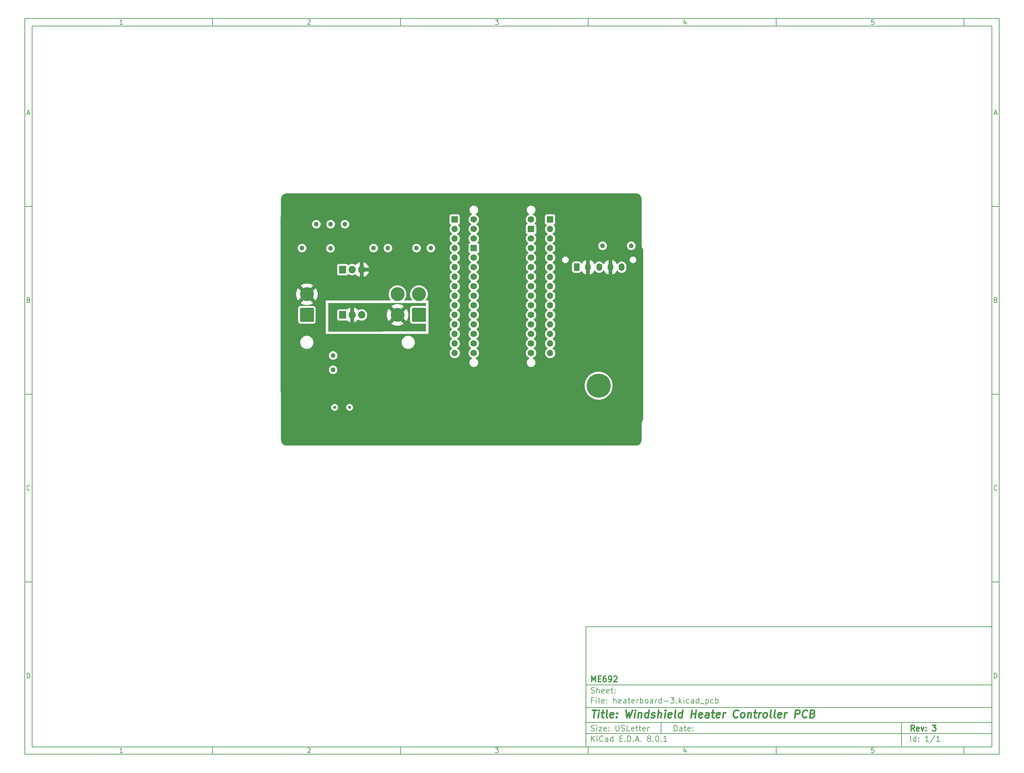
<source format=gbr>
%TF.GenerationSoftware,KiCad,Pcbnew,8.0.1*%
%TF.CreationDate,2024-05-02T11:38:49-04:00*%
%TF.ProjectId,heaterboard-3,68656174-6572-4626-9f61-72642d332e6b,3*%
%TF.SameCoordinates,Original*%
%TF.FileFunction,Copper,L3,Inr*%
%TF.FilePolarity,Positive*%
%FSLAX46Y46*%
G04 Gerber Fmt 4.6, Leading zero omitted, Abs format (unit mm)*
G04 Created by KiCad (PCBNEW 8.0.1) date 2024-05-02 11:38:49*
%MOMM*%
%LPD*%
G01*
G04 APERTURE LIST*
G04 Aperture macros list*
%AMRoundRect*
0 Rectangle with rounded corners*
0 $1 Rounding radius*
0 $2 $3 $4 $5 $6 $7 $8 $9 X,Y pos of 4 corners*
0 Add a 4 corners polygon primitive as box body*
4,1,4,$2,$3,$4,$5,$6,$7,$8,$9,$2,$3,0*
0 Add four circle primitives for the rounded corners*
1,1,$1+$1,$2,$3*
1,1,$1+$1,$4,$5*
1,1,$1+$1,$6,$7*
1,1,$1+$1,$8,$9*
0 Add four rect primitives between the rounded corners*
20,1,$1+$1,$2,$3,$4,$5,0*
20,1,$1+$1,$4,$5,$6,$7,0*
20,1,$1+$1,$6,$7,$8,$9,0*
20,1,$1+$1,$8,$9,$2,$3,0*%
G04 Aperture macros list end*
%ADD10C,0.100000*%
%ADD11C,0.150000*%
%ADD12C,0.300000*%
%ADD13C,0.400000*%
%TA.AperFunction,ComponentPad*%
%ADD14R,1.905000X2.000000*%
%TD*%
%TA.AperFunction,ComponentPad*%
%ADD15O,1.905000X2.000000*%
%TD*%
%TA.AperFunction,ComponentPad*%
%ADD16R,1.700000X1.700000*%
%TD*%
%TA.AperFunction,ComponentPad*%
%ADD17O,1.700000X1.700000*%
%TD*%
%TA.AperFunction,ComponentPad*%
%ADD18RoundRect,0.250002X1.599998X1.599998X-1.599998X1.599998X-1.599998X-1.599998X1.599998X-1.599998X0*%
%TD*%
%TA.AperFunction,ComponentPad*%
%ADD19C,3.700000*%
%TD*%
%TA.AperFunction,ComponentPad*%
%ADD20C,1.727200*%
%TD*%
%TA.AperFunction,ComponentPad*%
%ADD21R,1.727200X1.727200*%
%TD*%
%TA.AperFunction,ComponentPad*%
%ADD22RoundRect,0.250001X-0.499999X-0.759999X0.499999X-0.759999X0.499999X0.759999X-0.499999X0.759999X0*%
%TD*%
%TA.AperFunction,ComponentPad*%
%ADD23O,1.500000X2.020000*%
%TD*%
%TA.AperFunction,ComponentPad*%
%ADD24C,6.400000*%
%TD*%
%TA.AperFunction,ViaPad*%
%ADD25C,1.270000*%
%TD*%
%TA.AperFunction,ViaPad*%
%ADD26C,0.800000*%
%TD*%
%TA.AperFunction,ViaPad*%
%ADD27C,2.540000*%
%TD*%
G04 APERTURE END LIST*
D10*
D11*
X159400000Y-171900000D02*
X267400000Y-171900000D01*
X267400000Y-203900000D01*
X159400000Y-203900000D01*
X159400000Y-171900000D01*
D10*
D11*
X10000000Y-10000000D02*
X269400000Y-10000000D01*
X269400000Y-205900000D01*
X10000000Y-205900000D01*
X10000000Y-10000000D01*
D10*
D11*
X12000000Y-12000000D02*
X267400000Y-12000000D01*
X267400000Y-203900000D01*
X12000000Y-203900000D01*
X12000000Y-12000000D01*
D10*
D11*
X60000000Y-12000000D02*
X60000000Y-10000000D01*
D10*
D11*
X110000000Y-12000000D02*
X110000000Y-10000000D01*
D10*
D11*
X160000000Y-12000000D02*
X160000000Y-10000000D01*
D10*
D11*
X210000000Y-12000000D02*
X210000000Y-10000000D01*
D10*
D11*
X260000000Y-12000000D02*
X260000000Y-10000000D01*
D10*
D11*
X36089160Y-11593604D02*
X35346303Y-11593604D01*
X35717731Y-11593604D02*
X35717731Y-10293604D01*
X35717731Y-10293604D02*
X35593922Y-10479319D01*
X35593922Y-10479319D02*
X35470112Y-10603128D01*
X35470112Y-10603128D02*
X35346303Y-10665033D01*
D10*
D11*
X85346303Y-10417414D02*
X85408207Y-10355509D01*
X85408207Y-10355509D02*
X85532017Y-10293604D01*
X85532017Y-10293604D02*
X85841541Y-10293604D01*
X85841541Y-10293604D02*
X85965350Y-10355509D01*
X85965350Y-10355509D02*
X86027255Y-10417414D01*
X86027255Y-10417414D02*
X86089160Y-10541223D01*
X86089160Y-10541223D02*
X86089160Y-10665033D01*
X86089160Y-10665033D02*
X86027255Y-10850747D01*
X86027255Y-10850747D02*
X85284398Y-11593604D01*
X85284398Y-11593604D02*
X86089160Y-11593604D01*
D10*
D11*
X135284398Y-10293604D02*
X136089160Y-10293604D01*
X136089160Y-10293604D02*
X135655826Y-10788842D01*
X135655826Y-10788842D02*
X135841541Y-10788842D01*
X135841541Y-10788842D02*
X135965350Y-10850747D01*
X135965350Y-10850747D02*
X136027255Y-10912652D01*
X136027255Y-10912652D02*
X136089160Y-11036461D01*
X136089160Y-11036461D02*
X136089160Y-11345985D01*
X136089160Y-11345985D02*
X136027255Y-11469795D01*
X136027255Y-11469795D02*
X135965350Y-11531700D01*
X135965350Y-11531700D02*
X135841541Y-11593604D01*
X135841541Y-11593604D02*
X135470112Y-11593604D01*
X135470112Y-11593604D02*
X135346303Y-11531700D01*
X135346303Y-11531700D02*
X135284398Y-11469795D01*
D10*
D11*
X185965350Y-10726938D02*
X185965350Y-11593604D01*
X185655826Y-10231700D02*
X185346303Y-11160271D01*
X185346303Y-11160271D02*
X186151064Y-11160271D01*
D10*
D11*
X236027255Y-10293604D02*
X235408207Y-10293604D01*
X235408207Y-10293604D02*
X235346303Y-10912652D01*
X235346303Y-10912652D02*
X235408207Y-10850747D01*
X235408207Y-10850747D02*
X235532017Y-10788842D01*
X235532017Y-10788842D02*
X235841541Y-10788842D01*
X235841541Y-10788842D02*
X235965350Y-10850747D01*
X235965350Y-10850747D02*
X236027255Y-10912652D01*
X236027255Y-10912652D02*
X236089160Y-11036461D01*
X236089160Y-11036461D02*
X236089160Y-11345985D01*
X236089160Y-11345985D02*
X236027255Y-11469795D01*
X236027255Y-11469795D02*
X235965350Y-11531700D01*
X235965350Y-11531700D02*
X235841541Y-11593604D01*
X235841541Y-11593604D02*
X235532017Y-11593604D01*
X235532017Y-11593604D02*
X235408207Y-11531700D01*
X235408207Y-11531700D02*
X235346303Y-11469795D01*
D10*
D11*
X60000000Y-203900000D02*
X60000000Y-205900000D01*
D10*
D11*
X110000000Y-203900000D02*
X110000000Y-205900000D01*
D10*
D11*
X160000000Y-203900000D02*
X160000000Y-205900000D01*
D10*
D11*
X210000000Y-203900000D02*
X210000000Y-205900000D01*
D10*
D11*
X260000000Y-203900000D02*
X260000000Y-205900000D01*
D10*
D11*
X36089160Y-205493604D02*
X35346303Y-205493604D01*
X35717731Y-205493604D02*
X35717731Y-204193604D01*
X35717731Y-204193604D02*
X35593922Y-204379319D01*
X35593922Y-204379319D02*
X35470112Y-204503128D01*
X35470112Y-204503128D02*
X35346303Y-204565033D01*
D10*
D11*
X85346303Y-204317414D02*
X85408207Y-204255509D01*
X85408207Y-204255509D02*
X85532017Y-204193604D01*
X85532017Y-204193604D02*
X85841541Y-204193604D01*
X85841541Y-204193604D02*
X85965350Y-204255509D01*
X85965350Y-204255509D02*
X86027255Y-204317414D01*
X86027255Y-204317414D02*
X86089160Y-204441223D01*
X86089160Y-204441223D02*
X86089160Y-204565033D01*
X86089160Y-204565033D02*
X86027255Y-204750747D01*
X86027255Y-204750747D02*
X85284398Y-205493604D01*
X85284398Y-205493604D02*
X86089160Y-205493604D01*
D10*
D11*
X135284398Y-204193604D02*
X136089160Y-204193604D01*
X136089160Y-204193604D02*
X135655826Y-204688842D01*
X135655826Y-204688842D02*
X135841541Y-204688842D01*
X135841541Y-204688842D02*
X135965350Y-204750747D01*
X135965350Y-204750747D02*
X136027255Y-204812652D01*
X136027255Y-204812652D02*
X136089160Y-204936461D01*
X136089160Y-204936461D02*
X136089160Y-205245985D01*
X136089160Y-205245985D02*
X136027255Y-205369795D01*
X136027255Y-205369795D02*
X135965350Y-205431700D01*
X135965350Y-205431700D02*
X135841541Y-205493604D01*
X135841541Y-205493604D02*
X135470112Y-205493604D01*
X135470112Y-205493604D02*
X135346303Y-205431700D01*
X135346303Y-205431700D02*
X135284398Y-205369795D01*
D10*
D11*
X185965350Y-204626938D02*
X185965350Y-205493604D01*
X185655826Y-204131700D02*
X185346303Y-205060271D01*
X185346303Y-205060271D02*
X186151064Y-205060271D01*
D10*
D11*
X236027255Y-204193604D02*
X235408207Y-204193604D01*
X235408207Y-204193604D02*
X235346303Y-204812652D01*
X235346303Y-204812652D02*
X235408207Y-204750747D01*
X235408207Y-204750747D02*
X235532017Y-204688842D01*
X235532017Y-204688842D02*
X235841541Y-204688842D01*
X235841541Y-204688842D02*
X235965350Y-204750747D01*
X235965350Y-204750747D02*
X236027255Y-204812652D01*
X236027255Y-204812652D02*
X236089160Y-204936461D01*
X236089160Y-204936461D02*
X236089160Y-205245985D01*
X236089160Y-205245985D02*
X236027255Y-205369795D01*
X236027255Y-205369795D02*
X235965350Y-205431700D01*
X235965350Y-205431700D02*
X235841541Y-205493604D01*
X235841541Y-205493604D02*
X235532017Y-205493604D01*
X235532017Y-205493604D02*
X235408207Y-205431700D01*
X235408207Y-205431700D02*
X235346303Y-205369795D01*
D10*
D11*
X10000000Y-60000000D02*
X12000000Y-60000000D01*
D10*
D11*
X10000000Y-110000000D02*
X12000000Y-110000000D01*
D10*
D11*
X10000000Y-160000000D02*
X12000000Y-160000000D01*
D10*
D11*
X10690476Y-35222176D02*
X11309523Y-35222176D01*
X10566666Y-35593604D02*
X10999999Y-34293604D01*
X10999999Y-34293604D02*
X11433333Y-35593604D01*
D10*
D11*
X11092857Y-84912652D02*
X11278571Y-84974557D01*
X11278571Y-84974557D02*
X11340476Y-85036461D01*
X11340476Y-85036461D02*
X11402380Y-85160271D01*
X11402380Y-85160271D02*
X11402380Y-85345985D01*
X11402380Y-85345985D02*
X11340476Y-85469795D01*
X11340476Y-85469795D02*
X11278571Y-85531700D01*
X11278571Y-85531700D02*
X11154761Y-85593604D01*
X11154761Y-85593604D02*
X10659523Y-85593604D01*
X10659523Y-85593604D02*
X10659523Y-84293604D01*
X10659523Y-84293604D02*
X11092857Y-84293604D01*
X11092857Y-84293604D02*
X11216666Y-84355509D01*
X11216666Y-84355509D02*
X11278571Y-84417414D01*
X11278571Y-84417414D02*
X11340476Y-84541223D01*
X11340476Y-84541223D02*
X11340476Y-84665033D01*
X11340476Y-84665033D02*
X11278571Y-84788842D01*
X11278571Y-84788842D02*
X11216666Y-84850747D01*
X11216666Y-84850747D02*
X11092857Y-84912652D01*
X11092857Y-84912652D02*
X10659523Y-84912652D01*
D10*
D11*
X11402380Y-135469795D02*
X11340476Y-135531700D01*
X11340476Y-135531700D02*
X11154761Y-135593604D01*
X11154761Y-135593604D02*
X11030952Y-135593604D01*
X11030952Y-135593604D02*
X10845238Y-135531700D01*
X10845238Y-135531700D02*
X10721428Y-135407890D01*
X10721428Y-135407890D02*
X10659523Y-135284080D01*
X10659523Y-135284080D02*
X10597619Y-135036461D01*
X10597619Y-135036461D02*
X10597619Y-134850747D01*
X10597619Y-134850747D02*
X10659523Y-134603128D01*
X10659523Y-134603128D02*
X10721428Y-134479319D01*
X10721428Y-134479319D02*
X10845238Y-134355509D01*
X10845238Y-134355509D02*
X11030952Y-134293604D01*
X11030952Y-134293604D02*
X11154761Y-134293604D01*
X11154761Y-134293604D02*
X11340476Y-134355509D01*
X11340476Y-134355509D02*
X11402380Y-134417414D01*
D10*
D11*
X10659523Y-185593604D02*
X10659523Y-184293604D01*
X10659523Y-184293604D02*
X10969047Y-184293604D01*
X10969047Y-184293604D02*
X11154761Y-184355509D01*
X11154761Y-184355509D02*
X11278571Y-184479319D01*
X11278571Y-184479319D02*
X11340476Y-184603128D01*
X11340476Y-184603128D02*
X11402380Y-184850747D01*
X11402380Y-184850747D02*
X11402380Y-185036461D01*
X11402380Y-185036461D02*
X11340476Y-185284080D01*
X11340476Y-185284080D02*
X11278571Y-185407890D01*
X11278571Y-185407890D02*
X11154761Y-185531700D01*
X11154761Y-185531700D02*
X10969047Y-185593604D01*
X10969047Y-185593604D02*
X10659523Y-185593604D01*
D10*
D11*
X269400000Y-60000000D02*
X267400000Y-60000000D01*
D10*
D11*
X269400000Y-110000000D02*
X267400000Y-110000000D01*
D10*
D11*
X269400000Y-160000000D02*
X267400000Y-160000000D01*
D10*
D11*
X268090476Y-35222176D02*
X268709523Y-35222176D01*
X267966666Y-35593604D02*
X268399999Y-34293604D01*
X268399999Y-34293604D02*
X268833333Y-35593604D01*
D10*
D11*
X268492857Y-84912652D02*
X268678571Y-84974557D01*
X268678571Y-84974557D02*
X268740476Y-85036461D01*
X268740476Y-85036461D02*
X268802380Y-85160271D01*
X268802380Y-85160271D02*
X268802380Y-85345985D01*
X268802380Y-85345985D02*
X268740476Y-85469795D01*
X268740476Y-85469795D02*
X268678571Y-85531700D01*
X268678571Y-85531700D02*
X268554761Y-85593604D01*
X268554761Y-85593604D02*
X268059523Y-85593604D01*
X268059523Y-85593604D02*
X268059523Y-84293604D01*
X268059523Y-84293604D02*
X268492857Y-84293604D01*
X268492857Y-84293604D02*
X268616666Y-84355509D01*
X268616666Y-84355509D02*
X268678571Y-84417414D01*
X268678571Y-84417414D02*
X268740476Y-84541223D01*
X268740476Y-84541223D02*
X268740476Y-84665033D01*
X268740476Y-84665033D02*
X268678571Y-84788842D01*
X268678571Y-84788842D02*
X268616666Y-84850747D01*
X268616666Y-84850747D02*
X268492857Y-84912652D01*
X268492857Y-84912652D02*
X268059523Y-84912652D01*
D10*
D11*
X268802380Y-135469795D02*
X268740476Y-135531700D01*
X268740476Y-135531700D02*
X268554761Y-135593604D01*
X268554761Y-135593604D02*
X268430952Y-135593604D01*
X268430952Y-135593604D02*
X268245238Y-135531700D01*
X268245238Y-135531700D02*
X268121428Y-135407890D01*
X268121428Y-135407890D02*
X268059523Y-135284080D01*
X268059523Y-135284080D02*
X267997619Y-135036461D01*
X267997619Y-135036461D02*
X267997619Y-134850747D01*
X267997619Y-134850747D02*
X268059523Y-134603128D01*
X268059523Y-134603128D02*
X268121428Y-134479319D01*
X268121428Y-134479319D02*
X268245238Y-134355509D01*
X268245238Y-134355509D02*
X268430952Y-134293604D01*
X268430952Y-134293604D02*
X268554761Y-134293604D01*
X268554761Y-134293604D02*
X268740476Y-134355509D01*
X268740476Y-134355509D02*
X268802380Y-134417414D01*
D10*
D11*
X268059523Y-185593604D02*
X268059523Y-184293604D01*
X268059523Y-184293604D02*
X268369047Y-184293604D01*
X268369047Y-184293604D02*
X268554761Y-184355509D01*
X268554761Y-184355509D02*
X268678571Y-184479319D01*
X268678571Y-184479319D02*
X268740476Y-184603128D01*
X268740476Y-184603128D02*
X268802380Y-184850747D01*
X268802380Y-184850747D02*
X268802380Y-185036461D01*
X268802380Y-185036461D02*
X268740476Y-185284080D01*
X268740476Y-185284080D02*
X268678571Y-185407890D01*
X268678571Y-185407890D02*
X268554761Y-185531700D01*
X268554761Y-185531700D02*
X268369047Y-185593604D01*
X268369047Y-185593604D02*
X268059523Y-185593604D01*
D10*
D11*
X182855826Y-199686128D02*
X182855826Y-198186128D01*
X182855826Y-198186128D02*
X183212969Y-198186128D01*
X183212969Y-198186128D02*
X183427255Y-198257557D01*
X183427255Y-198257557D02*
X183570112Y-198400414D01*
X183570112Y-198400414D02*
X183641541Y-198543271D01*
X183641541Y-198543271D02*
X183712969Y-198828985D01*
X183712969Y-198828985D02*
X183712969Y-199043271D01*
X183712969Y-199043271D02*
X183641541Y-199328985D01*
X183641541Y-199328985D02*
X183570112Y-199471842D01*
X183570112Y-199471842D02*
X183427255Y-199614700D01*
X183427255Y-199614700D02*
X183212969Y-199686128D01*
X183212969Y-199686128D02*
X182855826Y-199686128D01*
X184998684Y-199686128D02*
X184998684Y-198900414D01*
X184998684Y-198900414D02*
X184927255Y-198757557D01*
X184927255Y-198757557D02*
X184784398Y-198686128D01*
X184784398Y-198686128D02*
X184498684Y-198686128D01*
X184498684Y-198686128D02*
X184355826Y-198757557D01*
X184998684Y-199614700D02*
X184855826Y-199686128D01*
X184855826Y-199686128D02*
X184498684Y-199686128D01*
X184498684Y-199686128D02*
X184355826Y-199614700D01*
X184355826Y-199614700D02*
X184284398Y-199471842D01*
X184284398Y-199471842D02*
X184284398Y-199328985D01*
X184284398Y-199328985D02*
X184355826Y-199186128D01*
X184355826Y-199186128D02*
X184498684Y-199114700D01*
X184498684Y-199114700D02*
X184855826Y-199114700D01*
X184855826Y-199114700D02*
X184998684Y-199043271D01*
X185498684Y-198686128D02*
X186070112Y-198686128D01*
X185712969Y-198186128D02*
X185712969Y-199471842D01*
X185712969Y-199471842D02*
X185784398Y-199614700D01*
X185784398Y-199614700D02*
X185927255Y-199686128D01*
X185927255Y-199686128D02*
X186070112Y-199686128D01*
X187141541Y-199614700D02*
X186998684Y-199686128D01*
X186998684Y-199686128D02*
X186712970Y-199686128D01*
X186712970Y-199686128D02*
X186570112Y-199614700D01*
X186570112Y-199614700D02*
X186498684Y-199471842D01*
X186498684Y-199471842D02*
X186498684Y-198900414D01*
X186498684Y-198900414D02*
X186570112Y-198757557D01*
X186570112Y-198757557D02*
X186712970Y-198686128D01*
X186712970Y-198686128D02*
X186998684Y-198686128D01*
X186998684Y-198686128D02*
X187141541Y-198757557D01*
X187141541Y-198757557D02*
X187212970Y-198900414D01*
X187212970Y-198900414D02*
X187212970Y-199043271D01*
X187212970Y-199043271D02*
X186498684Y-199186128D01*
X187855826Y-199543271D02*
X187927255Y-199614700D01*
X187927255Y-199614700D02*
X187855826Y-199686128D01*
X187855826Y-199686128D02*
X187784398Y-199614700D01*
X187784398Y-199614700D02*
X187855826Y-199543271D01*
X187855826Y-199543271D02*
X187855826Y-199686128D01*
X187855826Y-198757557D02*
X187927255Y-198828985D01*
X187927255Y-198828985D02*
X187855826Y-198900414D01*
X187855826Y-198900414D02*
X187784398Y-198828985D01*
X187784398Y-198828985D02*
X187855826Y-198757557D01*
X187855826Y-198757557D02*
X187855826Y-198900414D01*
D10*
D11*
X159400000Y-200400000D02*
X267400000Y-200400000D01*
D10*
D11*
X160855826Y-202486128D02*
X160855826Y-200986128D01*
X161712969Y-202486128D02*
X161070112Y-201628985D01*
X161712969Y-200986128D02*
X160855826Y-201843271D01*
X162355826Y-202486128D02*
X162355826Y-201486128D01*
X162355826Y-200986128D02*
X162284398Y-201057557D01*
X162284398Y-201057557D02*
X162355826Y-201128985D01*
X162355826Y-201128985D02*
X162427255Y-201057557D01*
X162427255Y-201057557D02*
X162355826Y-200986128D01*
X162355826Y-200986128D02*
X162355826Y-201128985D01*
X163927255Y-202343271D02*
X163855827Y-202414700D01*
X163855827Y-202414700D02*
X163641541Y-202486128D01*
X163641541Y-202486128D02*
X163498684Y-202486128D01*
X163498684Y-202486128D02*
X163284398Y-202414700D01*
X163284398Y-202414700D02*
X163141541Y-202271842D01*
X163141541Y-202271842D02*
X163070112Y-202128985D01*
X163070112Y-202128985D02*
X162998684Y-201843271D01*
X162998684Y-201843271D02*
X162998684Y-201628985D01*
X162998684Y-201628985D02*
X163070112Y-201343271D01*
X163070112Y-201343271D02*
X163141541Y-201200414D01*
X163141541Y-201200414D02*
X163284398Y-201057557D01*
X163284398Y-201057557D02*
X163498684Y-200986128D01*
X163498684Y-200986128D02*
X163641541Y-200986128D01*
X163641541Y-200986128D02*
X163855827Y-201057557D01*
X163855827Y-201057557D02*
X163927255Y-201128985D01*
X165212970Y-202486128D02*
X165212970Y-201700414D01*
X165212970Y-201700414D02*
X165141541Y-201557557D01*
X165141541Y-201557557D02*
X164998684Y-201486128D01*
X164998684Y-201486128D02*
X164712970Y-201486128D01*
X164712970Y-201486128D02*
X164570112Y-201557557D01*
X165212970Y-202414700D02*
X165070112Y-202486128D01*
X165070112Y-202486128D02*
X164712970Y-202486128D01*
X164712970Y-202486128D02*
X164570112Y-202414700D01*
X164570112Y-202414700D02*
X164498684Y-202271842D01*
X164498684Y-202271842D02*
X164498684Y-202128985D01*
X164498684Y-202128985D02*
X164570112Y-201986128D01*
X164570112Y-201986128D02*
X164712970Y-201914700D01*
X164712970Y-201914700D02*
X165070112Y-201914700D01*
X165070112Y-201914700D02*
X165212970Y-201843271D01*
X166570113Y-202486128D02*
X166570113Y-200986128D01*
X166570113Y-202414700D02*
X166427255Y-202486128D01*
X166427255Y-202486128D02*
X166141541Y-202486128D01*
X166141541Y-202486128D02*
X165998684Y-202414700D01*
X165998684Y-202414700D02*
X165927255Y-202343271D01*
X165927255Y-202343271D02*
X165855827Y-202200414D01*
X165855827Y-202200414D02*
X165855827Y-201771842D01*
X165855827Y-201771842D02*
X165927255Y-201628985D01*
X165927255Y-201628985D02*
X165998684Y-201557557D01*
X165998684Y-201557557D02*
X166141541Y-201486128D01*
X166141541Y-201486128D02*
X166427255Y-201486128D01*
X166427255Y-201486128D02*
X166570113Y-201557557D01*
X168427255Y-201700414D02*
X168927255Y-201700414D01*
X169141541Y-202486128D02*
X168427255Y-202486128D01*
X168427255Y-202486128D02*
X168427255Y-200986128D01*
X168427255Y-200986128D02*
X169141541Y-200986128D01*
X169784398Y-202343271D02*
X169855827Y-202414700D01*
X169855827Y-202414700D02*
X169784398Y-202486128D01*
X169784398Y-202486128D02*
X169712970Y-202414700D01*
X169712970Y-202414700D02*
X169784398Y-202343271D01*
X169784398Y-202343271D02*
X169784398Y-202486128D01*
X170498684Y-202486128D02*
X170498684Y-200986128D01*
X170498684Y-200986128D02*
X170855827Y-200986128D01*
X170855827Y-200986128D02*
X171070113Y-201057557D01*
X171070113Y-201057557D02*
X171212970Y-201200414D01*
X171212970Y-201200414D02*
X171284399Y-201343271D01*
X171284399Y-201343271D02*
X171355827Y-201628985D01*
X171355827Y-201628985D02*
X171355827Y-201843271D01*
X171355827Y-201843271D02*
X171284399Y-202128985D01*
X171284399Y-202128985D02*
X171212970Y-202271842D01*
X171212970Y-202271842D02*
X171070113Y-202414700D01*
X171070113Y-202414700D02*
X170855827Y-202486128D01*
X170855827Y-202486128D02*
X170498684Y-202486128D01*
X171998684Y-202343271D02*
X172070113Y-202414700D01*
X172070113Y-202414700D02*
X171998684Y-202486128D01*
X171998684Y-202486128D02*
X171927256Y-202414700D01*
X171927256Y-202414700D02*
X171998684Y-202343271D01*
X171998684Y-202343271D02*
X171998684Y-202486128D01*
X172641542Y-202057557D02*
X173355828Y-202057557D01*
X172498685Y-202486128D02*
X172998685Y-200986128D01*
X172998685Y-200986128D02*
X173498685Y-202486128D01*
X173998684Y-202343271D02*
X174070113Y-202414700D01*
X174070113Y-202414700D02*
X173998684Y-202486128D01*
X173998684Y-202486128D02*
X173927256Y-202414700D01*
X173927256Y-202414700D02*
X173998684Y-202343271D01*
X173998684Y-202343271D02*
X173998684Y-202486128D01*
X176070113Y-201628985D02*
X175927256Y-201557557D01*
X175927256Y-201557557D02*
X175855827Y-201486128D01*
X175855827Y-201486128D02*
X175784399Y-201343271D01*
X175784399Y-201343271D02*
X175784399Y-201271842D01*
X175784399Y-201271842D02*
X175855827Y-201128985D01*
X175855827Y-201128985D02*
X175927256Y-201057557D01*
X175927256Y-201057557D02*
X176070113Y-200986128D01*
X176070113Y-200986128D02*
X176355827Y-200986128D01*
X176355827Y-200986128D02*
X176498685Y-201057557D01*
X176498685Y-201057557D02*
X176570113Y-201128985D01*
X176570113Y-201128985D02*
X176641542Y-201271842D01*
X176641542Y-201271842D02*
X176641542Y-201343271D01*
X176641542Y-201343271D02*
X176570113Y-201486128D01*
X176570113Y-201486128D02*
X176498685Y-201557557D01*
X176498685Y-201557557D02*
X176355827Y-201628985D01*
X176355827Y-201628985D02*
X176070113Y-201628985D01*
X176070113Y-201628985D02*
X175927256Y-201700414D01*
X175927256Y-201700414D02*
X175855827Y-201771842D01*
X175855827Y-201771842D02*
X175784399Y-201914700D01*
X175784399Y-201914700D02*
X175784399Y-202200414D01*
X175784399Y-202200414D02*
X175855827Y-202343271D01*
X175855827Y-202343271D02*
X175927256Y-202414700D01*
X175927256Y-202414700D02*
X176070113Y-202486128D01*
X176070113Y-202486128D02*
X176355827Y-202486128D01*
X176355827Y-202486128D02*
X176498685Y-202414700D01*
X176498685Y-202414700D02*
X176570113Y-202343271D01*
X176570113Y-202343271D02*
X176641542Y-202200414D01*
X176641542Y-202200414D02*
X176641542Y-201914700D01*
X176641542Y-201914700D02*
X176570113Y-201771842D01*
X176570113Y-201771842D02*
X176498685Y-201700414D01*
X176498685Y-201700414D02*
X176355827Y-201628985D01*
X177284398Y-202343271D02*
X177355827Y-202414700D01*
X177355827Y-202414700D02*
X177284398Y-202486128D01*
X177284398Y-202486128D02*
X177212970Y-202414700D01*
X177212970Y-202414700D02*
X177284398Y-202343271D01*
X177284398Y-202343271D02*
X177284398Y-202486128D01*
X178284399Y-200986128D02*
X178427256Y-200986128D01*
X178427256Y-200986128D02*
X178570113Y-201057557D01*
X178570113Y-201057557D02*
X178641542Y-201128985D01*
X178641542Y-201128985D02*
X178712970Y-201271842D01*
X178712970Y-201271842D02*
X178784399Y-201557557D01*
X178784399Y-201557557D02*
X178784399Y-201914700D01*
X178784399Y-201914700D02*
X178712970Y-202200414D01*
X178712970Y-202200414D02*
X178641542Y-202343271D01*
X178641542Y-202343271D02*
X178570113Y-202414700D01*
X178570113Y-202414700D02*
X178427256Y-202486128D01*
X178427256Y-202486128D02*
X178284399Y-202486128D01*
X178284399Y-202486128D02*
X178141542Y-202414700D01*
X178141542Y-202414700D02*
X178070113Y-202343271D01*
X178070113Y-202343271D02*
X177998684Y-202200414D01*
X177998684Y-202200414D02*
X177927256Y-201914700D01*
X177927256Y-201914700D02*
X177927256Y-201557557D01*
X177927256Y-201557557D02*
X177998684Y-201271842D01*
X177998684Y-201271842D02*
X178070113Y-201128985D01*
X178070113Y-201128985D02*
X178141542Y-201057557D01*
X178141542Y-201057557D02*
X178284399Y-200986128D01*
X179427255Y-202343271D02*
X179498684Y-202414700D01*
X179498684Y-202414700D02*
X179427255Y-202486128D01*
X179427255Y-202486128D02*
X179355827Y-202414700D01*
X179355827Y-202414700D02*
X179427255Y-202343271D01*
X179427255Y-202343271D02*
X179427255Y-202486128D01*
X180927256Y-202486128D02*
X180070113Y-202486128D01*
X180498684Y-202486128D02*
X180498684Y-200986128D01*
X180498684Y-200986128D02*
X180355827Y-201200414D01*
X180355827Y-201200414D02*
X180212970Y-201343271D01*
X180212970Y-201343271D02*
X180070113Y-201414700D01*
D10*
D11*
X159400000Y-197400000D02*
X267400000Y-197400000D01*
D10*
D12*
X246811653Y-199678328D02*
X246311653Y-198964042D01*
X245954510Y-199678328D02*
X245954510Y-198178328D01*
X245954510Y-198178328D02*
X246525939Y-198178328D01*
X246525939Y-198178328D02*
X246668796Y-198249757D01*
X246668796Y-198249757D02*
X246740225Y-198321185D01*
X246740225Y-198321185D02*
X246811653Y-198464042D01*
X246811653Y-198464042D02*
X246811653Y-198678328D01*
X246811653Y-198678328D02*
X246740225Y-198821185D01*
X246740225Y-198821185D02*
X246668796Y-198892614D01*
X246668796Y-198892614D02*
X246525939Y-198964042D01*
X246525939Y-198964042D02*
X245954510Y-198964042D01*
X248025939Y-199606900D02*
X247883082Y-199678328D01*
X247883082Y-199678328D02*
X247597368Y-199678328D01*
X247597368Y-199678328D02*
X247454510Y-199606900D01*
X247454510Y-199606900D02*
X247383082Y-199464042D01*
X247383082Y-199464042D02*
X247383082Y-198892614D01*
X247383082Y-198892614D02*
X247454510Y-198749757D01*
X247454510Y-198749757D02*
X247597368Y-198678328D01*
X247597368Y-198678328D02*
X247883082Y-198678328D01*
X247883082Y-198678328D02*
X248025939Y-198749757D01*
X248025939Y-198749757D02*
X248097368Y-198892614D01*
X248097368Y-198892614D02*
X248097368Y-199035471D01*
X248097368Y-199035471D02*
X247383082Y-199178328D01*
X248597367Y-198678328D02*
X248954510Y-199678328D01*
X248954510Y-199678328D02*
X249311653Y-198678328D01*
X249883081Y-199535471D02*
X249954510Y-199606900D01*
X249954510Y-199606900D02*
X249883081Y-199678328D01*
X249883081Y-199678328D02*
X249811653Y-199606900D01*
X249811653Y-199606900D02*
X249883081Y-199535471D01*
X249883081Y-199535471D02*
X249883081Y-199678328D01*
X249883081Y-198749757D02*
X249954510Y-198821185D01*
X249954510Y-198821185D02*
X249883081Y-198892614D01*
X249883081Y-198892614D02*
X249811653Y-198821185D01*
X249811653Y-198821185D02*
X249883081Y-198749757D01*
X249883081Y-198749757D02*
X249883081Y-198892614D01*
X251597367Y-198178328D02*
X252525939Y-198178328D01*
X252525939Y-198178328D02*
X252025939Y-198749757D01*
X252025939Y-198749757D02*
X252240224Y-198749757D01*
X252240224Y-198749757D02*
X252383082Y-198821185D01*
X252383082Y-198821185D02*
X252454510Y-198892614D01*
X252454510Y-198892614D02*
X252525939Y-199035471D01*
X252525939Y-199035471D02*
X252525939Y-199392614D01*
X252525939Y-199392614D02*
X252454510Y-199535471D01*
X252454510Y-199535471D02*
X252383082Y-199606900D01*
X252383082Y-199606900D02*
X252240224Y-199678328D01*
X252240224Y-199678328D02*
X251811653Y-199678328D01*
X251811653Y-199678328D02*
X251668796Y-199606900D01*
X251668796Y-199606900D02*
X251597367Y-199535471D01*
D10*
D11*
X160784398Y-199614700D02*
X160998684Y-199686128D01*
X160998684Y-199686128D02*
X161355826Y-199686128D01*
X161355826Y-199686128D02*
X161498684Y-199614700D01*
X161498684Y-199614700D02*
X161570112Y-199543271D01*
X161570112Y-199543271D02*
X161641541Y-199400414D01*
X161641541Y-199400414D02*
X161641541Y-199257557D01*
X161641541Y-199257557D02*
X161570112Y-199114700D01*
X161570112Y-199114700D02*
X161498684Y-199043271D01*
X161498684Y-199043271D02*
X161355826Y-198971842D01*
X161355826Y-198971842D02*
X161070112Y-198900414D01*
X161070112Y-198900414D02*
X160927255Y-198828985D01*
X160927255Y-198828985D02*
X160855826Y-198757557D01*
X160855826Y-198757557D02*
X160784398Y-198614700D01*
X160784398Y-198614700D02*
X160784398Y-198471842D01*
X160784398Y-198471842D02*
X160855826Y-198328985D01*
X160855826Y-198328985D02*
X160927255Y-198257557D01*
X160927255Y-198257557D02*
X161070112Y-198186128D01*
X161070112Y-198186128D02*
X161427255Y-198186128D01*
X161427255Y-198186128D02*
X161641541Y-198257557D01*
X162284397Y-199686128D02*
X162284397Y-198686128D01*
X162284397Y-198186128D02*
X162212969Y-198257557D01*
X162212969Y-198257557D02*
X162284397Y-198328985D01*
X162284397Y-198328985D02*
X162355826Y-198257557D01*
X162355826Y-198257557D02*
X162284397Y-198186128D01*
X162284397Y-198186128D02*
X162284397Y-198328985D01*
X162855826Y-198686128D02*
X163641541Y-198686128D01*
X163641541Y-198686128D02*
X162855826Y-199686128D01*
X162855826Y-199686128D02*
X163641541Y-199686128D01*
X164784398Y-199614700D02*
X164641541Y-199686128D01*
X164641541Y-199686128D02*
X164355827Y-199686128D01*
X164355827Y-199686128D02*
X164212969Y-199614700D01*
X164212969Y-199614700D02*
X164141541Y-199471842D01*
X164141541Y-199471842D02*
X164141541Y-198900414D01*
X164141541Y-198900414D02*
X164212969Y-198757557D01*
X164212969Y-198757557D02*
X164355827Y-198686128D01*
X164355827Y-198686128D02*
X164641541Y-198686128D01*
X164641541Y-198686128D02*
X164784398Y-198757557D01*
X164784398Y-198757557D02*
X164855827Y-198900414D01*
X164855827Y-198900414D02*
X164855827Y-199043271D01*
X164855827Y-199043271D02*
X164141541Y-199186128D01*
X165498683Y-199543271D02*
X165570112Y-199614700D01*
X165570112Y-199614700D02*
X165498683Y-199686128D01*
X165498683Y-199686128D02*
X165427255Y-199614700D01*
X165427255Y-199614700D02*
X165498683Y-199543271D01*
X165498683Y-199543271D02*
X165498683Y-199686128D01*
X165498683Y-198757557D02*
X165570112Y-198828985D01*
X165570112Y-198828985D02*
X165498683Y-198900414D01*
X165498683Y-198900414D02*
X165427255Y-198828985D01*
X165427255Y-198828985D02*
X165498683Y-198757557D01*
X165498683Y-198757557D02*
X165498683Y-198900414D01*
X167355826Y-198186128D02*
X167355826Y-199400414D01*
X167355826Y-199400414D02*
X167427255Y-199543271D01*
X167427255Y-199543271D02*
X167498684Y-199614700D01*
X167498684Y-199614700D02*
X167641541Y-199686128D01*
X167641541Y-199686128D02*
X167927255Y-199686128D01*
X167927255Y-199686128D02*
X168070112Y-199614700D01*
X168070112Y-199614700D02*
X168141541Y-199543271D01*
X168141541Y-199543271D02*
X168212969Y-199400414D01*
X168212969Y-199400414D02*
X168212969Y-198186128D01*
X168855827Y-199614700D02*
X169070113Y-199686128D01*
X169070113Y-199686128D02*
X169427255Y-199686128D01*
X169427255Y-199686128D02*
X169570113Y-199614700D01*
X169570113Y-199614700D02*
X169641541Y-199543271D01*
X169641541Y-199543271D02*
X169712970Y-199400414D01*
X169712970Y-199400414D02*
X169712970Y-199257557D01*
X169712970Y-199257557D02*
X169641541Y-199114700D01*
X169641541Y-199114700D02*
X169570113Y-199043271D01*
X169570113Y-199043271D02*
X169427255Y-198971842D01*
X169427255Y-198971842D02*
X169141541Y-198900414D01*
X169141541Y-198900414D02*
X168998684Y-198828985D01*
X168998684Y-198828985D02*
X168927255Y-198757557D01*
X168927255Y-198757557D02*
X168855827Y-198614700D01*
X168855827Y-198614700D02*
X168855827Y-198471842D01*
X168855827Y-198471842D02*
X168927255Y-198328985D01*
X168927255Y-198328985D02*
X168998684Y-198257557D01*
X168998684Y-198257557D02*
X169141541Y-198186128D01*
X169141541Y-198186128D02*
X169498684Y-198186128D01*
X169498684Y-198186128D02*
X169712970Y-198257557D01*
X171070112Y-199686128D02*
X170355826Y-199686128D01*
X170355826Y-199686128D02*
X170355826Y-198186128D01*
X172141541Y-199614700D02*
X171998684Y-199686128D01*
X171998684Y-199686128D02*
X171712970Y-199686128D01*
X171712970Y-199686128D02*
X171570112Y-199614700D01*
X171570112Y-199614700D02*
X171498684Y-199471842D01*
X171498684Y-199471842D02*
X171498684Y-198900414D01*
X171498684Y-198900414D02*
X171570112Y-198757557D01*
X171570112Y-198757557D02*
X171712970Y-198686128D01*
X171712970Y-198686128D02*
X171998684Y-198686128D01*
X171998684Y-198686128D02*
X172141541Y-198757557D01*
X172141541Y-198757557D02*
X172212970Y-198900414D01*
X172212970Y-198900414D02*
X172212970Y-199043271D01*
X172212970Y-199043271D02*
X171498684Y-199186128D01*
X172641541Y-198686128D02*
X173212969Y-198686128D01*
X172855826Y-198186128D02*
X172855826Y-199471842D01*
X172855826Y-199471842D02*
X172927255Y-199614700D01*
X172927255Y-199614700D02*
X173070112Y-199686128D01*
X173070112Y-199686128D02*
X173212969Y-199686128D01*
X173498684Y-198686128D02*
X174070112Y-198686128D01*
X173712969Y-198186128D02*
X173712969Y-199471842D01*
X173712969Y-199471842D02*
X173784398Y-199614700D01*
X173784398Y-199614700D02*
X173927255Y-199686128D01*
X173927255Y-199686128D02*
X174070112Y-199686128D01*
X175141541Y-199614700D02*
X174998684Y-199686128D01*
X174998684Y-199686128D02*
X174712970Y-199686128D01*
X174712970Y-199686128D02*
X174570112Y-199614700D01*
X174570112Y-199614700D02*
X174498684Y-199471842D01*
X174498684Y-199471842D02*
X174498684Y-198900414D01*
X174498684Y-198900414D02*
X174570112Y-198757557D01*
X174570112Y-198757557D02*
X174712970Y-198686128D01*
X174712970Y-198686128D02*
X174998684Y-198686128D01*
X174998684Y-198686128D02*
X175141541Y-198757557D01*
X175141541Y-198757557D02*
X175212970Y-198900414D01*
X175212970Y-198900414D02*
X175212970Y-199043271D01*
X175212970Y-199043271D02*
X174498684Y-199186128D01*
X175855826Y-199686128D02*
X175855826Y-198686128D01*
X175855826Y-198971842D02*
X175927255Y-198828985D01*
X175927255Y-198828985D02*
X175998684Y-198757557D01*
X175998684Y-198757557D02*
X176141541Y-198686128D01*
X176141541Y-198686128D02*
X176284398Y-198686128D01*
D10*
D11*
X245855826Y-202486128D02*
X245855826Y-200986128D01*
X247212970Y-202486128D02*
X247212970Y-200986128D01*
X247212970Y-202414700D02*
X247070112Y-202486128D01*
X247070112Y-202486128D02*
X246784398Y-202486128D01*
X246784398Y-202486128D02*
X246641541Y-202414700D01*
X246641541Y-202414700D02*
X246570112Y-202343271D01*
X246570112Y-202343271D02*
X246498684Y-202200414D01*
X246498684Y-202200414D02*
X246498684Y-201771842D01*
X246498684Y-201771842D02*
X246570112Y-201628985D01*
X246570112Y-201628985D02*
X246641541Y-201557557D01*
X246641541Y-201557557D02*
X246784398Y-201486128D01*
X246784398Y-201486128D02*
X247070112Y-201486128D01*
X247070112Y-201486128D02*
X247212970Y-201557557D01*
X247927255Y-202343271D02*
X247998684Y-202414700D01*
X247998684Y-202414700D02*
X247927255Y-202486128D01*
X247927255Y-202486128D02*
X247855827Y-202414700D01*
X247855827Y-202414700D02*
X247927255Y-202343271D01*
X247927255Y-202343271D02*
X247927255Y-202486128D01*
X247927255Y-201557557D02*
X247998684Y-201628985D01*
X247998684Y-201628985D02*
X247927255Y-201700414D01*
X247927255Y-201700414D02*
X247855827Y-201628985D01*
X247855827Y-201628985D02*
X247927255Y-201557557D01*
X247927255Y-201557557D02*
X247927255Y-201700414D01*
X250570113Y-202486128D02*
X249712970Y-202486128D01*
X250141541Y-202486128D02*
X250141541Y-200986128D01*
X250141541Y-200986128D02*
X249998684Y-201200414D01*
X249998684Y-201200414D02*
X249855827Y-201343271D01*
X249855827Y-201343271D02*
X249712970Y-201414700D01*
X252284398Y-200914700D02*
X250998684Y-202843271D01*
X253570113Y-202486128D02*
X252712970Y-202486128D01*
X253141541Y-202486128D02*
X253141541Y-200986128D01*
X253141541Y-200986128D02*
X252998684Y-201200414D01*
X252998684Y-201200414D02*
X252855827Y-201343271D01*
X252855827Y-201343271D02*
X252712970Y-201414700D01*
D10*
D11*
X159400000Y-193400000D02*
X267400000Y-193400000D01*
D10*
D13*
X161091728Y-194104438D02*
X162234585Y-194104438D01*
X161413157Y-196104438D02*
X161663157Y-194104438D01*
X162651252Y-196104438D02*
X162817919Y-194771104D01*
X162901252Y-194104438D02*
X162794109Y-194199676D01*
X162794109Y-194199676D02*
X162877443Y-194294914D01*
X162877443Y-194294914D02*
X162984586Y-194199676D01*
X162984586Y-194199676D02*
X162901252Y-194104438D01*
X162901252Y-194104438D02*
X162877443Y-194294914D01*
X163484586Y-194771104D02*
X164246490Y-194771104D01*
X163853633Y-194104438D02*
X163639348Y-195818723D01*
X163639348Y-195818723D02*
X163710776Y-196009200D01*
X163710776Y-196009200D02*
X163889348Y-196104438D01*
X163889348Y-196104438D02*
X164079824Y-196104438D01*
X165032205Y-196104438D02*
X164853633Y-196009200D01*
X164853633Y-196009200D02*
X164782205Y-195818723D01*
X164782205Y-195818723D02*
X164996490Y-194104438D01*
X166567919Y-196009200D02*
X166365538Y-196104438D01*
X166365538Y-196104438D02*
X165984585Y-196104438D01*
X165984585Y-196104438D02*
X165806014Y-196009200D01*
X165806014Y-196009200D02*
X165734585Y-195818723D01*
X165734585Y-195818723D02*
X165829824Y-195056819D01*
X165829824Y-195056819D02*
X165948871Y-194866342D01*
X165948871Y-194866342D02*
X166151252Y-194771104D01*
X166151252Y-194771104D02*
X166532204Y-194771104D01*
X166532204Y-194771104D02*
X166710776Y-194866342D01*
X166710776Y-194866342D02*
X166782204Y-195056819D01*
X166782204Y-195056819D02*
X166758395Y-195247295D01*
X166758395Y-195247295D02*
X165782204Y-195437771D01*
X167532205Y-195913961D02*
X167615538Y-196009200D01*
X167615538Y-196009200D02*
X167508395Y-196104438D01*
X167508395Y-196104438D02*
X167425062Y-196009200D01*
X167425062Y-196009200D02*
X167532205Y-195913961D01*
X167532205Y-195913961D02*
X167508395Y-196104438D01*
X167663157Y-194866342D02*
X167746490Y-194961580D01*
X167746490Y-194961580D02*
X167639348Y-195056819D01*
X167639348Y-195056819D02*
X167556014Y-194961580D01*
X167556014Y-194961580D02*
X167663157Y-194866342D01*
X167663157Y-194866342D02*
X167639348Y-195056819D01*
X170044110Y-194104438D02*
X170270301Y-196104438D01*
X170270301Y-196104438D02*
X170829824Y-194675866D01*
X170829824Y-194675866D02*
X171032205Y-196104438D01*
X171032205Y-196104438D02*
X171758396Y-194104438D01*
X172270300Y-196104438D02*
X172436967Y-194771104D01*
X172520300Y-194104438D02*
X172413157Y-194199676D01*
X172413157Y-194199676D02*
X172496491Y-194294914D01*
X172496491Y-194294914D02*
X172603634Y-194199676D01*
X172603634Y-194199676D02*
X172520300Y-194104438D01*
X172520300Y-194104438D02*
X172496491Y-194294914D01*
X173389348Y-194771104D02*
X173222681Y-196104438D01*
X173365538Y-194961580D02*
X173472681Y-194866342D01*
X173472681Y-194866342D02*
X173675062Y-194771104D01*
X173675062Y-194771104D02*
X173960776Y-194771104D01*
X173960776Y-194771104D02*
X174139348Y-194866342D01*
X174139348Y-194866342D02*
X174210776Y-195056819D01*
X174210776Y-195056819D02*
X174079824Y-196104438D01*
X175889348Y-196104438D02*
X176139348Y-194104438D01*
X175901253Y-196009200D02*
X175698872Y-196104438D01*
X175698872Y-196104438D02*
X175317920Y-196104438D01*
X175317920Y-196104438D02*
X175139348Y-196009200D01*
X175139348Y-196009200D02*
X175056015Y-195913961D01*
X175056015Y-195913961D02*
X174984586Y-195723485D01*
X174984586Y-195723485D02*
X175056015Y-195152057D01*
X175056015Y-195152057D02*
X175175062Y-194961580D01*
X175175062Y-194961580D02*
X175282205Y-194866342D01*
X175282205Y-194866342D02*
X175484586Y-194771104D01*
X175484586Y-194771104D02*
X175865539Y-194771104D01*
X175865539Y-194771104D02*
X176044110Y-194866342D01*
X176758396Y-196009200D02*
X176936967Y-196104438D01*
X176936967Y-196104438D02*
X177317920Y-196104438D01*
X177317920Y-196104438D02*
X177520301Y-196009200D01*
X177520301Y-196009200D02*
X177639348Y-195818723D01*
X177639348Y-195818723D02*
X177651253Y-195723485D01*
X177651253Y-195723485D02*
X177579824Y-195533009D01*
X177579824Y-195533009D02*
X177401253Y-195437771D01*
X177401253Y-195437771D02*
X177115539Y-195437771D01*
X177115539Y-195437771D02*
X176936967Y-195342533D01*
X176936967Y-195342533D02*
X176865539Y-195152057D01*
X176865539Y-195152057D02*
X176877444Y-195056819D01*
X176877444Y-195056819D02*
X176996491Y-194866342D01*
X176996491Y-194866342D02*
X177198872Y-194771104D01*
X177198872Y-194771104D02*
X177484586Y-194771104D01*
X177484586Y-194771104D02*
X177663158Y-194866342D01*
X178460777Y-196104438D02*
X178710777Y-194104438D01*
X179317920Y-196104438D02*
X179448872Y-195056819D01*
X179448872Y-195056819D02*
X179377444Y-194866342D01*
X179377444Y-194866342D02*
X179198872Y-194771104D01*
X179198872Y-194771104D02*
X178913158Y-194771104D01*
X178913158Y-194771104D02*
X178710777Y-194866342D01*
X178710777Y-194866342D02*
X178603634Y-194961580D01*
X180270301Y-196104438D02*
X180436968Y-194771104D01*
X180520301Y-194104438D02*
X180413158Y-194199676D01*
X180413158Y-194199676D02*
X180496492Y-194294914D01*
X180496492Y-194294914D02*
X180603635Y-194199676D01*
X180603635Y-194199676D02*
X180520301Y-194104438D01*
X180520301Y-194104438D02*
X180496492Y-194294914D01*
X181996492Y-196009200D02*
X181794111Y-196104438D01*
X181794111Y-196104438D02*
X181413158Y-196104438D01*
X181413158Y-196104438D02*
X181234587Y-196009200D01*
X181234587Y-196009200D02*
X181163158Y-195818723D01*
X181163158Y-195818723D02*
X181258397Y-195056819D01*
X181258397Y-195056819D02*
X181377444Y-194866342D01*
X181377444Y-194866342D02*
X181579825Y-194771104D01*
X181579825Y-194771104D02*
X181960777Y-194771104D01*
X181960777Y-194771104D02*
X182139349Y-194866342D01*
X182139349Y-194866342D02*
X182210777Y-195056819D01*
X182210777Y-195056819D02*
X182186968Y-195247295D01*
X182186968Y-195247295D02*
X181210777Y-195437771D01*
X183222683Y-196104438D02*
X183044111Y-196009200D01*
X183044111Y-196009200D02*
X182972683Y-195818723D01*
X182972683Y-195818723D02*
X183186968Y-194104438D01*
X184841730Y-196104438D02*
X185091730Y-194104438D01*
X184853635Y-196009200D02*
X184651254Y-196104438D01*
X184651254Y-196104438D02*
X184270302Y-196104438D01*
X184270302Y-196104438D02*
X184091730Y-196009200D01*
X184091730Y-196009200D02*
X184008397Y-195913961D01*
X184008397Y-195913961D02*
X183936968Y-195723485D01*
X183936968Y-195723485D02*
X184008397Y-195152057D01*
X184008397Y-195152057D02*
X184127444Y-194961580D01*
X184127444Y-194961580D02*
X184234587Y-194866342D01*
X184234587Y-194866342D02*
X184436968Y-194771104D01*
X184436968Y-194771104D02*
X184817921Y-194771104D01*
X184817921Y-194771104D02*
X184996492Y-194866342D01*
X187317921Y-196104438D02*
X187567921Y-194104438D01*
X187448874Y-195056819D02*
X188591731Y-195056819D01*
X188460778Y-196104438D02*
X188710778Y-194104438D01*
X190186969Y-196009200D02*
X189984588Y-196104438D01*
X189984588Y-196104438D02*
X189603635Y-196104438D01*
X189603635Y-196104438D02*
X189425064Y-196009200D01*
X189425064Y-196009200D02*
X189353635Y-195818723D01*
X189353635Y-195818723D02*
X189448874Y-195056819D01*
X189448874Y-195056819D02*
X189567921Y-194866342D01*
X189567921Y-194866342D02*
X189770302Y-194771104D01*
X189770302Y-194771104D02*
X190151254Y-194771104D01*
X190151254Y-194771104D02*
X190329826Y-194866342D01*
X190329826Y-194866342D02*
X190401254Y-195056819D01*
X190401254Y-195056819D02*
X190377445Y-195247295D01*
X190377445Y-195247295D02*
X189401254Y-195437771D01*
X191984588Y-196104438D02*
X192115540Y-195056819D01*
X192115540Y-195056819D02*
X192044112Y-194866342D01*
X192044112Y-194866342D02*
X191865540Y-194771104D01*
X191865540Y-194771104D02*
X191484588Y-194771104D01*
X191484588Y-194771104D02*
X191282207Y-194866342D01*
X191996493Y-196009200D02*
X191794112Y-196104438D01*
X191794112Y-196104438D02*
X191317921Y-196104438D01*
X191317921Y-196104438D02*
X191139350Y-196009200D01*
X191139350Y-196009200D02*
X191067921Y-195818723D01*
X191067921Y-195818723D02*
X191091731Y-195628247D01*
X191091731Y-195628247D02*
X191210779Y-195437771D01*
X191210779Y-195437771D02*
X191413160Y-195342533D01*
X191413160Y-195342533D02*
X191889350Y-195342533D01*
X191889350Y-195342533D02*
X192091731Y-195247295D01*
X192817922Y-194771104D02*
X193579826Y-194771104D01*
X193186969Y-194104438D02*
X192972684Y-195818723D01*
X192972684Y-195818723D02*
X193044112Y-196009200D01*
X193044112Y-196009200D02*
X193222684Y-196104438D01*
X193222684Y-196104438D02*
X193413160Y-196104438D01*
X194853636Y-196009200D02*
X194651255Y-196104438D01*
X194651255Y-196104438D02*
X194270302Y-196104438D01*
X194270302Y-196104438D02*
X194091731Y-196009200D01*
X194091731Y-196009200D02*
X194020302Y-195818723D01*
X194020302Y-195818723D02*
X194115541Y-195056819D01*
X194115541Y-195056819D02*
X194234588Y-194866342D01*
X194234588Y-194866342D02*
X194436969Y-194771104D01*
X194436969Y-194771104D02*
X194817921Y-194771104D01*
X194817921Y-194771104D02*
X194996493Y-194866342D01*
X194996493Y-194866342D02*
X195067921Y-195056819D01*
X195067921Y-195056819D02*
X195044112Y-195247295D01*
X195044112Y-195247295D02*
X194067921Y-195437771D01*
X195794112Y-196104438D02*
X195960779Y-194771104D01*
X195913160Y-195152057D02*
X196032207Y-194961580D01*
X196032207Y-194961580D02*
X196139350Y-194866342D01*
X196139350Y-194866342D02*
X196341731Y-194771104D01*
X196341731Y-194771104D02*
X196532207Y-194771104D01*
X199722684Y-195913961D02*
X199615541Y-196009200D01*
X199615541Y-196009200D02*
X199317922Y-196104438D01*
X199317922Y-196104438D02*
X199127446Y-196104438D01*
X199127446Y-196104438D02*
X198853636Y-196009200D01*
X198853636Y-196009200D02*
X198686970Y-195818723D01*
X198686970Y-195818723D02*
X198615541Y-195628247D01*
X198615541Y-195628247D02*
X198567922Y-195247295D01*
X198567922Y-195247295D02*
X198603636Y-194961580D01*
X198603636Y-194961580D02*
X198746493Y-194580628D01*
X198746493Y-194580628D02*
X198865541Y-194390152D01*
X198865541Y-194390152D02*
X199079827Y-194199676D01*
X199079827Y-194199676D02*
X199377446Y-194104438D01*
X199377446Y-194104438D02*
X199567922Y-194104438D01*
X199567922Y-194104438D02*
X199841732Y-194199676D01*
X199841732Y-194199676D02*
X199925065Y-194294914D01*
X200841732Y-196104438D02*
X200663160Y-196009200D01*
X200663160Y-196009200D02*
X200579827Y-195913961D01*
X200579827Y-195913961D02*
X200508398Y-195723485D01*
X200508398Y-195723485D02*
X200579827Y-195152057D01*
X200579827Y-195152057D02*
X200698874Y-194961580D01*
X200698874Y-194961580D02*
X200806017Y-194866342D01*
X200806017Y-194866342D02*
X201008398Y-194771104D01*
X201008398Y-194771104D02*
X201294112Y-194771104D01*
X201294112Y-194771104D02*
X201472684Y-194866342D01*
X201472684Y-194866342D02*
X201556017Y-194961580D01*
X201556017Y-194961580D02*
X201627446Y-195152057D01*
X201627446Y-195152057D02*
X201556017Y-195723485D01*
X201556017Y-195723485D02*
X201436970Y-195913961D01*
X201436970Y-195913961D02*
X201329827Y-196009200D01*
X201329827Y-196009200D02*
X201127446Y-196104438D01*
X201127446Y-196104438D02*
X200841732Y-196104438D01*
X202532208Y-194771104D02*
X202365541Y-196104438D01*
X202508398Y-194961580D02*
X202615541Y-194866342D01*
X202615541Y-194866342D02*
X202817922Y-194771104D01*
X202817922Y-194771104D02*
X203103636Y-194771104D01*
X203103636Y-194771104D02*
X203282208Y-194866342D01*
X203282208Y-194866342D02*
X203353636Y-195056819D01*
X203353636Y-195056819D02*
X203222684Y-196104438D01*
X204056018Y-194771104D02*
X204817922Y-194771104D01*
X204425065Y-194104438D02*
X204210780Y-195818723D01*
X204210780Y-195818723D02*
X204282208Y-196009200D01*
X204282208Y-196009200D02*
X204460780Y-196104438D01*
X204460780Y-196104438D02*
X204651256Y-196104438D01*
X205317922Y-196104438D02*
X205484589Y-194771104D01*
X205436970Y-195152057D02*
X205556017Y-194961580D01*
X205556017Y-194961580D02*
X205663160Y-194866342D01*
X205663160Y-194866342D02*
X205865541Y-194771104D01*
X205865541Y-194771104D02*
X206056017Y-194771104D01*
X206841732Y-196104438D02*
X206663160Y-196009200D01*
X206663160Y-196009200D02*
X206579827Y-195913961D01*
X206579827Y-195913961D02*
X206508398Y-195723485D01*
X206508398Y-195723485D02*
X206579827Y-195152057D01*
X206579827Y-195152057D02*
X206698874Y-194961580D01*
X206698874Y-194961580D02*
X206806017Y-194866342D01*
X206806017Y-194866342D02*
X207008398Y-194771104D01*
X207008398Y-194771104D02*
X207294112Y-194771104D01*
X207294112Y-194771104D02*
X207472684Y-194866342D01*
X207472684Y-194866342D02*
X207556017Y-194961580D01*
X207556017Y-194961580D02*
X207627446Y-195152057D01*
X207627446Y-195152057D02*
X207556017Y-195723485D01*
X207556017Y-195723485D02*
X207436970Y-195913961D01*
X207436970Y-195913961D02*
X207329827Y-196009200D01*
X207329827Y-196009200D02*
X207127446Y-196104438D01*
X207127446Y-196104438D02*
X206841732Y-196104438D01*
X208651256Y-196104438D02*
X208472684Y-196009200D01*
X208472684Y-196009200D02*
X208401256Y-195818723D01*
X208401256Y-195818723D02*
X208615541Y-194104438D01*
X209698875Y-196104438D02*
X209520303Y-196009200D01*
X209520303Y-196009200D02*
X209448875Y-195818723D01*
X209448875Y-195818723D02*
X209663160Y-194104438D01*
X211234589Y-196009200D02*
X211032208Y-196104438D01*
X211032208Y-196104438D02*
X210651255Y-196104438D01*
X210651255Y-196104438D02*
X210472684Y-196009200D01*
X210472684Y-196009200D02*
X210401255Y-195818723D01*
X210401255Y-195818723D02*
X210496494Y-195056819D01*
X210496494Y-195056819D02*
X210615541Y-194866342D01*
X210615541Y-194866342D02*
X210817922Y-194771104D01*
X210817922Y-194771104D02*
X211198874Y-194771104D01*
X211198874Y-194771104D02*
X211377446Y-194866342D01*
X211377446Y-194866342D02*
X211448874Y-195056819D01*
X211448874Y-195056819D02*
X211425065Y-195247295D01*
X211425065Y-195247295D02*
X210448874Y-195437771D01*
X212175065Y-196104438D02*
X212341732Y-194771104D01*
X212294113Y-195152057D02*
X212413160Y-194961580D01*
X212413160Y-194961580D02*
X212520303Y-194866342D01*
X212520303Y-194866342D02*
X212722684Y-194771104D01*
X212722684Y-194771104D02*
X212913160Y-194771104D01*
X214936970Y-196104438D02*
X215186970Y-194104438D01*
X215186970Y-194104438D02*
X215948875Y-194104438D01*
X215948875Y-194104438D02*
X216127446Y-194199676D01*
X216127446Y-194199676D02*
X216210780Y-194294914D01*
X216210780Y-194294914D02*
X216282208Y-194485390D01*
X216282208Y-194485390D02*
X216246494Y-194771104D01*
X216246494Y-194771104D02*
X216127446Y-194961580D01*
X216127446Y-194961580D02*
X216020304Y-195056819D01*
X216020304Y-195056819D02*
X215817923Y-195152057D01*
X215817923Y-195152057D02*
X215056018Y-195152057D01*
X218103637Y-195913961D02*
X217996494Y-196009200D01*
X217996494Y-196009200D02*
X217698875Y-196104438D01*
X217698875Y-196104438D02*
X217508399Y-196104438D01*
X217508399Y-196104438D02*
X217234589Y-196009200D01*
X217234589Y-196009200D02*
X217067923Y-195818723D01*
X217067923Y-195818723D02*
X216996494Y-195628247D01*
X216996494Y-195628247D02*
X216948875Y-195247295D01*
X216948875Y-195247295D02*
X216984589Y-194961580D01*
X216984589Y-194961580D02*
X217127446Y-194580628D01*
X217127446Y-194580628D02*
X217246494Y-194390152D01*
X217246494Y-194390152D02*
X217460780Y-194199676D01*
X217460780Y-194199676D02*
X217758399Y-194104438D01*
X217758399Y-194104438D02*
X217948875Y-194104438D01*
X217948875Y-194104438D02*
X218222685Y-194199676D01*
X218222685Y-194199676D02*
X218306018Y-194294914D01*
X219734589Y-195056819D02*
X220008399Y-195152057D01*
X220008399Y-195152057D02*
X220091732Y-195247295D01*
X220091732Y-195247295D02*
X220163161Y-195437771D01*
X220163161Y-195437771D02*
X220127446Y-195723485D01*
X220127446Y-195723485D02*
X220008399Y-195913961D01*
X220008399Y-195913961D02*
X219901256Y-196009200D01*
X219901256Y-196009200D02*
X219698875Y-196104438D01*
X219698875Y-196104438D02*
X218936970Y-196104438D01*
X218936970Y-196104438D02*
X219186970Y-194104438D01*
X219186970Y-194104438D02*
X219853637Y-194104438D01*
X219853637Y-194104438D02*
X220032208Y-194199676D01*
X220032208Y-194199676D02*
X220115542Y-194294914D01*
X220115542Y-194294914D02*
X220186970Y-194485390D01*
X220186970Y-194485390D02*
X220163161Y-194675866D01*
X220163161Y-194675866D02*
X220044113Y-194866342D01*
X220044113Y-194866342D02*
X219936970Y-194961580D01*
X219936970Y-194961580D02*
X219734589Y-195056819D01*
X219734589Y-195056819D02*
X219067923Y-195056819D01*
D10*
D11*
X161355826Y-191500414D02*
X160855826Y-191500414D01*
X160855826Y-192286128D02*
X160855826Y-190786128D01*
X160855826Y-190786128D02*
X161570112Y-190786128D01*
X162141540Y-192286128D02*
X162141540Y-191286128D01*
X162141540Y-190786128D02*
X162070112Y-190857557D01*
X162070112Y-190857557D02*
X162141540Y-190928985D01*
X162141540Y-190928985D02*
X162212969Y-190857557D01*
X162212969Y-190857557D02*
X162141540Y-190786128D01*
X162141540Y-190786128D02*
X162141540Y-190928985D01*
X163070112Y-192286128D02*
X162927255Y-192214700D01*
X162927255Y-192214700D02*
X162855826Y-192071842D01*
X162855826Y-192071842D02*
X162855826Y-190786128D01*
X164212969Y-192214700D02*
X164070112Y-192286128D01*
X164070112Y-192286128D02*
X163784398Y-192286128D01*
X163784398Y-192286128D02*
X163641540Y-192214700D01*
X163641540Y-192214700D02*
X163570112Y-192071842D01*
X163570112Y-192071842D02*
X163570112Y-191500414D01*
X163570112Y-191500414D02*
X163641540Y-191357557D01*
X163641540Y-191357557D02*
X163784398Y-191286128D01*
X163784398Y-191286128D02*
X164070112Y-191286128D01*
X164070112Y-191286128D02*
X164212969Y-191357557D01*
X164212969Y-191357557D02*
X164284398Y-191500414D01*
X164284398Y-191500414D02*
X164284398Y-191643271D01*
X164284398Y-191643271D02*
X163570112Y-191786128D01*
X164927254Y-192143271D02*
X164998683Y-192214700D01*
X164998683Y-192214700D02*
X164927254Y-192286128D01*
X164927254Y-192286128D02*
X164855826Y-192214700D01*
X164855826Y-192214700D02*
X164927254Y-192143271D01*
X164927254Y-192143271D02*
X164927254Y-192286128D01*
X164927254Y-191357557D02*
X164998683Y-191428985D01*
X164998683Y-191428985D02*
X164927254Y-191500414D01*
X164927254Y-191500414D02*
X164855826Y-191428985D01*
X164855826Y-191428985D02*
X164927254Y-191357557D01*
X164927254Y-191357557D02*
X164927254Y-191500414D01*
X166784397Y-192286128D02*
X166784397Y-190786128D01*
X167427255Y-192286128D02*
X167427255Y-191500414D01*
X167427255Y-191500414D02*
X167355826Y-191357557D01*
X167355826Y-191357557D02*
X167212969Y-191286128D01*
X167212969Y-191286128D02*
X166998683Y-191286128D01*
X166998683Y-191286128D02*
X166855826Y-191357557D01*
X166855826Y-191357557D02*
X166784397Y-191428985D01*
X168712969Y-192214700D02*
X168570112Y-192286128D01*
X168570112Y-192286128D02*
X168284398Y-192286128D01*
X168284398Y-192286128D02*
X168141540Y-192214700D01*
X168141540Y-192214700D02*
X168070112Y-192071842D01*
X168070112Y-192071842D02*
X168070112Y-191500414D01*
X168070112Y-191500414D02*
X168141540Y-191357557D01*
X168141540Y-191357557D02*
X168284398Y-191286128D01*
X168284398Y-191286128D02*
X168570112Y-191286128D01*
X168570112Y-191286128D02*
X168712969Y-191357557D01*
X168712969Y-191357557D02*
X168784398Y-191500414D01*
X168784398Y-191500414D02*
X168784398Y-191643271D01*
X168784398Y-191643271D02*
X168070112Y-191786128D01*
X170070112Y-192286128D02*
X170070112Y-191500414D01*
X170070112Y-191500414D02*
X169998683Y-191357557D01*
X169998683Y-191357557D02*
X169855826Y-191286128D01*
X169855826Y-191286128D02*
X169570112Y-191286128D01*
X169570112Y-191286128D02*
X169427254Y-191357557D01*
X170070112Y-192214700D02*
X169927254Y-192286128D01*
X169927254Y-192286128D02*
X169570112Y-192286128D01*
X169570112Y-192286128D02*
X169427254Y-192214700D01*
X169427254Y-192214700D02*
X169355826Y-192071842D01*
X169355826Y-192071842D02*
X169355826Y-191928985D01*
X169355826Y-191928985D02*
X169427254Y-191786128D01*
X169427254Y-191786128D02*
X169570112Y-191714700D01*
X169570112Y-191714700D02*
X169927254Y-191714700D01*
X169927254Y-191714700D02*
X170070112Y-191643271D01*
X170570112Y-191286128D02*
X171141540Y-191286128D01*
X170784397Y-190786128D02*
X170784397Y-192071842D01*
X170784397Y-192071842D02*
X170855826Y-192214700D01*
X170855826Y-192214700D02*
X170998683Y-192286128D01*
X170998683Y-192286128D02*
X171141540Y-192286128D01*
X172212969Y-192214700D02*
X172070112Y-192286128D01*
X172070112Y-192286128D02*
X171784398Y-192286128D01*
X171784398Y-192286128D02*
X171641540Y-192214700D01*
X171641540Y-192214700D02*
X171570112Y-192071842D01*
X171570112Y-192071842D02*
X171570112Y-191500414D01*
X171570112Y-191500414D02*
X171641540Y-191357557D01*
X171641540Y-191357557D02*
X171784398Y-191286128D01*
X171784398Y-191286128D02*
X172070112Y-191286128D01*
X172070112Y-191286128D02*
X172212969Y-191357557D01*
X172212969Y-191357557D02*
X172284398Y-191500414D01*
X172284398Y-191500414D02*
X172284398Y-191643271D01*
X172284398Y-191643271D02*
X171570112Y-191786128D01*
X172927254Y-192286128D02*
X172927254Y-191286128D01*
X172927254Y-191571842D02*
X172998683Y-191428985D01*
X172998683Y-191428985D02*
X173070112Y-191357557D01*
X173070112Y-191357557D02*
X173212969Y-191286128D01*
X173212969Y-191286128D02*
X173355826Y-191286128D01*
X173855825Y-192286128D02*
X173855825Y-190786128D01*
X173855825Y-191357557D02*
X173998683Y-191286128D01*
X173998683Y-191286128D02*
X174284397Y-191286128D01*
X174284397Y-191286128D02*
X174427254Y-191357557D01*
X174427254Y-191357557D02*
X174498683Y-191428985D01*
X174498683Y-191428985D02*
X174570111Y-191571842D01*
X174570111Y-191571842D02*
X174570111Y-192000414D01*
X174570111Y-192000414D02*
X174498683Y-192143271D01*
X174498683Y-192143271D02*
X174427254Y-192214700D01*
X174427254Y-192214700D02*
X174284397Y-192286128D01*
X174284397Y-192286128D02*
X173998683Y-192286128D01*
X173998683Y-192286128D02*
X173855825Y-192214700D01*
X175427254Y-192286128D02*
X175284397Y-192214700D01*
X175284397Y-192214700D02*
X175212968Y-192143271D01*
X175212968Y-192143271D02*
X175141540Y-192000414D01*
X175141540Y-192000414D02*
X175141540Y-191571842D01*
X175141540Y-191571842D02*
X175212968Y-191428985D01*
X175212968Y-191428985D02*
X175284397Y-191357557D01*
X175284397Y-191357557D02*
X175427254Y-191286128D01*
X175427254Y-191286128D02*
X175641540Y-191286128D01*
X175641540Y-191286128D02*
X175784397Y-191357557D01*
X175784397Y-191357557D02*
X175855826Y-191428985D01*
X175855826Y-191428985D02*
X175927254Y-191571842D01*
X175927254Y-191571842D02*
X175927254Y-192000414D01*
X175927254Y-192000414D02*
X175855826Y-192143271D01*
X175855826Y-192143271D02*
X175784397Y-192214700D01*
X175784397Y-192214700D02*
X175641540Y-192286128D01*
X175641540Y-192286128D02*
X175427254Y-192286128D01*
X177212969Y-192286128D02*
X177212969Y-191500414D01*
X177212969Y-191500414D02*
X177141540Y-191357557D01*
X177141540Y-191357557D02*
X176998683Y-191286128D01*
X176998683Y-191286128D02*
X176712969Y-191286128D01*
X176712969Y-191286128D02*
X176570111Y-191357557D01*
X177212969Y-192214700D02*
X177070111Y-192286128D01*
X177070111Y-192286128D02*
X176712969Y-192286128D01*
X176712969Y-192286128D02*
X176570111Y-192214700D01*
X176570111Y-192214700D02*
X176498683Y-192071842D01*
X176498683Y-192071842D02*
X176498683Y-191928985D01*
X176498683Y-191928985D02*
X176570111Y-191786128D01*
X176570111Y-191786128D02*
X176712969Y-191714700D01*
X176712969Y-191714700D02*
X177070111Y-191714700D01*
X177070111Y-191714700D02*
X177212969Y-191643271D01*
X177927254Y-192286128D02*
X177927254Y-191286128D01*
X177927254Y-191571842D02*
X177998683Y-191428985D01*
X177998683Y-191428985D02*
X178070112Y-191357557D01*
X178070112Y-191357557D02*
X178212969Y-191286128D01*
X178212969Y-191286128D02*
X178355826Y-191286128D01*
X179498683Y-192286128D02*
X179498683Y-190786128D01*
X179498683Y-192214700D02*
X179355825Y-192286128D01*
X179355825Y-192286128D02*
X179070111Y-192286128D01*
X179070111Y-192286128D02*
X178927254Y-192214700D01*
X178927254Y-192214700D02*
X178855825Y-192143271D01*
X178855825Y-192143271D02*
X178784397Y-192000414D01*
X178784397Y-192000414D02*
X178784397Y-191571842D01*
X178784397Y-191571842D02*
X178855825Y-191428985D01*
X178855825Y-191428985D02*
X178927254Y-191357557D01*
X178927254Y-191357557D02*
X179070111Y-191286128D01*
X179070111Y-191286128D02*
X179355825Y-191286128D01*
X179355825Y-191286128D02*
X179498683Y-191357557D01*
X180212968Y-191714700D02*
X181355826Y-191714700D01*
X181927254Y-190786128D02*
X182855826Y-190786128D01*
X182855826Y-190786128D02*
X182355826Y-191357557D01*
X182355826Y-191357557D02*
X182570111Y-191357557D01*
X182570111Y-191357557D02*
X182712969Y-191428985D01*
X182712969Y-191428985D02*
X182784397Y-191500414D01*
X182784397Y-191500414D02*
X182855826Y-191643271D01*
X182855826Y-191643271D02*
X182855826Y-192000414D01*
X182855826Y-192000414D02*
X182784397Y-192143271D01*
X182784397Y-192143271D02*
X182712969Y-192214700D01*
X182712969Y-192214700D02*
X182570111Y-192286128D01*
X182570111Y-192286128D02*
X182141540Y-192286128D01*
X182141540Y-192286128D02*
X181998683Y-192214700D01*
X181998683Y-192214700D02*
X181927254Y-192143271D01*
X183498682Y-192143271D02*
X183570111Y-192214700D01*
X183570111Y-192214700D02*
X183498682Y-192286128D01*
X183498682Y-192286128D02*
X183427254Y-192214700D01*
X183427254Y-192214700D02*
X183498682Y-192143271D01*
X183498682Y-192143271D02*
X183498682Y-192286128D01*
X184212968Y-192286128D02*
X184212968Y-190786128D01*
X184355826Y-191714700D02*
X184784397Y-192286128D01*
X184784397Y-191286128D02*
X184212968Y-191857557D01*
X185427254Y-192286128D02*
X185427254Y-191286128D01*
X185427254Y-190786128D02*
X185355826Y-190857557D01*
X185355826Y-190857557D02*
X185427254Y-190928985D01*
X185427254Y-190928985D02*
X185498683Y-190857557D01*
X185498683Y-190857557D02*
X185427254Y-190786128D01*
X185427254Y-190786128D02*
X185427254Y-190928985D01*
X186784398Y-192214700D02*
X186641540Y-192286128D01*
X186641540Y-192286128D02*
X186355826Y-192286128D01*
X186355826Y-192286128D02*
X186212969Y-192214700D01*
X186212969Y-192214700D02*
X186141540Y-192143271D01*
X186141540Y-192143271D02*
X186070112Y-192000414D01*
X186070112Y-192000414D02*
X186070112Y-191571842D01*
X186070112Y-191571842D02*
X186141540Y-191428985D01*
X186141540Y-191428985D02*
X186212969Y-191357557D01*
X186212969Y-191357557D02*
X186355826Y-191286128D01*
X186355826Y-191286128D02*
X186641540Y-191286128D01*
X186641540Y-191286128D02*
X186784398Y-191357557D01*
X188070112Y-192286128D02*
X188070112Y-191500414D01*
X188070112Y-191500414D02*
X187998683Y-191357557D01*
X187998683Y-191357557D02*
X187855826Y-191286128D01*
X187855826Y-191286128D02*
X187570112Y-191286128D01*
X187570112Y-191286128D02*
X187427254Y-191357557D01*
X188070112Y-192214700D02*
X187927254Y-192286128D01*
X187927254Y-192286128D02*
X187570112Y-192286128D01*
X187570112Y-192286128D02*
X187427254Y-192214700D01*
X187427254Y-192214700D02*
X187355826Y-192071842D01*
X187355826Y-192071842D02*
X187355826Y-191928985D01*
X187355826Y-191928985D02*
X187427254Y-191786128D01*
X187427254Y-191786128D02*
X187570112Y-191714700D01*
X187570112Y-191714700D02*
X187927254Y-191714700D01*
X187927254Y-191714700D02*
X188070112Y-191643271D01*
X189427255Y-192286128D02*
X189427255Y-190786128D01*
X189427255Y-192214700D02*
X189284397Y-192286128D01*
X189284397Y-192286128D02*
X188998683Y-192286128D01*
X188998683Y-192286128D02*
X188855826Y-192214700D01*
X188855826Y-192214700D02*
X188784397Y-192143271D01*
X188784397Y-192143271D02*
X188712969Y-192000414D01*
X188712969Y-192000414D02*
X188712969Y-191571842D01*
X188712969Y-191571842D02*
X188784397Y-191428985D01*
X188784397Y-191428985D02*
X188855826Y-191357557D01*
X188855826Y-191357557D02*
X188998683Y-191286128D01*
X188998683Y-191286128D02*
X189284397Y-191286128D01*
X189284397Y-191286128D02*
X189427255Y-191357557D01*
X189784398Y-192428985D02*
X190927255Y-192428985D01*
X191284397Y-191286128D02*
X191284397Y-192786128D01*
X191284397Y-191357557D02*
X191427255Y-191286128D01*
X191427255Y-191286128D02*
X191712969Y-191286128D01*
X191712969Y-191286128D02*
X191855826Y-191357557D01*
X191855826Y-191357557D02*
X191927255Y-191428985D01*
X191927255Y-191428985D02*
X191998683Y-191571842D01*
X191998683Y-191571842D02*
X191998683Y-192000414D01*
X191998683Y-192000414D02*
X191927255Y-192143271D01*
X191927255Y-192143271D02*
X191855826Y-192214700D01*
X191855826Y-192214700D02*
X191712969Y-192286128D01*
X191712969Y-192286128D02*
X191427255Y-192286128D01*
X191427255Y-192286128D02*
X191284397Y-192214700D01*
X193284398Y-192214700D02*
X193141540Y-192286128D01*
X193141540Y-192286128D02*
X192855826Y-192286128D01*
X192855826Y-192286128D02*
X192712969Y-192214700D01*
X192712969Y-192214700D02*
X192641540Y-192143271D01*
X192641540Y-192143271D02*
X192570112Y-192000414D01*
X192570112Y-192000414D02*
X192570112Y-191571842D01*
X192570112Y-191571842D02*
X192641540Y-191428985D01*
X192641540Y-191428985D02*
X192712969Y-191357557D01*
X192712969Y-191357557D02*
X192855826Y-191286128D01*
X192855826Y-191286128D02*
X193141540Y-191286128D01*
X193141540Y-191286128D02*
X193284398Y-191357557D01*
X193927254Y-192286128D02*
X193927254Y-190786128D01*
X193927254Y-191357557D02*
X194070112Y-191286128D01*
X194070112Y-191286128D02*
X194355826Y-191286128D01*
X194355826Y-191286128D02*
X194498683Y-191357557D01*
X194498683Y-191357557D02*
X194570112Y-191428985D01*
X194570112Y-191428985D02*
X194641540Y-191571842D01*
X194641540Y-191571842D02*
X194641540Y-192000414D01*
X194641540Y-192000414D02*
X194570112Y-192143271D01*
X194570112Y-192143271D02*
X194498683Y-192214700D01*
X194498683Y-192214700D02*
X194355826Y-192286128D01*
X194355826Y-192286128D02*
X194070112Y-192286128D01*
X194070112Y-192286128D02*
X193927254Y-192214700D01*
D10*
D11*
X159400000Y-187400000D02*
X267400000Y-187400000D01*
D10*
D11*
X160784398Y-189514700D02*
X160998684Y-189586128D01*
X160998684Y-189586128D02*
X161355826Y-189586128D01*
X161355826Y-189586128D02*
X161498684Y-189514700D01*
X161498684Y-189514700D02*
X161570112Y-189443271D01*
X161570112Y-189443271D02*
X161641541Y-189300414D01*
X161641541Y-189300414D02*
X161641541Y-189157557D01*
X161641541Y-189157557D02*
X161570112Y-189014700D01*
X161570112Y-189014700D02*
X161498684Y-188943271D01*
X161498684Y-188943271D02*
X161355826Y-188871842D01*
X161355826Y-188871842D02*
X161070112Y-188800414D01*
X161070112Y-188800414D02*
X160927255Y-188728985D01*
X160927255Y-188728985D02*
X160855826Y-188657557D01*
X160855826Y-188657557D02*
X160784398Y-188514700D01*
X160784398Y-188514700D02*
X160784398Y-188371842D01*
X160784398Y-188371842D02*
X160855826Y-188228985D01*
X160855826Y-188228985D02*
X160927255Y-188157557D01*
X160927255Y-188157557D02*
X161070112Y-188086128D01*
X161070112Y-188086128D02*
X161427255Y-188086128D01*
X161427255Y-188086128D02*
X161641541Y-188157557D01*
X162284397Y-189586128D02*
X162284397Y-188086128D01*
X162927255Y-189586128D02*
X162927255Y-188800414D01*
X162927255Y-188800414D02*
X162855826Y-188657557D01*
X162855826Y-188657557D02*
X162712969Y-188586128D01*
X162712969Y-188586128D02*
X162498683Y-188586128D01*
X162498683Y-188586128D02*
X162355826Y-188657557D01*
X162355826Y-188657557D02*
X162284397Y-188728985D01*
X164212969Y-189514700D02*
X164070112Y-189586128D01*
X164070112Y-189586128D02*
X163784398Y-189586128D01*
X163784398Y-189586128D02*
X163641540Y-189514700D01*
X163641540Y-189514700D02*
X163570112Y-189371842D01*
X163570112Y-189371842D02*
X163570112Y-188800414D01*
X163570112Y-188800414D02*
X163641540Y-188657557D01*
X163641540Y-188657557D02*
X163784398Y-188586128D01*
X163784398Y-188586128D02*
X164070112Y-188586128D01*
X164070112Y-188586128D02*
X164212969Y-188657557D01*
X164212969Y-188657557D02*
X164284398Y-188800414D01*
X164284398Y-188800414D02*
X164284398Y-188943271D01*
X164284398Y-188943271D02*
X163570112Y-189086128D01*
X165498683Y-189514700D02*
X165355826Y-189586128D01*
X165355826Y-189586128D02*
X165070112Y-189586128D01*
X165070112Y-189586128D02*
X164927254Y-189514700D01*
X164927254Y-189514700D02*
X164855826Y-189371842D01*
X164855826Y-189371842D02*
X164855826Y-188800414D01*
X164855826Y-188800414D02*
X164927254Y-188657557D01*
X164927254Y-188657557D02*
X165070112Y-188586128D01*
X165070112Y-188586128D02*
X165355826Y-188586128D01*
X165355826Y-188586128D02*
X165498683Y-188657557D01*
X165498683Y-188657557D02*
X165570112Y-188800414D01*
X165570112Y-188800414D02*
X165570112Y-188943271D01*
X165570112Y-188943271D02*
X164855826Y-189086128D01*
X165998683Y-188586128D02*
X166570111Y-188586128D01*
X166212968Y-188086128D02*
X166212968Y-189371842D01*
X166212968Y-189371842D02*
X166284397Y-189514700D01*
X166284397Y-189514700D02*
X166427254Y-189586128D01*
X166427254Y-189586128D02*
X166570111Y-189586128D01*
X167070111Y-189443271D02*
X167141540Y-189514700D01*
X167141540Y-189514700D02*
X167070111Y-189586128D01*
X167070111Y-189586128D02*
X166998683Y-189514700D01*
X166998683Y-189514700D02*
X167070111Y-189443271D01*
X167070111Y-189443271D02*
X167070111Y-189586128D01*
X167070111Y-188657557D02*
X167141540Y-188728985D01*
X167141540Y-188728985D02*
X167070111Y-188800414D01*
X167070111Y-188800414D02*
X166998683Y-188728985D01*
X166998683Y-188728985D02*
X167070111Y-188657557D01*
X167070111Y-188657557D02*
X167070111Y-188800414D01*
D10*
D12*
X160954510Y-186578328D02*
X160954510Y-185078328D01*
X160954510Y-185078328D02*
X161454510Y-186149757D01*
X161454510Y-186149757D02*
X161954510Y-185078328D01*
X161954510Y-185078328D02*
X161954510Y-186578328D01*
X162668796Y-185792614D02*
X163168796Y-185792614D01*
X163383082Y-186578328D02*
X162668796Y-186578328D01*
X162668796Y-186578328D02*
X162668796Y-185078328D01*
X162668796Y-185078328D02*
X163383082Y-185078328D01*
X164668797Y-185078328D02*
X164383082Y-185078328D01*
X164383082Y-185078328D02*
X164240225Y-185149757D01*
X164240225Y-185149757D02*
X164168797Y-185221185D01*
X164168797Y-185221185D02*
X164025939Y-185435471D01*
X164025939Y-185435471D02*
X163954511Y-185721185D01*
X163954511Y-185721185D02*
X163954511Y-186292614D01*
X163954511Y-186292614D02*
X164025939Y-186435471D01*
X164025939Y-186435471D02*
X164097368Y-186506900D01*
X164097368Y-186506900D02*
X164240225Y-186578328D01*
X164240225Y-186578328D02*
X164525939Y-186578328D01*
X164525939Y-186578328D02*
X164668797Y-186506900D01*
X164668797Y-186506900D02*
X164740225Y-186435471D01*
X164740225Y-186435471D02*
X164811654Y-186292614D01*
X164811654Y-186292614D02*
X164811654Y-185935471D01*
X164811654Y-185935471D02*
X164740225Y-185792614D01*
X164740225Y-185792614D02*
X164668797Y-185721185D01*
X164668797Y-185721185D02*
X164525939Y-185649757D01*
X164525939Y-185649757D02*
X164240225Y-185649757D01*
X164240225Y-185649757D02*
X164097368Y-185721185D01*
X164097368Y-185721185D02*
X164025939Y-185792614D01*
X164025939Y-185792614D02*
X163954511Y-185935471D01*
X165525939Y-186578328D02*
X165811653Y-186578328D01*
X165811653Y-186578328D02*
X165954510Y-186506900D01*
X165954510Y-186506900D02*
X166025939Y-186435471D01*
X166025939Y-186435471D02*
X166168796Y-186221185D01*
X166168796Y-186221185D02*
X166240225Y-185935471D01*
X166240225Y-185935471D02*
X166240225Y-185364042D01*
X166240225Y-185364042D02*
X166168796Y-185221185D01*
X166168796Y-185221185D02*
X166097368Y-185149757D01*
X166097368Y-185149757D02*
X165954510Y-185078328D01*
X165954510Y-185078328D02*
X165668796Y-185078328D01*
X165668796Y-185078328D02*
X165525939Y-185149757D01*
X165525939Y-185149757D02*
X165454510Y-185221185D01*
X165454510Y-185221185D02*
X165383082Y-185364042D01*
X165383082Y-185364042D02*
X165383082Y-185721185D01*
X165383082Y-185721185D02*
X165454510Y-185864042D01*
X165454510Y-185864042D02*
X165525939Y-185935471D01*
X165525939Y-185935471D02*
X165668796Y-186006900D01*
X165668796Y-186006900D02*
X165954510Y-186006900D01*
X165954510Y-186006900D02*
X166097368Y-185935471D01*
X166097368Y-185935471D02*
X166168796Y-185864042D01*
X166168796Y-185864042D02*
X166240225Y-185721185D01*
X166811653Y-185221185D02*
X166883081Y-185149757D01*
X166883081Y-185149757D02*
X167025939Y-185078328D01*
X167025939Y-185078328D02*
X167383081Y-185078328D01*
X167383081Y-185078328D02*
X167525939Y-185149757D01*
X167525939Y-185149757D02*
X167597367Y-185221185D01*
X167597367Y-185221185D02*
X167668796Y-185364042D01*
X167668796Y-185364042D02*
X167668796Y-185506900D01*
X167668796Y-185506900D02*
X167597367Y-185721185D01*
X167597367Y-185721185D02*
X166740224Y-186578328D01*
X166740224Y-186578328D02*
X167668796Y-186578328D01*
D10*
D11*
D10*
D11*
D10*
D11*
D10*
D11*
D10*
D11*
X179400000Y-197400000D02*
X179400000Y-200400000D01*
D10*
D11*
X243400000Y-197400000D02*
X243400000Y-203900000D01*
D14*
%TO.N,/D9*%
%TO.C,Q1*%
X94630000Y-88900000D03*
D15*
%TO.N,Net-(J2-Pin_2)*%
X97170000Y-88900000D03*
%TO.N,GND*%
X99710000Y-88900000D03*
%TD*%
D16*
%TO.N,+5V*%
%TO.C,J6*%
X149860000Y-63500000D03*
D17*
%TO.N,GND*%
X149860000Y-66040000D03*
%TO.N,/RST2*%
X149860000Y-68580000D03*
%TO.N,+5V*%
X149860000Y-71120000D03*
%TO.N,/A7*%
X149860000Y-73660000D03*
%TO.N,/A6*%
X149860000Y-76200000D03*
%TO.N,/A5*%
X149860000Y-78740000D03*
%TO.N,/A4*%
X149860000Y-81280000D03*
%TO.N,/A3*%
X149860000Y-83820000D03*
%TO.N,/A2*%
X149860000Y-86360000D03*
%TO.N,/A1*%
X149860000Y-88900000D03*
%TO.N,/A0*%
X149860000Y-91440000D03*
%TO.N,/AREF*%
X149860000Y-93980000D03*
%TO.N,+3V3*%
X149860000Y-96520000D03*
%TO.N,/D13*%
X149860000Y-99060000D03*
%TD*%
D18*
%TO.N,GND*%
%TO.C,J1*%
X85105000Y-88900000D03*
D19*
%TO.N,+12V*%
X85105000Y-83400000D03*
%TD*%
D18*
%TO.N,Net-(J2-Pin_1)*%
%TO.C,J2*%
X114935000Y-88900000D03*
D19*
%TO.N,Net-(J2-Pin_2)*%
X109235000Y-88900000D03*
%TO.N,Net-(J2-Pin_3)*%
X114935000Y-83400000D03*
%TO.N,Net-(J2-Pin_4)*%
X109235000Y-83400000D03*
%TD*%
D14*
%TO.N,Net-(U1-ADJ)*%
%TO.C,U1*%
X94615000Y-76835000D03*
D15*
%TO.N,+5V*%
X97155000Y-76835000D03*
%TO.N,+12V*%
X99695000Y-76835000D03*
%TD*%
D20*
%TO.N,+3V3*%
%TO.C,A1*%
X144780000Y-96520000D03*
%TO.N,+5V*%
X144780000Y-71120000D03*
%TO.N,/A0*%
X144780000Y-91440000D03*
%TO.N,/A1*%
X144780000Y-88900000D03*
%TO.N,/A2*%
X144780000Y-86360000D03*
%TO.N,/A3*%
X144780000Y-83820000D03*
%TO.N,/A4*%
X144780000Y-81280000D03*
%TO.N,/A5*%
X144780000Y-78740000D03*
%TO.N,/A6*%
X144780000Y-76200000D03*
%TO.N,/A7*%
X144780000Y-73660000D03*
%TO.N,/AREF*%
X144780000Y-93980000D03*
%TO.N,/D0*%
X129540000Y-66040000D03*
%TO.N,/D1*%
X129540000Y-63500000D03*
%TO.N,/D2*%
X129540000Y-73660000D03*
%TO.N,/D3*%
X129540000Y-76200000D03*
%TO.N,/D4*%
X129540000Y-78740000D03*
%TO.N,/D5*%
X129540000Y-81280000D03*
%TO.N,/D6*%
X129540000Y-83820000D03*
%TO.N,/D7*%
X129540000Y-86360000D03*
%TO.N,/D8*%
X129540000Y-88900000D03*
%TO.N,/D9*%
X129540000Y-91440000D03*
%TO.N,/D10*%
X129540000Y-93980000D03*
%TO.N,/D11*%
X129540000Y-96520000D03*
%TO.N,/D12*%
X129540000Y-99060000D03*
%TO.N,/D13*%
X144780000Y-99060000D03*
D21*
%TO.N,GND*%
X129540000Y-71120000D03*
X144780000Y-66040000D03*
D20*
%TO.N,/RST1*%
X129540000Y-68580000D03*
%TO.N,/RST2*%
X144780000Y-68580000D03*
%TO.N,+5V*%
X144780000Y-63500000D03*
%TD*%
D16*
%TO.N,/D1*%
%TO.C,J5*%
X124460000Y-63500000D03*
D17*
%TO.N,/D0*%
X124460000Y-66040000D03*
%TO.N,/RST1*%
X124460000Y-68580000D03*
%TO.N,GND*%
X124460000Y-71120000D03*
%TO.N,/D2*%
X124460000Y-73660000D03*
%TO.N,/D3*%
X124460000Y-76200000D03*
%TO.N,/D4*%
X124460000Y-78740000D03*
%TO.N,/D5*%
X124460000Y-81280000D03*
%TO.N,/D6*%
X124460000Y-83820000D03*
%TO.N,/D7*%
X124460000Y-86360000D03*
%TO.N,/D8*%
X124460000Y-88900000D03*
%TO.N,/D9*%
X124460000Y-91440000D03*
%TO.N,/D10*%
X124460000Y-93980000D03*
%TO.N,/D11*%
X124460000Y-96520000D03*
%TO.N,/D12*%
X124460000Y-99060000D03*
%TD*%
D22*
%TO.N,unconnected-(J4-Pin_1-Pad1)*%
%TO.C,J4*%
X156910000Y-76200000D03*
D23*
%TO.N,+12V*%
X159910000Y-76200000D03*
%TO.N,Net-(J4-Pin_3)*%
X162910000Y-76200000D03*
%TO.N,+12V*%
X165910000Y-76200000D03*
%TO.N,GND*%
X168910000Y-76200000D03*
%TD*%
D24*
%TO.N,GND*%
%TO.C,H1*%
X162750000Y-107750000D03*
%TD*%
D25*
%TO.N,GND*%
X171450000Y-70485000D03*
D26*
X92500000Y-113500000D03*
D25*
X102870000Y-71120000D03*
D26*
X96500000Y-113500000D03*
D25*
X92090000Y-99695000D03*
X106680000Y-71120000D03*
X87630000Y-64770000D03*
X163830000Y-70485000D03*
X91440000Y-64770000D03*
X114300000Y-71120000D03*
X95250000Y-64770000D03*
X118110000Y-71120000D03*
%TO.N,+12V*%
X95250000Y-71120000D03*
D27*
X102250000Y-103505000D03*
D25*
X160020000Y-70485000D03*
%TO.N,+5V*%
X83820000Y-71120000D03*
X92090000Y-103505000D03*
X91400250Y-71159750D03*
%TD*%
%TA.AperFunction,Conductor*%
%TO.N,+12V*%
G36*
X117475000Y-104140000D02*
G01*
X117525000Y-104140000D01*
X161894161Y-104140000D01*
X161670454Y-104199942D01*
X161602430Y-104218169D01*
X161239543Y-104357469D01*
X160893201Y-104533940D01*
X160567214Y-104745637D01*
X160265128Y-104990262D01*
X160265120Y-104990269D01*
X159990269Y-105265120D01*
X159990262Y-105265128D01*
X159745637Y-105567214D01*
X159533940Y-105893201D01*
X159357469Y-106239543D01*
X159218169Y-106602430D01*
X159117561Y-106977904D01*
X159117561Y-106977906D01*
X159056754Y-107361822D01*
X159036411Y-107749999D01*
X159036411Y-107750000D01*
X159056754Y-108138177D01*
X159064478Y-108186945D01*
X159117562Y-108522099D01*
X159209514Y-108865270D01*
X159218169Y-108897569D01*
X159357469Y-109260456D01*
X159533940Y-109606799D01*
X159745637Y-109932785D01*
X159745641Y-109932790D01*
X159745643Y-109932793D01*
X159990266Y-110234876D01*
X160265124Y-110509734D01*
X160567207Y-110754357D01*
X160567211Y-110754359D01*
X160567214Y-110754362D01*
X160893200Y-110966059D01*
X160893205Y-110966062D01*
X161239547Y-111142532D01*
X161602438Y-111281833D01*
X161977901Y-111382438D01*
X162361824Y-111443246D01*
X162728530Y-111462463D01*
X162749999Y-111463589D01*
X162750000Y-111463589D01*
X162750001Y-111463589D01*
X162770344Y-111462522D01*
X163138176Y-111443246D01*
X163522099Y-111382438D01*
X163897562Y-111281833D01*
X164260453Y-111142532D01*
X164606795Y-110966062D01*
X164932793Y-110754357D01*
X165234876Y-110509734D01*
X165509734Y-110234876D01*
X165754357Y-109932793D01*
X165966062Y-109606795D01*
X166142532Y-109260453D01*
X166281833Y-108897562D01*
X166382438Y-108522099D01*
X166443246Y-108138176D01*
X166463589Y-107750000D01*
X166443246Y-107361824D01*
X166382438Y-106977901D01*
X166281833Y-106602438D01*
X166142532Y-106239547D01*
X165966062Y-105893206D01*
X165754357Y-105567207D01*
X165509734Y-105265124D01*
X165234876Y-104990266D01*
X164932793Y-104745643D01*
X164932790Y-104745641D01*
X164932785Y-104745637D01*
X164606799Y-104533940D01*
X164260456Y-104357469D01*
X163897569Y-104218169D01*
X163897562Y-104218167D01*
X163605839Y-104140000D01*
X174625000Y-104140000D01*
X174625000Y-116700621D01*
X174605315Y-116767660D01*
X174603050Y-116771061D01*
X174569353Y-116819879D01*
X174569348Y-116819888D01*
X174428321Y-117088590D01*
X174428321Y-117088591D01*
X174320706Y-117372344D01*
X174248081Y-117666998D01*
X174211500Y-117968261D01*
X174211500Y-122215572D01*
X174211184Y-122224418D01*
X174196951Y-122423418D01*
X174194433Y-122440930D01*
X174152970Y-122631533D01*
X174147986Y-122648509D01*
X174079812Y-122831288D01*
X174072462Y-122847380D01*
X173978983Y-123018576D01*
X173969418Y-123033461D01*
X173852512Y-123189628D01*
X173840926Y-123202998D01*
X173702998Y-123340926D01*
X173689628Y-123352512D01*
X173533461Y-123469418D01*
X173518576Y-123478983D01*
X173347380Y-123572462D01*
X173331288Y-123579812D01*
X173148509Y-123647986D01*
X173131533Y-123652970D01*
X172940930Y-123694433D01*
X172923418Y-123696951D01*
X172724418Y-123711184D01*
X172715572Y-123711500D01*
X79724428Y-123711500D01*
X79715582Y-123711184D01*
X79516581Y-123696951D01*
X79499069Y-123694433D01*
X79308466Y-123652970D01*
X79291490Y-123647986D01*
X79108711Y-123579812D01*
X79092619Y-123572462D01*
X78921423Y-123478983D01*
X78906538Y-123469418D01*
X78750371Y-123352512D01*
X78737001Y-123340926D01*
X78599073Y-123202998D01*
X78587487Y-123189628D01*
X78470581Y-123033461D01*
X78461016Y-123018576D01*
X78367537Y-122847380D01*
X78360187Y-122831288D01*
X78292010Y-122648501D01*
X78287031Y-122631542D01*
X78245565Y-122440924D01*
X78243048Y-122423418D01*
X78228816Y-122224418D01*
X78228500Y-122215572D01*
X78228500Y-113500000D01*
X91586496Y-113500000D01*
X91606458Y-113689928D01*
X91606459Y-113689931D01*
X91665470Y-113871549D01*
X91665473Y-113871556D01*
X91760960Y-114036944D01*
X91888747Y-114178866D01*
X92043248Y-114291118D01*
X92217712Y-114368794D01*
X92404513Y-114408500D01*
X92595487Y-114408500D01*
X92782288Y-114368794D01*
X92956752Y-114291118D01*
X93111253Y-114178866D01*
X93239040Y-114036944D01*
X93334527Y-113871556D01*
X93393542Y-113689928D01*
X93413504Y-113500000D01*
X95586496Y-113500000D01*
X95606458Y-113689928D01*
X95606459Y-113689931D01*
X95665470Y-113871549D01*
X95665473Y-113871556D01*
X95760960Y-114036944D01*
X95888747Y-114178866D01*
X96043248Y-114291118D01*
X96217712Y-114368794D01*
X96404513Y-114408500D01*
X96595487Y-114408500D01*
X96782288Y-114368794D01*
X96956752Y-114291118D01*
X97111253Y-114178866D01*
X97239040Y-114036944D01*
X97334527Y-113871556D01*
X97393542Y-113689928D01*
X97413504Y-113500000D01*
X97393542Y-113310072D01*
X97334527Y-113128444D01*
X97239040Y-112963056D01*
X97111253Y-112821134D01*
X96956752Y-112708882D01*
X96782288Y-112631206D01*
X96782286Y-112631205D01*
X96595487Y-112591500D01*
X96404513Y-112591500D01*
X96217714Y-112631205D01*
X96043246Y-112708883D01*
X95888745Y-112821135D01*
X95760959Y-112963057D01*
X95665473Y-113128443D01*
X95665470Y-113128450D01*
X95606459Y-113310068D01*
X95606458Y-113310072D01*
X95586496Y-113500000D01*
X93413504Y-113500000D01*
X93393542Y-113310072D01*
X93334527Y-113128444D01*
X93239040Y-112963056D01*
X93111253Y-112821134D01*
X92956752Y-112708882D01*
X92782288Y-112631206D01*
X92782286Y-112631205D01*
X92595487Y-112591500D01*
X92404513Y-112591500D01*
X92217714Y-112631205D01*
X92043246Y-112708883D01*
X91888745Y-112821135D01*
X91760959Y-112963057D01*
X91665473Y-113128443D01*
X91665470Y-113128450D01*
X91606459Y-113310068D01*
X91606458Y-113310072D01*
X91586496Y-113500000D01*
X78228500Y-113500000D01*
X78228500Y-109968261D01*
X78220353Y-109901171D01*
X78191920Y-109667004D01*
X78119295Y-109372350D01*
X78113058Y-109355904D01*
X78105000Y-109311933D01*
X78105000Y-104140000D01*
X90170000Y-104140000D01*
X90170000Y-103505000D01*
X90941601Y-103505000D01*
X90961154Y-103716013D01*
X91019151Y-103919853D01*
X91113611Y-104109554D01*
X91241324Y-104278673D01*
X91327759Y-104357468D01*
X91397935Y-104421442D01*
X91578115Y-104533005D01*
X91775726Y-104609560D01*
X91984039Y-104648500D01*
X91984042Y-104648500D01*
X92195958Y-104648500D01*
X92195961Y-104648500D01*
X92404274Y-104609560D01*
X92601885Y-104533005D01*
X92782065Y-104421442D01*
X92938677Y-104278671D01*
X93066389Y-104109554D01*
X93160850Y-103919850D01*
X93218845Y-103716018D01*
X93238399Y-103505000D01*
X93218845Y-103293982D01*
X93160850Y-103090150D01*
X93066389Y-102900446D01*
X93005118Y-102819311D01*
X92938675Y-102731326D01*
X92782066Y-102588559D01*
X92782065Y-102588558D01*
X92713449Y-102546072D01*
X92601886Y-102476995D01*
X92601884Y-102476994D01*
X92457392Y-102421018D01*
X92404274Y-102400440D01*
X92195961Y-102361500D01*
X91984039Y-102361500D01*
X91775726Y-102400440D01*
X91775723Y-102400440D01*
X91775723Y-102400441D01*
X91578115Y-102476994D01*
X91578113Y-102476995D01*
X91397933Y-102588559D01*
X91241324Y-102731326D01*
X91113611Y-102900445D01*
X91019151Y-103090146D01*
X90961154Y-103293986D01*
X90941601Y-103504999D01*
X90941601Y-103505000D01*
X90170000Y-103505000D01*
X90170000Y-99695000D01*
X90941601Y-99695000D01*
X90961154Y-99906013D01*
X90961154Y-99906015D01*
X90961155Y-99906018D01*
X91008650Y-100072946D01*
X91019151Y-100109853D01*
X91113611Y-100299554D01*
X91241324Y-100468673D01*
X91376052Y-100591493D01*
X91397935Y-100611442D01*
X91535167Y-100696412D01*
X91577213Y-100722447D01*
X91578115Y-100723005D01*
X91775726Y-100799560D01*
X91984039Y-100838500D01*
X91984042Y-100838500D01*
X92195958Y-100838500D01*
X92195961Y-100838500D01*
X92404274Y-100799560D01*
X92601885Y-100723005D01*
X92782065Y-100611442D01*
X92938677Y-100468671D01*
X93066389Y-100299554D01*
X93160850Y-100109850D01*
X93218845Y-99906018D01*
X93238399Y-99695000D01*
X93218845Y-99483982D01*
X93160850Y-99280150D01*
X93066389Y-99090446D01*
X92938677Y-98921329D01*
X92938675Y-98921326D01*
X92782066Y-98778559D01*
X92782065Y-98778558D01*
X92713449Y-98736072D01*
X92601886Y-98666995D01*
X92601884Y-98666994D01*
X92457392Y-98611018D01*
X92404274Y-98590440D01*
X92195961Y-98551500D01*
X91984039Y-98551500D01*
X91775726Y-98590440D01*
X91775723Y-98590440D01*
X91775723Y-98590441D01*
X91578115Y-98666994D01*
X91578113Y-98666995D01*
X91397933Y-98778559D01*
X91241324Y-98921326D01*
X91113611Y-99090445D01*
X91019151Y-99280146D01*
X90961154Y-99483986D01*
X90941601Y-99694999D01*
X90941601Y-99695000D01*
X90170000Y-99695000D01*
X90170000Y-96314741D01*
X110334500Y-96314741D01*
X110359446Y-96504215D01*
X110364452Y-96542238D01*
X110364453Y-96542240D01*
X110423842Y-96763887D01*
X110511650Y-96975876D01*
X110511657Y-96975890D01*
X110626392Y-97174617D01*
X110766081Y-97356661D01*
X110766089Y-97356670D01*
X110928330Y-97518911D01*
X110928338Y-97518918D01*
X111110382Y-97658607D01*
X111110385Y-97658608D01*
X111110388Y-97658611D01*
X111309112Y-97773344D01*
X111309117Y-97773346D01*
X111309123Y-97773349D01*
X111400480Y-97811190D01*
X111521113Y-97861158D01*
X111742762Y-97920548D01*
X111970266Y-97950500D01*
X111970273Y-97950500D01*
X112199727Y-97950500D01*
X112199734Y-97950500D01*
X112427238Y-97920548D01*
X112648887Y-97861158D01*
X112860888Y-97773344D01*
X113059612Y-97658611D01*
X113241661Y-97518919D01*
X113241665Y-97518914D01*
X113241670Y-97518911D01*
X113403911Y-97356670D01*
X113403914Y-97356665D01*
X113403919Y-97356661D01*
X113543611Y-97174612D01*
X113658344Y-96975888D01*
X113746158Y-96763887D01*
X113805548Y-96542238D01*
X113835500Y-96314734D01*
X113835500Y-96085266D01*
X113805548Y-95857762D01*
X113746158Y-95636113D01*
X113658344Y-95424112D01*
X113543611Y-95225388D01*
X113543608Y-95225385D01*
X113543607Y-95225382D01*
X113403918Y-95043338D01*
X113403911Y-95043330D01*
X113241670Y-94881089D01*
X113241661Y-94881081D01*
X113059617Y-94741392D01*
X112860890Y-94626657D01*
X112860876Y-94626650D01*
X112648887Y-94538842D01*
X112427238Y-94479452D01*
X112389215Y-94474446D01*
X112199741Y-94449500D01*
X112199734Y-94449500D01*
X111970266Y-94449500D01*
X111970258Y-94449500D01*
X111753715Y-94478009D01*
X111742762Y-94479452D01*
X111649076Y-94504554D01*
X111521112Y-94538842D01*
X111309123Y-94626650D01*
X111309109Y-94626657D01*
X111110382Y-94741392D01*
X110928338Y-94881081D01*
X110766081Y-95043338D01*
X110626392Y-95225382D01*
X110511657Y-95424109D01*
X110511650Y-95424123D01*
X110423842Y-95636112D01*
X110364453Y-95857759D01*
X110364451Y-95857770D01*
X110334500Y-96085258D01*
X110334500Y-96314741D01*
X90170000Y-96314741D01*
X90170000Y-93980000D01*
X117475000Y-93980000D01*
X117475000Y-104140000D01*
G37*
%TD.AperFunction*%
%TD*%
%TA.AperFunction,Conductor*%
%TO.N,+12V*%
G36*
X172724487Y-56528821D02*
G01*
X172768071Y-56531938D01*
X172923281Y-56543038D01*
X172941054Y-56545593D01*
X173131411Y-56587003D01*
X173148633Y-56592060D01*
X173331152Y-56660136D01*
X173347501Y-56667603D01*
X173518458Y-56760952D01*
X173533582Y-56770672D01*
X173689513Y-56887401D01*
X173703099Y-56899174D01*
X173840825Y-57036900D01*
X173852598Y-57050486D01*
X173969327Y-57206417D01*
X173979047Y-57221541D01*
X174072396Y-57392498D01*
X174079864Y-57408850D01*
X174147937Y-57591359D01*
X174152998Y-57608597D01*
X174194403Y-57798933D01*
X174196961Y-57816721D01*
X174211179Y-58015511D01*
X174211500Y-58024500D01*
X174211500Y-70271739D01*
X174248079Y-70572992D01*
X174248081Y-70573002D01*
X174290450Y-70744900D01*
X174320705Y-70867650D01*
X174332917Y-70899850D01*
X174428316Y-71151398D01*
X174428323Y-71151414D01*
X174569347Y-71420111D01*
X174569353Y-71420121D01*
X174602695Y-71468424D01*
X174624932Y-71535848D01*
X174625000Y-71540001D01*
X174625000Y-104140000D01*
X163605841Y-104140000D01*
X163522097Y-104117561D01*
X163138167Y-104056752D01*
X162750006Y-104036411D01*
X162749994Y-104036411D01*
X162361832Y-104056752D01*
X161977902Y-104117561D01*
X161894158Y-104140000D01*
X117475000Y-104140000D01*
X117475000Y-99060000D01*
X123096844Y-99060000D01*
X123115086Y-99280150D01*
X123115437Y-99284375D01*
X123170702Y-99502612D01*
X123170703Y-99502613D01*
X123261141Y-99708793D01*
X123384275Y-99897265D01*
X123384279Y-99897270D01*
X123536762Y-100062908D01*
X123549655Y-100072943D01*
X123714424Y-100201189D01*
X123912426Y-100308342D01*
X123912427Y-100308342D01*
X123912428Y-100308343D01*
X124024227Y-100346723D01*
X124125365Y-100381444D01*
X124347431Y-100418500D01*
X124347435Y-100418500D01*
X124572565Y-100418500D01*
X124572569Y-100418500D01*
X124794635Y-100381444D01*
X125007574Y-100308342D01*
X125205576Y-100201189D01*
X125383240Y-100062906D01*
X125535722Y-99897268D01*
X125658860Y-99708791D01*
X125749296Y-99502616D01*
X125804564Y-99284368D01*
X125823156Y-99060000D01*
X128163198Y-99060000D01*
X128181790Y-99284375D01*
X128181977Y-99286621D01*
X128237795Y-99507043D01*
X128237798Y-99507050D01*
X128329138Y-99715284D01*
X128448035Y-99897270D01*
X128453510Y-99905649D01*
X128453850Y-99906018D01*
X128598274Y-100062906D01*
X128607517Y-100072946D01*
X128786961Y-100212612D01*
X128786963Y-100212613D01*
X128786966Y-100212615D01*
X128986941Y-100320837D01*
X128986945Y-100320839D01*
X129022097Y-100332906D01*
X129080031Y-100373941D01*
X129106584Y-100439785D01*
X129093324Y-100509533D01*
X129044460Y-100561039D01*
X129038389Y-100564345D01*
X128937005Y-100616004D01*
X128790496Y-100722449D01*
X128790493Y-100722451D01*
X128662451Y-100850493D01*
X128662449Y-100850496D01*
X128556006Y-100997002D01*
X128473790Y-101158359D01*
X128473787Y-101158365D01*
X128417830Y-101330587D01*
X128417829Y-101330591D01*
X128389500Y-101509454D01*
X128389500Y-101690546D01*
X128417829Y-101869409D01*
X128473789Y-102041639D01*
X128556004Y-102202994D01*
X128662447Y-102349501D01*
X128662449Y-102349503D01*
X128662451Y-102349506D01*
X128790493Y-102477548D01*
X128790496Y-102477550D01*
X128790499Y-102477553D01*
X128937006Y-102583996D01*
X129098361Y-102666211D01*
X129270591Y-102722171D01*
X129449454Y-102750500D01*
X129449457Y-102750500D01*
X129630543Y-102750500D01*
X129630546Y-102750500D01*
X129809409Y-102722171D01*
X129981639Y-102666211D01*
X130142994Y-102583996D01*
X130289501Y-102477553D01*
X130417553Y-102349501D01*
X130523996Y-102202994D01*
X130606211Y-102041639D01*
X130662171Y-101869409D01*
X130690500Y-101690546D01*
X130690500Y-101509454D01*
X130662171Y-101330591D01*
X130606211Y-101158361D01*
X130523996Y-100997006D01*
X130417553Y-100850499D01*
X130417550Y-100850496D01*
X130417548Y-100850493D01*
X130289506Y-100722451D01*
X130289503Y-100722449D01*
X130289501Y-100722447D01*
X130142994Y-100616004D01*
X130134041Y-100611442D01*
X130041610Y-100564345D01*
X129989995Y-100515597D01*
X129972930Y-100446682D01*
X129995831Y-100379480D01*
X130051429Y-100335328D01*
X130057875Y-100332916D01*
X130093055Y-100320839D01*
X130293039Y-100212612D01*
X130472483Y-100072946D01*
X130626490Y-99905649D01*
X130750861Y-99715285D01*
X130842203Y-99507047D01*
X130898024Y-99286614D01*
X130916802Y-99060000D01*
X143403198Y-99060000D01*
X143421790Y-99284375D01*
X143421977Y-99286621D01*
X143477795Y-99507043D01*
X143477798Y-99507050D01*
X143569138Y-99715284D01*
X143688035Y-99897270D01*
X143693510Y-99905649D01*
X143693850Y-99906018D01*
X143838274Y-100062906D01*
X143847517Y-100072946D01*
X144026961Y-100212612D01*
X144026963Y-100212613D01*
X144026966Y-100212615D01*
X144226941Y-100320837D01*
X144226945Y-100320839D01*
X144262097Y-100332906D01*
X144320031Y-100373941D01*
X144346584Y-100439785D01*
X144333324Y-100509533D01*
X144284460Y-100561039D01*
X144278389Y-100564345D01*
X144177005Y-100616004D01*
X144030496Y-100722449D01*
X144030493Y-100722451D01*
X143902451Y-100850493D01*
X143902449Y-100850496D01*
X143796006Y-100997002D01*
X143713790Y-101158359D01*
X143713787Y-101158365D01*
X143657830Y-101330587D01*
X143657829Y-101330591D01*
X143629500Y-101509454D01*
X143629500Y-101690546D01*
X143657829Y-101869409D01*
X143713789Y-102041639D01*
X143796004Y-102202994D01*
X143902447Y-102349501D01*
X143902449Y-102349503D01*
X143902451Y-102349506D01*
X144030493Y-102477548D01*
X144030496Y-102477550D01*
X144030499Y-102477553D01*
X144177006Y-102583996D01*
X144338361Y-102666211D01*
X144510591Y-102722171D01*
X144689454Y-102750500D01*
X144689457Y-102750500D01*
X144870543Y-102750500D01*
X144870546Y-102750500D01*
X145049409Y-102722171D01*
X145221639Y-102666211D01*
X145382994Y-102583996D01*
X145529501Y-102477553D01*
X145657553Y-102349501D01*
X145763996Y-102202994D01*
X145846211Y-102041639D01*
X145902171Y-101869409D01*
X145930500Y-101690546D01*
X145930500Y-101509454D01*
X145902171Y-101330591D01*
X145846211Y-101158361D01*
X145763996Y-100997006D01*
X145657553Y-100850499D01*
X145657550Y-100850496D01*
X145657548Y-100850493D01*
X145529506Y-100722451D01*
X145529503Y-100722449D01*
X145529501Y-100722447D01*
X145382994Y-100616004D01*
X145374041Y-100611442D01*
X145281610Y-100564345D01*
X145229995Y-100515597D01*
X145212930Y-100446682D01*
X145235831Y-100379480D01*
X145291429Y-100335328D01*
X145297875Y-100332916D01*
X145333055Y-100320839D01*
X145533039Y-100212612D01*
X145712483Y-100072946D01*
X145866490Y-99905649D01*
X145990861Y-99715285D01*
X146082203Y-99507047D01*
X146138024Y-99286614D01*
X146156802Y-99060000D01*
X148496844Y-99060000D01*
X148515086Y-99280150D01*
X148515437Y-99284375D01*
X148570702Y-99502612D01*
X148570703Y-99502613D01*
X148661141Y-99708793D01*
X148784275Y-99897265D01*
X148784279Y-99897270D01*
X148936762Y-100062908D01*
X148949655Y-100072943D01*
X149114424Y-100201189D01*
X149312426Y-100308342D01*
X149312427Y-100308342D01*
X149312428Y-100308343D01*
X149424227Y-100346723D01*
X149525365Y-100381444D01*
X149747431Y-100418500D01*
X149747435Y-100418500D01*
X149972565Y-100418500D01*
X149972569Y-100418500D01*
X150194635Y-100381444D01*
X150407574Y-100308342D01*
X150605576Y-100201189D01*
X150783240Y-100062906D01*
X150935722Y-99897268D01*
X151058860Y-99708791D01*
X151149296Y-99502616D01*
X151204564Y-99284368D01*
X151223156Y-99060000D01*
X151204564Y-98835632D01*
X151149296Y-98617384D01*
X151058860Y-98411209D01*
X151052140Y-98400924D01*
X150935724Y-98222734D01*
X150935720Y-98222729D01*
X150783237Y-98057091D01*
X150701382Y-97993381D01*
X150605576Y-97918811D01*
X150572319Y-97900813D01*
X150521929Y-97850802D01*
X150506576Y-97781485D01*
X150531136Y-97714872D01*
X150572320Y-97679186D01*
X150572322Y-97679185D01*
X150605576Y-97661189D01*
X150783240Y-97522906D01*
X150935722Y-97357268D01*
X151058860Y-97168791D01*
X151149296Y-96962616D01*
X151204564Y-96744368D01*
X151223156Y-96520000D01*
X151204564Y-96295632D01*
X151149296Y-96077384D01*
X151058860Y-95871209D01*
X151050075Y-95857762D01*
X150935724Y-95682734D01*
X150935720Y-95682729D01*
X150783237Y-95517091D01*
X150663778Y-95424112D01*
X150605576Y-95378811D01*
X150572319Y-95360813D01*
X150521929Y-95310802D01*
X150506576Y-95241485D01*
X150531136Y-95174872D01*
X150572320Y-95139186D01*
X150572322Y-95139185D01*
X150605576Y-95121189D01*
X150783240Y-94982906D01*
X150935722Y-94817268D01*
X151058860Y-94628791D01*
X151149296Y-94422616D01*
X151204564Y-94204368D01*
X151223156Y-93980000D01*
X151204564Y-93755632D01*
X151149296Y-93537384D01*
X151058860Y-93331209D01*
X151052140Y-93320924D01*
X150935724Y-93142734D01*
X150935720Y-93142729D01*
X150783237Y-92977091D01*
X150701382Y-92913381D01*
X150605576Y-92838811D01*
X150572319Y-92820813D01*
X150521929Y-92770802D01*
X150506576Y-92701485D01*
X150531136Y-92634872D01*
X150572320Y-92599186D01*
X150572322Y-92599185D01*
X150605576Y-92581189D01*
X150783240Y-92442906D01*
X150935722Y-92277268D01*
X151058860Y-92088791D01*
X151149296Y-91882616D01*
X151204564Y-91664368D01*
X151223156Y-91440000D01*
X151204564Y-91215632D01*
X151149296Y-90997384D01*
X151058860Y-90791209D01*
X150969495Y-90654425D01*
X150935724Y-90602734D01*
X150935720Y-90602729D01*
X150783237Y-90437091D01*
X150657011Y-90338845D01*
X150605576Y-90298811D01*
X150572319Y-90280813D01*
X150521929Y-90230802D01*
X150506576Y-90161485D01*
X150531136Y-90094872D01*
X150572320Y-90059186D01*
X150572322Y-90059185D01*
X150605576Y-90041189D01*
X150783240Y-89902906D01*
X150935722Y-89737268D01*
X151058860Y-89548791D01*
X151149296Y-89342616D01*
X151204564Y-89124368D01*
X151223156Y-88900000D01*
X151204564Y-88675632D01*
X151149296Y-88457384D01*
X151058860Y-88251209D01*
X151052140Y-88240924D01*
X150935724Y-88062734D01*
X150935720Y-88062729D01*
X150783237Y-87897091D01*
X150701382Y-87833381D01*
X150605576Y-87758811D01*
X150572319Y-87740813D01*
X150521929Y-87690802D01*
X150506576Y-87621485D01*
X150531136Y-87554872D01*
X150572320Y-87519186D01*
X150572322Y-87519185D01*
X150605576Y-87501189D01*
X150783240Y-87362906D01*
X150935722Y-87197268D01*
X151058860Y-87008791D01*
X151149296Y-86802616D01*
X151204564Y-86584368D01*
X151223156Y-86360000D01*
X151204564Y-86135632D01*
X151149296Y-85917384D01*
X151058860Y-85711209D01*
X151052140Y-85700924D01*
X150935724Y-85522734D01*
X150935720Y-85522729D01*
X150783237Y-85357091D01*
X150677945Y-85275139D01*
X150605576Y-85218811D01*
X150572319Y-85200813D01*
X150521929Y-85150802D01*
X150506576Y-85081485D01*
X150531136Y-85014872D01*
X150572320Y-84979186D01*
X150572322Y-84979185D01*
X150605576Y-84961189D01*
X150783240Y-84822906D01*
X150935722Y-84657268D01*
X151058860Y-84468791D01*
X151149296Y-84262616D01*
X151204564Y-84044368D01*
X151223156Y-83820000D01*
X151204564Y-83595632D01*
X151203993Y-83593378D01*
X151149297Y-83377387D01*
X151149296Y-83377386D01*
X151149296Y-83377384D01*
X151058860Y-83171209D01*
X150990591Y-83066715D01*
X150935724Y-82982734D01*
X150935720Y-82982729D01*
X150783237Y-82817091D01*
X150681539Y-82737936D01*
X150605576Y-82678811D01*
X150572319Y-82660813D01*
X150521929Y-82610802D01*
X150506576Y-82541485D01*
X150531136Y-82474872D01*
X150572320Y-82439186D01*
X150572322Y-82439185D01*
X150605576Y-82421189D01*
X150783240Y-82282906D01*
X150935722Y-82117268D01*
X151058860Y-81928791D01*
X151149296Y-81722616D01*
X151204564Y-81504368D01*
X151223156Y-81280000D01*
X151204564Y-81055632D01*
X151199704Y-81036439D01*
X151149297Y-80837387D01*
X151149296Y-80837386D01*
X151149296Y-80837384D01*
X151058860Y-80631209D01*
X151020673Y-80572759D01*
X150935724Y-80442734D01*
X150935720Y-80442729D01*
X150783237Y-80277091D01*
X150701382Y-80213381D01*
X150605576Y-80138811D01*
X150572319Y-80120813D01*
X150521929Y-80070802D01*
X150506576Y-80001485D01*
X150531136Y-79934872D01*
X150572320Y-79899186D01*
X150572322Y-79899185D01*
X150605576Y-79881189D01*
X150783240Y-79742906D01*
X150935722Y-79577268D01*
X151058860Y-79388791D01*
X151149296Y-79182616D01*
X151204564Y-78964368D01*
X151223156Y-78740000D01*
X151204564Y-78515632D01*
X151159326Y-78336990D01*
X151149297Y-78297387D01*
X151149296Y-78297386D01*
X151149296Y-78297384D01*
X151058860Y-78091209D01*
X151004335Y-78007752D01*
X150935724Y-77902734D01*
X150935720Y-77902729D01*
X150799748Y-77755026D01*
X150783240Y-77737094D01*
X150783239Y-77737093D01*
X150783237Y-77737091D01*
X150674059Y-77652114D01*
X150605576Y-77598811D01*
X150572319Y-77580813D01*
X150521929Y-77530802D01*
X150506576Y-77461485D01*
X150531136Y-77394872D01*
X150572320Y-77359186D01*
X150572322Y-77359185D01*
X150605576Y-77341189D01*
X150783240Y-77202906D01*
X150935722Y-77037268D01*
X150953176Y-77010552D01*
X155651499Y-77010552D01*
X155662112Y-77114421D01*
X155662112Y-77114423D01*
X155662113Y-77114425D01*
X155717885Y-77282738D01*
X155802507Y-77419930D01*
X155810970Y-77433651D01*
X155810975Y-77433657D01*
X155936342Y-77559024D01*
X155936348Y-77559029D01*
X155936349Y-77559030D01*
X156087262Y-77652115D01*
X156255575Y-77707887D01*
X156283906Y-77710781D01*
X156359448Y-77718500D01*
X156359456Y-77718500D01*
X157460552Y-77718500D01*
X157529798Y-77711424D01*
X157564425Y-77707887D01*
X157732738Y-77652115D01*
X157883651Y-77559030D01*
X158009030Y-77433651D01*
X158102115Y-77282738D01*
X158102651Y-77281117D01*
X158103319Y-77280154D01*
X158105215Y-77276088D01*
X158105909Y-77276411D01*
X158143059Y-77222747D01*
X158208613Y-77195486D01*
X158278499Y-77207994D01*
X158330529Y-77256299D01*
X158331376Y-77257745D01*
X158438476Y-77443247D01*
X158579394Y-77626893D01*
X158579411Y-77626913D01*
X158743086Y-77790588D01*
X158743106Y-77790605D01*
X158926752Y-77931523D01*
X159127230Y-78047269D01*
X159127240Y-78047274D01*
X159341120Y-78135866D01*
X159341119Y-78135866D01*
X159402000Y-78152178D01*
X159402000Y-76274607D01*
X159434755Y-76396853D01*
X159501898Y-76513147D01*
X159596853Y-76608102D01*
X159713147Y-76675245D01*
X159842857Y-76710000D01*
X159977143Y-76710000D01*
X160106853Y-76675245D01*
X160223147Y-76608102D01*
X160318102Y-76513147D01*
X160385245Y-76396853D01*
X160418000Y-76274607D01*
X160418000Y-78152178D01*
X160478879Y-78135866D01*
X160692759Y-78047274D01*
X160692769Y-78047269D01*
X160893247Y-77931523D01*
X161076893Y-77790605D01*
X161076913Y-77790588D01*
X161240588Y-77626913D01*
X161240605Y-77626893D01*
X161381523Y-77443247D01*
X161497269Y-77242769D01*
X161497274Y-77242759D01*
X161571647Y-77063207D01*
X161616195Y-77007926D01*
X161683558Y-76985505D01*
X161752350Y-77003063D01*
X161800322Y-77054221D01*
X161833634Y-77119598D01*
X161950071Y-77279860D01*
X162090139Y-77419928D01*
X162170780Y-77478517D01*
X162250402Y-77536366D01*
X162426903Y-77626298D01*
X162615300Y-77687512D01*
X162810954Y-77718500D01*
X162810957Y-77718500D01*
X163009043Y-77718500D01*
X163009046Y-77718500D01*
X163204700Y-77687512D01*
X163393097Y-77626298D01*
X163569598Y-77536366D01*
X163729858Y-77419930D01*
X163869930Y-77279858D01*
X163986366Y-77119598D01*
X164019676Y-77054222D01*
X164068424Y-77002607D01*
X164137339Y-76985541D01*
X164204540Y-77008441D01*
X164248352Y-77063207D01*
X164322725Y-77242759D01*
X164322730Y-77242769D01*
X164438476Y-77443247D01*
X164579394Y-77626893D01*
X164579411Y-77626913D01*
X164743086Y-77790588D01*
X164743106Y-77790605D01*
X164926752Y-77931523D01*
X165127230Y-78047269D01*
X165127240Y-78047274D01*
X165341120Y-78135866D01*
X165341119Y-78135866D01*
X165402000Y-78152178D01*
X165402000Y-76274607D01*
X165434755Y-76396853D01*
X165501898Y-76513147D01*
X165596853Y-76608102D01*
X165713147Y-76675245D01*
X165842857Y-76710000D01*
X165977143Y-76710000D01*
X166106853Y-76675245D01*
X166223147Y-76608102D01*
X166318102Y-76513147D01*
X166385245Y-76396853D01*
X166418000Y-76274607D01*
X166418000Y-78152178D01*
X166478879Y-78135866D01*
X166692759Y-78047274D01*
X166692769Y-78047269D01*
X166893247Y-77931523D01*
X167076893Y-77790605D01*
X167076913Y-77790588D01*
X167240588Y-77626913D01*
X167240605Y-77626893D01*
X167381523Y-77443247D01*
X167497269Y-77242769D01*
X167497274Y-77242759D01*
X167571647Y-77063207D01*
X167616195Y-77007926D01*
X167683558Y-76985505D01*
X167752350Y-77003063D01*
X167800322Y-77054221D01*
X167833634Y-77119598D01*
X167950071Y-77279860D01*
X168090139Y-77419928D01*
X168170780Y-77478517D01*
X168250402Y-77536366D01*
X168426903Y-77626298D01*
X168615300Y-77687512D01*
X168810954Y-77718500D01*
X168810957Y-77718500D01*
X169009043Y-77718500D01*
X169009046Y-77718500D01*
X169204700Y-77687512D01*
X169393097Y-77626298D01*
X169569598Y-77536366D01*
X169729858Y-77419930D01*
X169869930Y-77279858D01*
X169986366Y-77119598D01*
X170076298Y-76943097D01*
X170137512Y-76754700D01*
X170168500Y-76559046D01*
X170168500Y-75840954D01*
X170137512Y-75645300D01*
X170076298Y-75456903D01*
X169986366Y-75280402D01*
X169918545Y-75187054D01*
X169869928Y-75120139D01*
X169729860Y-74980071D01*
X169569601Y-74863636D01*
X169569600Y-74863635D01*
X169569598Y-74863634D01*
X169393097Y-74773702D01*
X169204700Y-74712488D01*
X169009046Y-74681500D01*
X168810954Y-74681500D01*
X168615300Y-74712488D01*
X168615297Y-74712488D01*
X168615296Y-74712489D01*
X168426903Y-74773702D01*
X168426901Y-74773703D01*
X168250398Y-74863636D01*
X168090139Y-74980071D01*
X167950071Y-75120139D01*
X167833634Y-75280401D01*
X167800322Y-75345778D01*
X167751573Y-75397393D01*
X167682658Y-75414458D01*
X167615457Y-75391556D01*
X167571647Y-75336792D01*
X167497274Y-75157240D01*
X167497269Y-75157230D01*
X167381523Y-74956752D01*
X167240605Y-74773106D01*
X167240588Y-74773086D01*
X167076913Y-74609411D01*
X167076893Y-74609394D01*
X166893247Y-74468476D01*
X166692769Y-74352730D01*
X166692759Y-74352725D01*
X166631170Y-74327214D01*
X171024500Y-74327214D01*
X171058529Y-74498291D01*
X171125280Y-74659442D01*
X171222187Y-74804474D01*
X171345526Y-74927813D01*
X171490558Y-75024720D01*
X171651709Y-75091471D01*
X171822786Y-75125500D01*
X171822787Y-75125500D01*
X171997213Y-75125500D01*
X171997214Y-75125500D01*
X172168291Y-75091471D01*
X172329442Y-75024720D01*
X172474474Y-74927813D01*
X172597813Y-74804474D01*
X172694720Y-74659442D01*
X172761471Y-74498291D01*
X172795500Y-74327214D01*
X172795500Y-74152786D01*
X172761471Y-73981709D01*
X172694720Y-73820558D01*
X172597813Y-73675526D01*
X172474474Y-73552187D01*
X172329442Y-73455280D01*
X172168291Y-73388529D01*
X171997216Y-73354500D01*
X171997214Y-73354500D01*
X171822786Y-73354500D01*
X171822783Y-73354500D01*
X171651708Y-73388529D01*
X171651703Y-73388531D01*
X171490557Y-73455280D01*
X171345530Y-73552184D01*
X171345523Y-73552189D01*
X171222189Y-73675523D01*
X171222184Y-73675530D01*
X171125280Y-73820557D01*
X171058531Y-73981703D01*
X171058529Y-73981708D01*
X171024500Y-74152783D01*
X171024500Y-74152786D01*
X171024500Y-74327214D01*
X166631170Y-74327214D01*
X166478879Y-74264133D01*
X166478864Y-74264128D01*
X166418001Y-74247819D01*
X166418000Y-74247820D01*
X166418000Y-76125392D01*
X166385245Y-76003147D01*
X166318102Y-75886853D01*
X166223147Y-75791898D01*
X166106853Y-75724755D01*
X165977143Y-75690000D01*
X165842857Y-75690000D01*
X165713147Y-75724755D01*
X165596853Y-75791898D01*
X165501898Y-75886853D01*
X165434755Y-76003147D01*
X165402000Y-76125392D01*
X165402000Y-74247820D01*
X165401998Y-74247819D01*
X165341135Y-74264128D01*
X165341120Y-74264133D01*
X165127240Y-74352725D01*
X165127230Y-74352730D01*
X164926752Y-74468476D01*
X164743106Y-74609394D01*
X164743086Y-74609411D01*
X164579411Y-74773086D01*
X164579394Y-74773106D01*
X164438476Y-74956752D01*
X164322730Y-75157230D01*
X164322724Y-75157240D01*
X164248352Y-75336792D01*
X164203803Y-75392073D01*
X164136440Y-75414494D01*
X164067649Y-75396936D01*
X164019676Y-75345777D01*
X164015098Y-75336792D01*
X163986366Y-75280402D01*
X163912182Y-75178296D01*
X163869928Y-75120139D01*
X163729860Y-74980071D01*
X163569601Y-74863636D01*
X163569600Y-74863635D01*
X163569598Y-74863634D01*
X163393097Y-74773702D01*
X163204700Y-74712488D01*
X163009046Y-74681500D01*
X162810954Y-74681500D01*
X162615300Y-74712488D01*
X162615297Y-74712488D01*
X162615296Y-74712489D01*
X162426903Y-74773702D01*
X162426901Y-74773703D01*
X162250398Y-74863636D01*
X162090139Y-74980071D01*
X161950071Y-75120139D01*
X161833634Y-75280401D01*
X161800322Y-75345778D01*
X161751573Y-75397393D01*
X161682658Y-75414458D01*
X161615457Y-75391556D01*
X161571647Y-75336792D01*
X161497274Y-75157240D01*
X161497269Y-75157230D01*
X161381523Y-74956752D01*
X161240605Y-74773106D01*
X161240588Y-74773086D01*
X161076913Y-74609411D01*
X161076893Y-74609394D01*
X160893247Y-74468476D01*
X160692769Y-74352730D01*
X160692759Y-74352725D01*
X160478879Y-74264133D01*
X160478864Y-74264128D01*
X160418001Y-74247819D01*
X160418000Y-74247820D01*
X160418000Y-76125392D01*
X160385245Y-76003147D01*
X160318102Y-75886853D01*
X160223147Y-75791898D01*
X160106853Y-75724755D01*
X159977143Y-75690000D01*
X159842857Y-75690000D01*
X159713147Y-75724755D01*
X159596853Y-75791898D01*
X159501898Y-75886853D01*
X159434755Y-76003147D01*
X159402000Y-76125392D01*
X159402000Y-74247820D01*
X159401998Y-74247819D01*
X159341135Y-74264128D01*
X159341120Y-74264133D01*
X159127240Y-74352725D01*
X159127230Y-74352730D01*
X158926752Y-74468476D01*
X158743106Y-74609394D01*
X158743086Y-74609411D01*
X158579411Y-74773086D01*
X158579394Y-74773106D01*
X158438478Y-74956749D01*
X158331376Y-75142255D01*
X158279993Y-75191248D01*
X158210279Y-75204683D01*
X158144368Y-75178296D01*
X158105535Y-75123762D01*
X158105215Y-75123912D01*
X158104404Y-75122173D01*
X158103187Y-75120464D01*
X158102651Y-75118881D01*
X158102115Y-75117262D01*
X158009030Y-74966349D01*
X158009029Y-74966348D01*
X158009024Y-74966342D01*
X157883657Y-74840975D01*
X157883651Y-74840970D01*
X157732738Y-74747885D01*
X157564425Y-74692113D01*
X157564423Y-74692112D01*
X157564421Y-74692112D01*
X157460552Y-74681500D01*
X157460544Y-74681500D01*
X156359456Y-74681500D01*
X156359448Y-74681500D01*
X156255578Y-74692112D01*
X156087262Y-74747885D01*
X156087260Y-74747886D01*
X155936348Y-74840970D01*
X155936342Y-74840975D01*
X155810975Y-74966342D01*
X155810970Y-74966348D01*
X155717886Y-75117260D01*
X155717885Y-75117262D01*
X155662112Y-75285578D01*
X155651500Y-75389447D01*
X155651500Y-77010552D01*
X155651499Y-77010552D01*
X150953176Y-77010552D01*
X151058860Y-76848791D01*
X151149296Y-76642616D01*
X151204564Y-76424368D01*
X151223156Y-76200000D01*
X151204564Y-75975632D01*
X151149296Y-75757384D01*
X151058860Y-75551209D01*
X151016780Y-75486801D01*
X150935724Y-75362734D01*
X150935720Y-75362729D01*
X150783237Y-75197091D01*
X150689024Y-75123762D01*
X150605576Y-75058811D01*
X150572319Y-75040813D01*
X150521929Y-74990802D01*
X150506576Y-74921485D01*
X150531136Y-74854872D01*
X150572320Y-74819186D01*
X150572322Y-74819185D01*
X150605576Y-74801189D01*
X150783240Y-74662906D01*
X150935722Y-74497268D01*
X151046824Y-74327214D01*
X153024500Y-74327214D01*
X153058529Y-74498291D01*
X153125280Y-74659442D01*
X153222187Y-74804474D01*
X153345526Y-74927813D01*
X153490558Y-75024720D01*
X153651709Y-75091471D01*
X153822786Y-75125500D01*
X153822787Y-75125500D01*
X153997213Y-75125500D01*
X153997214Y-75125500D01*
X154168291Y-75091471D01*
X154329442Y-75024720D01*
X154474474Y-74927813D01*
X154597813Y-74804474D01*
X154694720Y-74659442D01*
X154761471Y-74498291D01*
X154795500Y-74327214D01*
X154795500Y-74152786D01*
X154761471Y-73981709D01*
X154694720Y-73820558D01*
X154597813Y-73675526D01*
X154474474Y-73552187D01*
X154329442Y-73455280D01*
X154168291Y-73388529D01*
X153997216Y-73354500D01*
X153997214Y-73354500D01*
X153822786Y-73354500D01*
X153822783Y-73354500D01*
X153651708Y-73388529D01*
X153651703Y-73388531D01*
X153490557Y-73455280D01*
X153345530Y-73552184D01*
X153345523Y-73552189D01*
X153222189Y-73675523D01*
X153222184Y-73675530D01*
X153125280Y-73820557D01*
X153058531Y-73981703D01*
X153058529Y-73981708D01*
X153024500Y-74152783D01*
X153024500Y-74152786D01*
X153024500Y-74327214D01*
X151046824Y-74327214D01*
X151058860Y-74308791D01*
X151149296Y-74102616D01*
X151204564Y-73884368D01*
X151223156Y-73660000D01*
X151204564Y-73435632D01*
X151149296Y-73217384D01*
X151058860Y-73011209D01*
X151052140Y-73000924D01*
X150935724Y-72822734D01*
X150935720Y-72822729D01*
X150783237Y-72657091D01*
X150635028Y-72541735D01*
X150605576Y-72518811D01*
X150598720Y-72515101D01*
X150572320Y-72500814D01*
X150521929Y-72450802D01*
X150506576Y-72381485D01*
X150531136Y-72314872D01*
X150572320Y-72279186D01*
X150572322Y-72279185D01*
X150605576Y-72261189D01*
X150783240Y-72122906D01*
X150935722Y-71957268D01*
X151058860Y-71768791D01*
X151149296Y-71562616D01*
X151204564Y-71344368D01*
X151223156Y-71120000D01*
X151204564Y-70895632D01*
X151197477Y-70867647D01*
X151149297Y-70677387D01*
X151149296Y-70677386D01*
X151149296Y-70677384D01*
X151064911Y-70485004D01*
X162681601Y-70485004D01*
X162701154Y-70696016D01*
X162757949Y-70895632D01*
X162759150Y-70899850D01*
X162853611Y-71089554D01*
X162876599Y-71119995D01*
X162981324Y-71258673D01*
X163137933Y-71401441D01*
X163318108Y-71513001D01*
X163318110Y-71513001D01*
X163318115Y-71513005D01*
X163515726Y-71589560D01*
X163724039Y-71628500D01*
X163724041Y-71628500D01*
X163935959Y-71628500D01*
X163935961Y-71628500D01*
X164144274Y-71589560D01*
X164341885Y-71513005D01*
X164522065Y-71401442D01*
X164599316Y-71331018D01*
X164678675Y-71258673D01*
X164678677Y-71258671D01*
X164806389Y-71089554D01*
X164900850Y-70899850D01*
X164958845Y-70696018D01*
X164971894Y-70555196D01*
X164978399Y-70485004D01*
X170301601Y-70485004D01*
X170321154Y-70696016D01*
X170377949Y-70895632D01*
X170379150Y-70899850D01*
X170473611Y-71089554D01*
X170496599Y-71119995D01*
X170601324Y-71258673D01*
X170757933Y-71401441D01*
X170938108Y-71513001D01*
X170938110Y-71513001D01*
X170938115Y-71513005D01*
X171135726Y-71589560D01*
X171344039Y-71628500D01*
X171344041Y-71628500D01*
X171555959Y-71628500D01*
X171555961Y-71628500D01*
X171764274Y-71589560D01*
X171961885Y-71513005D01*
X172142065Y-71401442D01*
X172219316Y-71331018D01*
X172298675Y-71258673D01*
X172298677Y-71258671D01*
X172426389Y-71089554D01*
X172520850Y-70899850D01*
X172578845Y-70696018D01*
X172591894Y-70555196D01*
X172598399Y-70485004D01*
X172598399Y-70484995D01*
X172579656Y-70282732D01*
X172578845Y-70273982D01*
X172520850Y-70070150D01*
X172426389Y-69880446D01*
X172298677Y-69711329D01*
X172298675Y-69711326D01*
X172142066Y-69568558D01*
X171961891Y-69456998D01*
X171961886Y-69456996D01*
X171961885Y-69456995D01*
X171880972Y-69425649D01*
X171764277Y-69380441D01*
X171764278Y-69380441D01*
X171764275Y-69380440D01*
X171764274Y-69380440D01*
X171555961Y-69341500D01*
X171344039Y-69341500D01*
X171135726Y-69380440D01*
X171135721Y-69380441D01*
X170938119Y-69456993D01*
X170938108Y-69456998D01*
X170757933Y-69568558D01*
X170601324Y-69711326D01*
X170473612Y-69880444D01*
X170379150Y-70070150D01*
X170379147Y-70070158D01*
X170321154Y-70273983D01*
X170301601Y-70484995D01*
X170301601Y-70485004D01*
X164978399Y-70485004D01*
X164978399Y-70484995D01*
X164959656Y-70282732D01*
X164958845Y-70273982D01*
X164900850Y-70070150D01*
X164806389Y-69880446D01*
X164678677Y-69711329D01*
X164678675Y-69711326D01*
X164522066Y-69568558D01*
X164341891Y-69456998D01*
X164341886Y-69456996D01*
X164341885Y-69456995D01*
X164260972Y-69425649D01*
X164144277Y-69380441D01*
X164144278Y-69380441D01*
X164144275Y-69380440D01*
X164144274Y-69380440D01*
X163935961Y-69341500D01*
X163724039Y-69341500D01*
X163515726Y-69380440D01*
X163515721Y-69380441D01*
X163318119Y-69456993D01*
X163318108Y-69456998D01*
X163137933Y-69568558D01*
X162981324Y-69711326D01*
X162853612Y-69880444D01*
X162759150Y-70070150D01*
X162759147Y-70070158D01*
X162701154Y-70273983D01*
X162681601Y-70484995D01*
X162681601Y-70485004D01*
X151064911Y-70485004D01*
X151058860Y-70471209D01*
X150977270Y-70346326D01*
X150935724Y-70282734D01*
X150935720Y-70282729D01*
X150819570Y-70156559D01*
X150783240Y-70117094D01*
X150783239Y-70117093D01*
X150783237Y-70117091D01*
X150653677Y-70016250D01*
X150605576Y-69978811D01*
X150572319Y-69960813D01*
X150521929Y-69910802D01*
X150506576Y-69841485D01*
X150531136Y-69774872D01*
X150572320Y-69739186D01*
X150572322Y-69739185D01*
X150605576Y-69721189D01*
X150783240Y-69582906D01*
X150935722Y-69417268D01*
X151058860Y-69228791D01*
X151149296Y-69022616D01*
X151204564Y-68804368D01*
X151223156Y-68580000D01*
X151204564Y-68355632D01*
X151149296Y-68137384D01*
X151058860Y-67931209D01*
X151052140Y-67920924D01*
X150935724Y-67742734D01*
X150935720Y-67742729D01*
X150783237Y-67577091D01*
X150635028Y-67461735D01*
X150605576Y-67438811D01*
X150598720Y-67435101D01*
X150572320Y-67420814D01*
X150521929Y-67370802D01*
X150506576Y-67301485D01*
X150531136Y-67234872D01*
X150572320Y-67199186D01*
X150572322Y-67199185D01*
X150605576Y-67181189D01*
X150783240Y-67042906D01*
X150935722Y-66877268D01*
X151058860Y-66688791D01*
X151149296Y-66482616D01*
X151204564Y-66264368D01*
X151223156Y-66040000D01*
X151204564Y-65815632D01*
X151203993Y-65813378D01*
X151149297Y-65597387D01*
X151149296Y-65597386D01*
X151149296Y-65597384D01*
X151058860Y-65391209D01*
X151047979Y-65374554D01*
X150935724Y-65202734D01*
X150935719Y-65202729D01*
X150928006Y-65194351D01*
X150792524Y-65047179D01*
X150761103Y-64983514D01*
X150769090Y-64912968D01*
X150813948Y-64857939D01*
X150841183Y-64843789D01*
X150956204Y-64800889D01*
X150986090Y-64778517D01*
X151073261Y-64713261D01*
X151160887Y-64596207D01*
X151160887Y-64596206D01*
X151160889Y-64596204D01*
X151211989Y-64459201D01*
X151218500Y-64398638D01*
X151218500Y-62601362D01*
X151215451Y-62573002D01*
X151211990Y-62540803D01*
X151211988Y-62540795D01*
X151160889Y-62403797D01*
X151160887Y-62403792D01*
X151073261Y-62286738D01*
X150956207Y-62199112D01*
X150956202Y-62199110D01*
X150819204Y-62148011D01*
X150819196Y-62148009D01*
X150758649Y-62141500D01*
X150758638Y-62141500D01*
X148961362Y-62141500D01*
X148961350Y-62141500D01*
X148900803Y-62148009D01*
X148900795Y-62148011D01*
X148763797Y-62199110D01*
X148763792Y-62199112D01*
X148646738Y-62286738D01*
X148559112Y-62403792D01*
X148559110Y-62403797D01*
X148508011Y-62540795D01*
X148508009Y-62540803D01*
X148501500Y-62601350D01*
X148501500Y-64398649D01*
X148508009Y-64459196D01*
X148508011Y-64459204D01*
X148559110Y-64596202D01*
X148559112Y-64596207D01*
X148646738Y-64713261D01*
X148763791Y-64800886D01*
X148763792Y-64800886D01*
X148763796Y-64800889D01*
X148878810Y-64843787D01*
X148935642Y-64886332D01*
X148960453Y-64952852D01*
X148945362Y-65022226D01*
X148927475Y-65047179D01*
X148784280Y-65202729D01*
X148784275Y-65202734D01*
X148661141Y-65391206D01*
X148570703Y-65597386D01*
X148570702Y-65597387D01*
X148515437Y-65815624D01*
X148496844Y-66040000D01*
X148515437Y-66264375D01*
X148570702Y-66482612D01*
X148570703Y-66482613D01*
X148661141Y-66688793D01*
X148784275Y-66877265D01*
X148784279Y-66877270D01*
X148936762Y-67042908D01*
X148949655Y-67052943D01*
X149114424Y-67181189D01*
X149147678Y-67199185D01*
X149147680Y-67199186D01*
X149198071Y-67249200D01*
X149213423Y-67318516D01*
X149188862Y-67385129D01*
X149147680Y-67420813D01*
X149114426Y-67438810D01*
X149114424Y-67438811D01*
X148936762Y-67577091D01*
X148784279Y-67742729D01*
X148784275Y-67742734D01*
X148661141Y-67931206D01*
X148570703Y-68137386D01*
X148570702Y-68137387D01*
X148515437Y-68355624D01*
X148496844Y-68580000D01*
X148515437Y-68804375D01*
X148570702Y-69022612D01*
X148570703Y-69022613D01*
X148661141Y-69228793D01*
X148784275Y-69417265D01*
X148784279Y-69417270D01*
X148936762Y-69582908D01*
X148944593Y-69589003D01*
X149114424Y-69721189D01*
X149147678Y-69739185D01*
X149147680Y-69739186D01*
X149198071Y-69789200D01*
X149213423Y-69858516D01*
X149188862Y-69925129D01*
X149147680Y-69960813D01*
X149114426Y-69978810D01*
X149114424Y-69978811D01*
X148936762Y-70117091D01*
X148784279Y-70282729D01*
X148784275Y-70282734D01*
X148661141Y-70471206D01*
X148570703Y-70677386D01*
X148570702Y-70677387D01*
X148515437Y-70895624D01*
X148515436Y-70895630D01*
X148515436Y-70895632D01*
X148496844Y-71120000D01*
X148507384Y-71247200D01*
X148515437Y-71344375D01*
X148570702Y-71562612D01*
X148570703Y-71562613D01*
X148570704Y-71562616D01*
X148659172Y-71764304D01*
X148661141Y-71768793D01*
X148784275Y-71957265D01*
X148784279Y-71957270D01*
X148936762Y-72122908D01*
X148969007Y-72148005D01*
X149114424Y-72261189D01*
X149147678Y-72279185D01*
X149147680Y-72279186D01*
X149198071Y-72329200D01*
X149213423Y-72398516D01*
X149188862Y-72465129D01*
X149147680Y-72500813D01*
X149114426Y-72518810D01*
X149114424Y-72518811D01*
X148936762Y-72657091D01*
X148784279Y-72822729D01*
X148784275Y-72822734D01*
X148661141Y-73011206D01*
X148570703Y-73217386D01*
X148570702Y-73217387D01*
X148515437Y-73435624D01*
X148515436Y-73435630D01*
X148515436Y-73435632D01*
X148496844Y-73660000D01*
X148510148Y-73820558D01*
X148515437Y-73884375D01*
X148570702Y-74102612D01*
X148570703Y-74102613D01*
X148570704Y-74102616D01*
X148661140Y-74308791D01*
X148661141Y-74308793D01*
X148784275Y-74497265D01*
X148784279Y-74497270D01*
X148936762Y-74662908D01*
X148949655Y-74672943D01*
X149114424Y-74801189D01*
X149147678Y-74819185D01*
X149147680Y-74819186D01*
X149198071Y-74869200D01*
X149213423Y-74938516D01*
X149188862Y-75005129D01*
X149147680Y-75040813D01*
X149114426Y-75058810D01*
X149114424Y-75058811D01*
X148936762Y-75197091D01*
X148784279Y-75362729D01*
X148784275Y-75362734D01*
X148661141Y-75551206D01*
X148570703Y-75757386D01*
X148570702Y-75757387D01*
X148515437Y-75975624D01*
X148515436Y-75975630D01*
X148515436Y-75975632D01*
X148496844Y-76200000D01*
X148512993Y-76394890D01*
X148515437Y-76424375D01*
X148570702Y-76642612D01*
X148570703Y-76642613D01*
X148570704Y-76642616D01*
X148661140Y-76848791D01*
X148661141Y-76848793D01*
X148784275Y-77037265D01*
X148784279Y-77037270D01*
X148936762Y-77202908D01*
X148949655Y-77212943D01*
X149114424Y-77341189D01*
X149147678Y-77359185D01*
X149147680Y-77359186D01*
X149198071Y-77409200D01*
X149213423Y-77478516D01*
X149188862Y-77545129D01*
X149147680Y-77580813D01*
X149114426Y-77598810D01*
X149114424Y-77598811D01*
X148936762Y-77737091D01*
X148784279Y-77902729D01*
X148784275Y-77902734D01*
X148661141Y-78091206D01*
X148570703Y-78297386D01*
X148570702Y-78297387D01*
X148515437Y-78515624D01*
X148515436Y-78515630D01*
X148515436Y-78515632D01*
X148504155Y-78651775D01*
X148496844Y-78740000D01*
X148515437Y-78964375D01*
X148570702Y-79182612D01*
X148570703Y-79182613D01*
X148661141Y-79388793D01*
X148784275Y-79577265D01*
X148784279Y-79577270D01*
X148936762Y-79742908D01*
X148949655Y-79752943D01*
X149114424Y-79881189D01*
X149147678Y-79899185D01*
X149147680Y-79899186D01*
X149198071Y-79949200D01*
X149213423Y-80018516D01*
X149188862Y-80085129D01*
X149147680Y-80120813D01*
X149114426Y-80138810D01*
X149114424Y-80138811D01*
X148936762Y-80277091D01*
X148784279Y-80442729D01*
X148784275Y-80442734D01*
X148661141Y-80631206D01*
X148570703Y-80837386D01*
X148570702Y-80837387D01*
X148515437Y-81055624D01*
X148496844Y-81280000D01*
X148515437Y-81504375D01*
X148570702Y-81722612D01*
X148570703Y-81722613D01*
X148570704Y-81722616D01*
X148661140Y-81928791D01*
X148661141Y-81928793D01*
X148784275Y-82117265D01*
X148784279Y-82117270D01*
X148936762Y-82282908D01*
X148949655Y-82292943D01*
X149114424Y-82421189D01*
X149147678Y-82439185D01*
X149147680Y-82439186D01*
X149198071Y-82489200D01*
X149213423Y-82558516D01*
X149188862Y-82625129D01*
X149147680Y-82660813D01*
X149114426Y-82678810D01*
X149114424Y-82678811D01*
X148936762Y-82817091D01*
X148784279Y-82982729D01*
X148784275Y-82982734D01*
X148661141Y-83171206D01*
X148570703Y-83377386D01*
X148570702Y-83377387D01*
X148515437Y-83595624D01*
X148515436Y-83595630D01*
X148515436Y-83595632D01*
X148496844Y-83820000D01*
X148512731Y-84011730D01*
X148515437Y-84044375D01*
X148570702Y-84262612D01*
X148570703Y-84262613D01*
X148570704Y-84262616D01*
X148572646Y-84267043D01*
X148661141Y-84468793D01*
X148784275Y-84657265D01*
X148784279Y-84657270D01*
X148936762Y-84822908D01*
X148949655Y-84832943D01*
X149114424Y-84961189D01*
X149147678Y-84979185D01*
X149147680Y-84979186D01*
X149198071Y-85029200D01*
X149213423Y-85098516D01*
X149188862Y-85165129D01*
X149147680Y-85200813D01*
X149114426Y-85218810D01*
X149114424Y-85218811D01*
X148936762Y-85357091D01*
X148784279Y-85522729D01*
X148784275Y-85522734D01*
X148661141Y-85711206D01*
X148570703Y-85917386D01*
X148570702Y-85917387D01*
X148515437Y-86135624D01*
X148515436Y-86135630D01*
X148515436Y-86135632D01*
X148496844Y-86360000D01*
X148512763Y-86552113D01*
X148515437Y-86584375D01*
X148570702Y-86802612D01*
X148570703Y-86802613D01*
X148570704Y-86802616D01*
X148647310Y-86977262D01*
X148661141Y-87008793D01*
X148784275Y-87197265D01*
X148784279Y-87197270D01*
X148936762Y-87362908D01*
X148949655Y-87372943D01*
X149114424Y-87501189D01*
X149147678Y-87519185D01*
X149147680Y-87519186D01*
X149198071Y-87569200D01*
X149213423Y-87638516D01*
X149188862Y-87705129D01*
X149147680Y-87740813D01*
X149114426Y-87758810D01*
X149114424Y-87758811D01*
X148936762Y-87897091D01*
X148784279Y-88062729D01*
X148784275Y-88062734D01*
X148661141Y-88251206D01*
X148570703Y-88457386D01*
X148570702Y-88457387D01*
X148515437Y-88675624D01*
X148496844Y-88900000D01*
X148515437Y-89124375D01*
X148570702Y-89342612D01*
X148570703Y-89342613D01*
X148661141Y-89548793D01*
X148784275Y-89737265D01*
X148784279Y-89737270D01*
X148936762Y-89902908D01*
X148949655Y-89912943D01*
X149114424Y-90041189D01*
X149147678Y-90059185D01*
X149147680Y-90059186D01*
X149198071Y-90109200D01*
X149213423Y-90178516D01*
X149188862Y-90245129D01*
X149147680Y-90280813D01*
X149114426Y-90298810D01*
X149114424Y-90298811D01*
X148936762Y-90437091D01*
X148784279Y-90602729D01*
X148784275Y-90602734D01*
X148661141Y-90791206D01*
X148570703Y-90997386D01*
X148570702Y-90997387D01*
X148515437Y-91215624D01*
X148515436Y-91215630D01*
X148515436Y-91215632D01*
X148496844Y-91440000D01*
X148515437Y-91664375D01*
X148570702Y-91882612D01*
X148570703Y-91882613D01*
X148661141Y-92088793D01*
X148784275Y-92277265D01*
X148784279Y-92277270D01*
X148936762Y-92442908D01*
X148949655Y-92452943D01*
X149114424Y-92581189D01*
X149147678Y-92599185D01*
X149147680Y-92599186D01*
X149198071Y-92649200D01*
X149213423Y-92718516D01*
X149188862Y-92785129D01*
X149147680Y-92820813D01*
X149114426Y-92838810D01*
X149114424Y-92838811D01*
X148936762Y-92977091D01*
X148784279Y-93142729D01*
X148784275Y-93142734D01*
X148661141Y-93331206D01*
X148570703Y-93537386D01*
X148570702Y-93537387D01*
X148515437Y-93755624D01*
X148496844Y-93980000D01*
X148515437Y-94204375D01*
X148570702Y-94422612D01*
X148570703Y-94422613D01*
X148570704Y-94422616D01*
X148621685Y-94538842D01*
X148661141Y-94628793D01*
X148784275Y-94817265D01*
X148784279Y-94817270D01*
X148936762Y-94982908D01*
X148949655Y-94992943D01*
X149114424Y-95121189D01*
X149147678Y-95139185D01*
X149147680Y-95139186D01*
X149198071Y-95189200D01*
X149213423Y-95258516D01*
X149188862Y-95325129D01*
X149147680Y-95360813D01*
X149114426Y-95378810D01*
X149114424Y-95378811D01*
X148936762Y-95517091D01*
X148784279Y-95682729D01*
X148784275Y-95682734D01*
X148661141Y-95871206D01*
X148570703Y-96077386D01*
X148570702Y-96077387D01*
X148515437Y-96295624D01*
X148496844Y-96520000D01*
X148515437Y-96744375D01*
X148570702Y-96962612D01*
X148570703Y-96962613D01*
X148661141Y-97168793D01*
X148784275Y-97357265D01*
X148784279Y-97357270D01*
X148936762Y-97522908D01*
X148949655Y-97532943D01*
X149114424Y-97661189D01*
X149147678Y-97679185D01*
X149147680Y-97679186D01*
X149198071Y-97729200D01*
X149213423Y-97798516D01*
X149188862Y-97865129D01*
X149147680Y-97900813D01*
X149114426Y-97918810D01*
X149114424Y-97918811D01*
X148936762Y-98057091D01*
X148784279Y-98222729D01*
X148784275Y-98222734D01*
X148661141Y-98411206D01*
X148570703Y-98617386D01*
X148570702Y-98617387D01*
X148515437Y-98835624D01*
X148515436Y-98835630D01*
X148515436Y-98835632D01*
X148496844Y-99060000D01*
X146156802Y-99060000D01*
X146138024Y-98833386D01*
X146082203Y-98612953D01*
X145990861Y-98404715D01*
X145866490Y-98214351D01*
X145739065Y-98075929D01*
X145712485Y-98047056D01*
X145712484Y-98047055D01*
X145712483Y-98047054D01*
X145533039Y-97907388D01*
X145533038Y-97907387D01*
X145528198Y-97904768D01*
X145520890Y-97900813D01*
X145470500Y-97850803D01*
X145455147Y-97781486D01*
X145479706Y-97714873D01*
X145520889Y-97679186D01*
X145533039Y-97672612D01*
X145712483Y-97532946D01*
X145866490Y-97365649D01*
X145990861Y-97175285D01*
X146082203Y-96967047D01*
X146138024Y-96746614D01*
X146156802Y-96520000D01*
X146138024Y-96293386D01*
X146085321Y-96085266D01*
X146082204Y-96072956D01*
X146082201Y-96072949D01*
X145990861Y-95864715D01*
X145866492Y-95674354D01*
X145866491Y-95674353D01*
X145866490Y-95674351D01*
X145739065Y-95535929D01*
X145712485Y-95507056D01*
X145712484Y-95507055D01*
X145712483Y-95507054D01*
X145533039Y-95367388D01*
X145533038Y-95367387D01*
X145528198Y-95364768D01*
X145520890Y-95360813D01*
X145470500Y-95310803D01*
X145455147Y-95241486D01*
X145479706Y-95174873D01*
X145520889Y-95139186D01*
X145533039Y-95132612D01*
X145712483Y-94992946D01*
X145866490Y-94825649D01*
X145990861Y-94635285D01*
X146082203Y-94427047D01*
X146138024Y-94206614D01*
X146156802Y-93980000D01*
X146138024Y-93753386D01*
X146082203Y-93532953D01*
X145990861Y-93324715D01*
X145866490Y-93134351D01*
X145739065Y-92995929D01*
X145712485Y-92967056D01*
X145712484Y-92967055D01*
X145712483Y-92967054D01*
X145533039Y-92827388D01*
X145533038Y-92827387D01*
X145528198Y-92824768D01*
X145520890Y-92820813D01*
X145470500Y-92770803D01*
X145455147Y-92701486D01*
X145479706Y-92634873D01*
X145520889Y-92599186D01*
X145533039Y-92592612D01*
X145712483Y-92452946D01*
X145866490Y-92285649D01*
X145990861Y-92095285D01*
X146082203Y-91887047D01*
X146138024Y-91666614D01*
X146156802Y-91440000D01*
X146138024Y-91213386D01*
X146109064Y-91099024D01*
X146082204Y-90992956D01*
X146082201Y-90992949D01*
X145990861Y-90784715D01*
X145866492Y-90594354D01*
X145866491Y-90594353D01*
X145866490Y-90594351D01*
X145739065Y-90455929D01*
X145712485Y-90427056D01*
X145712484Y-90427055D01*
X145712483Y-90427054D01*
X145533039Y-90287388D01*
X145533038Y-90287387D01*
X145528198Y-90284768D01*
X145520890Y-90280813D01*
X145470500Y-90230803D01*
X145455147Y-90161486D01*
X145479706Y-90094873D01*
X145520889Y-90059186D01*
X145533039Y-90052612D01*
X145712483Y-89912946D01*
X145866490Y-89745649D01*
X145990861Y-89555285D01*
X146082203Y-89347047D01*
X146138024Y-89126614D01*
X146156802Y-88900000D01*
X146138024Y-88673386D01*
X146082203Y-88452953D01*
X145990861Y-88244715D01*
X145866490Y-88054351D01*
X145725065Y-87900722D01*
X145712485Y-87887056D01*
X145712484Y-87887055D01*
X145712483Y-87887054D01*
X145533039Y-87747388D01*
X145533038Y-87747387D01*
X145528198Y-87744768D01*
X145520890Y-87740813D01*
X145470500Y-87690803D01*
X145455147Y-87621486D01*
X145479706Y-87554873D01*
X145520889Y-87519186D01*
X145533039Y-87512612D01*
X145712483Y-87372946D01*
X145866490Y-87205649D01*
X145990861Y-87015285D01*
X146082203Y-86807047D01*
X146138024Y-86586614D01*
X146156802Y-86360000D01*
X146138024Y-86133386D01*
X146082203Y-85912953D01*
X145990861Y-85704715D01*
X145866490Y-85514351D01*
X145739065Y-85375929D01*
X145712485Y-85347056D01*
X145712484Y-85347055D01*
X145712483Y-85347054D01*
X145533039Y-85207388D01*
X145533038Y-85207387D01*
X145528198Y-85204768D01*
X145520890Y-85200813D01*
X145470500Y-85150803D01*
X145455147Y-85081486D01*
X145479706Y-85014873D01*
X145520889Y-84979186D01*
X145533039Y-84972612D01*
X145712483Y-84832946D01*
X145866490Y-84665649D01*
X145990861Y-84475285D01*
X146082203Y-84267047D01*
X146138024Y-84046614D01*
X146156802Y-83820000D01*
X146138024Y-83593386D01*
X146082203Y-83372953D01*
X145990861Y-83164715D01*
X145866490Y-82974351D01*
X145739065Y-82835929D01*
X145712485Y-82807056D01*
X145712484Y-82807055D01*
X145712483Y-82807054D01*
X145533039Y-82667388D01*
X145533038Y-82667387D01*
X145528198Y-82664768D01*
X145520890Y-82660813D01*
X145470500Y-82610803D01*
X145455147Y-82541486D01*
X145479706Y-82474873D01*
X145520889Y-82439186D01*
X145533039Y-82432612D01*
X145712483Y-82292946D01*
X145866490Y-82125649D01*
X145990861Y-81935285D01*
X146082203Y-81727047D01*
X146138024Y-81506614D01*
X146156802Y-81280000D01*
X146138024Y-81053386D01*
X146082203Y-80832953D01*
X145990861Y-80624715D01*
X145866490Y-80434351D01*
X145739065Y-80295929D01*
X145712485Y-80267056D01*
X145712484Y-80267055D01*
X145712483Y-80267054D01*
X145533039Y-80127388D01*
X145533038Y-80127387D01*
X145528198Y-80124768D01*
X145520890Y-80120813D01*
X145470500Y-80070803D01*
X145455147Y-80001486D01*
X145479706Y-79934873D01*
X145520889Y-79899186D01*
X145533039Y-79892612D01*
X145712483Y-79752946D01*
X145866490Y-79585649D01*
X145990861Y-79395285D01*
X146082203Y-79187047D01*
X146138024Y-78966614D01*
X146156802Y-78740000D01*
X146138024Y-78513386D01*
X146093355Y-78336990D01*
X146082204Y-78292956D01*
X146082201Y-78292949D01*
X146079103Y-78285887D01*
X145990861Y-78084715D01*
X145866490Y-77894351D01*
X145738223Y-77755015D01*
X145712485Y-77727056D01*
X145712484Y-77727055D01*
X145712483Y-77727054D01*
X145533039Y-77587388D01*
X145533038Y-77587387D01*
X145528198Y-77584768D01*
X145520890Y-77580813D01*
X145470500Y-77530803D01*
X145455147Y-77461486D01*
X145479706Y-77394873D01*
X145520889Y-77359186D01*
X145533039Y-77352612D01*
X145712483Y-77212946D01*
X145866490Y-77045649D01*
X145990861Y-76855285D01*
X146082203Y-76647047D01*
X146138024Y-76426614D01*
X146156802Y-76200000D01*
X146138024Y-75973386D01*
X146082203Y-75752953D01*
X145990861Y-75544715D01*
X145866490Y-75354351D01*
X145728712Y-75204683D01*
X145712485Y-75187056D01*
X145712484Y-75187055D01*
X145712483Y-75187054D01*
X145533039Y-75047388D01*
X145533038Y-75047387D01*
X145528198Y-75044768D01*
X145520890Y-75040813D01*
X145470500Y-74990803D01*
X145455147Y-74921486D01*
X145479706Y-74854873D01*
X145520889Y-74819186D01*
X145533039Y-74812612D01*
X145712483Y-74672946D01*
X145866490Y-74505649D01*
X145990861Y-74315285D01*
X146082203Y-74107047D01*
X146138024Y-73886614D01*
X146156802Y-73660000D01*
X146138024Y-73433386D01*
X146126665Y-73388529D01*
X146082204Y-73212956D01*
X146082201Y-73212949D01*
X145990861Y-73004715D01*
X145866492Y-72814354D01*
X145866491Y-72814353D01*
X145866490Y-72814351D01*
X145739065Y-72675929D01*
X145712485Y-72647056D01*
X145712484Y-72647055D01*
X145712483Y-72647054D01*
X145533039Y-72507388D01*
X145533038Y-72507387D01*
X145528198Y-72504768D01*
X145520890Y-72500813D01*
X145470500Y-72450803D01*
X145455147Y-72381486D01*
X145479706Y-72314873D01*
X145520889Y-72279186D01*
X145533039Y-72272612D01*
X145712483Y-72132946D01*
X145866490Y-71965649D01*
X145990861Y-71775285D01*
X146082203Y-71567047D01*
X146138024Y-71346614D01*
X146156802Y-71120000D01*
X146138024Y-70893386D01*
X146131506Y-70867647D01*
X146082204Y-70672956D01*
X146082201Y-70672949D01*
X145990861Y-70464715D01*
X145866492Y-70274354D01*
X145866491Y-70274353D01*
X145866490Y-70274351D01*
X145724401Y-70120000D01*
X145712485Y-70107056D01*
X145712484Y-70107055D01*
X145712483Y-70107054D01*
X145533039Y-69967388D01*
X145533038Y-69967387D01*
X145528198Y-69964768D01*
X145520890Y-69960813D01*
X145470500Y-69910803D01*
X145455147Y-69841486D01*
X145479706Y-69774873D01*
X145520889Y-69739186D01*
X145533039Y-69732612D01*
X145712483Y-69592946D01*
X145866490Y-69425649D01*
X145990861Y-69235285D01*
X146082203Y-69027047D01*
X146138024Y-68806614D01*
X146156802Y-68580000D01*
X146138024Y-68353386D01*
X146082203Y-68132953D01*
X145990861Y-67924715D01*
X145866490Y-67734351D01*
X145739080Y-67595946D01*
X145707660Y-67532281D01*
X145715647Y-67461735D01*
X145760506Y-67406706D01*
X145787742Y-67392556D01*
X145889804Y-67354489D01*
X146006861Y-67266861D01*
X146070992Y-67181192D01*
X146094487Y-67149807D01*
X146094487Y-67149806D01*
X146094489Y-67149804D01*
X146145589Y-67012801D01*
X146152100Y-66952238D01*
X146152100Y-65127762D01*
X146152099Y-65127750D01*
X146145590Y-65067203D01*
X146145588Y-65067195D01*
X146094489Y-64930197D01*
X146094487Y-64930192D01*
X146006861Y-64813138D01*
X145889807Y-64725512D01*
X145889804Y-64725511D01*
X145787748Y-64687445D01*
X145730913Y-64644898D01*
X145706103Y-64578377D01*
X145721195Y-64509003D01*
X145739081Y-64484053D01*
X145866490Y-64345649D01*
X145885682Y-64316274D01*
X145990861Y-64155285D01*
X146082203Y-63947047D01*
X146138024Y-63726614D01*
X146156802Y-63500000D01*
X146138024Y-63273386D01*
X146082203Y-63052953D01*
X145990861Y-62844715D01*
X145866490Y-62654351D01*
X145712483Y-62487054D01*
X145533039Y-62347388D01*
X145533033Y-62347384D01*
X145333058Y-62239162D01*
X145333052Y-62239159D01*
X145297902Y-62227093D01*
X145239967Y-62186056D01*
X145213415Y-62120212D01*
X145226676Y-62050465D01*
X145275540Y-61998959D01*
X145281595Y-61995661D01*
X145382994Y-61943996D01*
X145529501Y-61837553D01*
X145657553Y-61709501D01*
X145763996Y-61562994D01*
X145846211Y-61401639D01*
X145902171Y-61229409D01*
X145930500Y-61050546D01*
X145930500Y-60869454D01*
X145902171Y-60690591D01*
X145846211Y-60518361D01*
X145763996Y-60357006D01*
X145657553Y-60210499D01*
X145657550Y-60210496D01*
X145657548Y-60210493D01*
X145529506Y-60082451D01*
X145529503Y-60082449D01*
X145529501Y-60082447D01*
X145382994Y-59976004D01*
X145221639Y-59893789D01*
X145221636Y-59893788D01*
X145221634Y-59893787D01*
X145049412Y-59837830D01*
X145049409Y-59837829D01*
X144870546Y-59809500D01*
X144689454Y-59809500D01*
X144510591Y-59837829D01*
X144510588Y-59837829D01*
X144510587Y-59837830D01*
X144338365Y-59893787D01*
X144338359Y-59893790D01*
X144177002Y-59976006D01*
X144030496Y-60082449D01*
X144030493Y-60082451D01*
X143902451Y-60210493D01*
X143902449Y-60210496D01*
X143796006Y-60357002D01*
X143713790Y-60518359D01*
X143713787Y-60518365D01*
X143657830Y-60690587D01*
X143657829Y-60690591D01*
X143629500Y-60869454D01*
X143629500Y-61050546D01*
X143657829Y-61229409D01*
X143713789Y-61401639D01*
X143796004Y-61562994D01*
X143902447Y-61709501D01*
X143902449Y-61709503D01*
X143902451Y-61709506D01*
X144030493Y-61837548D01*
X144030496Y-61837550D01*
X144030499Y-61837553D01*
X144140379Y-61917385D01*
X144177007Y-61943997D01*
X144278388Y-61995654D01*
X144330003Y-62044402D01*
X144347069Y-62113317D01*
X144324168Y-62180518D01*
X144268570Y-62224670D01*
X144262098Y-62227093D01*
X144226944Y-62239161D01*
X144226941Y-62239162D01*
X144026966Y-62347384D01*
X144026960Y-62347388D01*
X143847514Y-62487056D01*
X143693507Y-62654354D01*
X143569138Y-62844715D01*
X143477798Y-63052949D01*
X143477795Y-63052956D01*
X143421977Y-63273378D01*
X143403198Y-63500000D01*
X143421977Y-63726621D01*
X143477795Y-63947043D01*
X143477798Y-63947050D01*
X143569138Y-64155284D01*
X143589823Y-64186945D01*
X143693510Y-64345649D01*
X143773209Y-64432226D01*
X143820919Y-64484053D01*
X143852339Y-64547718D01*
X143844352Y-64618264D01*
X143799493Y-64673293D01*
X143772251Y-64687445D01*
X143670195Y-64725511D01*
X143670192Y-64725512D01*
X143553138Y-64813138D01*
X143465512Y-64930192D01*
X143465510Y-64930197D01*
X143414411Y-65067195D01*
X143414409Y-65067203D01*
X143407900Y-65127750D01*
X143407900Y-66952249D01*
X143414409Y-67012796D01*
X143414411Y-67012804D01*
X143465510Y-67149802D01*
X143465512Y-67149807D01*
X143553138Y-67266861D01*
X143670192Y-67354487D01*
X143670194Y-67354488D01*
X143670196Y-67354489D01*
X143713932Y-67370802D01*
X143772250Y-67392554D01*
X143829086Y-67435101D01*
X143853896Y-67501621D01*
X143838804Y-67570995D01*
X143820919Y-67595946D01*
X143693507Y-67734354D01*
X143569138Y-67924715D01*
X143477798Y-68132949D01*
X143477795Y-68132956D01*
X143421977Y-68353378D01*
X143421976Y-68353384D01*
X143421976Y-68353386D01*
X143403198Y-68580000D01*
X143421790Y-68804375D01*
X143421977Y-68806621D01*
X143477795Y-69027043D01*
X143477798Y-69027050D01*
X143569138Y-69235284D01*
X143688035Y-69417270D01*
X143693510Y-69425649D01*
X143722366Y-69456995D01*
X143838274Y-69582906D01*
X143847517Y-69592946D01*
X144026961Y-69732612D01*
X144026963Y-69732613D01*
X144026966Y-69732615D01*
X144039110Y-69739187D01*
X144089500Y-69789200D01*
X144104852Y-69858517D01*
X144080291Y-69925130D01*
X144039110Y-69960813D01*
X144026966Y-69967384D01*
X144026960Y-69967388D01*
X143847514Y-70107056D01*
X143693507Y-70274354D01*
X143569138Y-70464715D01*
X143477798Y-70672949D01*
X143477795Y-70672956D01*
X143421977Y-70893378D01*
X143421976Y-70893384D01*
X143421976Y-70893386D01*
X143403198Y-71120000D01*
X143421790Y-71344375D01*
X143421977Y-71346621D01*
X143477795Y-71567043D01*
X143477798Y-71567050D01*
X143569138Y-71775284D01*
X143688035Y-71957270D01*
X143693510Y-71965649D01*
X143773973Y-72053055D01*
X143838274Y-72122906D01*
X143847517Y-72132946D01*
X144026961Y-72272612D01*
X144026963Y-72272613D01*
X144026966Y-72272615D01*
X144039110Y-72279187D01*
X144089500Y-72329200D01*
X144104852Y-72398517D01*
X144080291Y-72465130D01*
X144039110Y-72500813D01*
X144026966Y-72507384D01*
X144026960Y-72507388D01*
X143847514Y-72647056D01*
X143693507Y-72814354D01*
X143569138Y-73004715D01*
X143477798Y-73212949D01*
X143477795Y-73212956D01*
X143421977Y-73433378D01*
X143421976Y-73433384D01*
X143421976Y-73433386D01*
X143403198Y-73660000D01*
X143421790Y-73884375D01*
X143421977Y-73886621D01*
X143477795Y-74107043D01*
X143477798Y-74107050D01*
X143569138Y-74315284D01*
X143688702Y-74498291D01*
X143693510Y-74505649D01*
X143789014Y-74609394D01*
X143838274Y-74662906D01*
X143847517Y-74672946D01*
X144026961Y-74812612D01*
X144026963Y-74812613D01*
X144026966Y-74812615D01*
X144039110Y-74819187D01*
X144089500Y-74869200D01*
X144104852Y-74938517D01*
X144080291Y-75005130D01*
X144039110Y-75040813D01*
X144026966Y-75047384D01*
X144026960Y-75047388D01*
X143847514Y-75187056D01*
X143693507Y-75354354D01*
X143569138Y-75544715D01*
X143477798Y-75752949D01*
X143477795Y-75752956D01*
X143421977Y-75973378D01*
X143421976Y-75973384D01*
X143421976Y-75973386D01*
X143403198Y-76200000D01*
X143421790Y-76424375D01*
X143421977Y-76426621D01*
X143477795Y-76647043D01*
X143477798Y-76647050D01*
X143569138Y-76855284D01*
X143688035Y-77037270D01*
X143693510Y-77045649D01*
X143807644Y-77169632D01*
X143838274Y-77202906D01*
X143847517Y-77212946D01*
X144026961Y-77352612D01*
X144026963Y-77352613D01*
X144026966Y-77352615D01*
X144039110Y-77359187D01*
X144089500Y-77409200D01*
X144104852Y-77478517D01*
X144080291Y-77545130D01*
X144039110Y-77580813D01*
X144026966Y-77587384D01*
X144026960Y-77587388D01*
X143847514Y-77727056D01*
X143693507Y-77894354D01*
X143569138Y-78084715D01*
X143477798Y-78292949D01*
X143477795Y-78292956D01*
X143421977Y-78513378D01*
X143421976Y-78513384D01*
X143421976Y-78513386D01*
X143403198Y-78740000D01*
X143421790Y-78964375D01*
X143421977Y-78966621D01*
X143477795Y-79187043D01*
X143477798Y-79187050D01*
X143569138Y-79395284D01*
X143688035Y-79577270D01*
X143693510Y-79585649D01*
X143807644Y-79709632D01*
X143838274Y-79742906D01*
X143847517Y-79752946D01*
X144026961Y-79892612D01*
X144026963Y-79892613D01*
X144026966Y-79892615D01*
X144039110Y-79899187D01*
X144089500Y-79949200D01*
X144104852Y-80018517D01*
X144080291Y-80085130D01*
X144039110Y-80120813D01*
X144026966Y-80127384D01*
X144026960Y-80127388D01*
X143847514Y-80267056D01*
X143693507Y-80434354D01*
X143569138Y-80624715D01*
X143477798Y-80832949D01*
X143477795Y-80832956D01*
X143421977Y-81053378D01*
X143421976Y-81053384D01*
X143421976Y-81053386D01*
X143403198Y-81280000D01*
X143421790Y-81504375D01*
X143421977Y-81506621D01*
X143477795Y-81727043D01*
X143477798Y-81727050D01*
X143569138Y-81935284D01*
X143688035Y-82117270D01*
X143693510Y-82125649D01*
X143778727Y-82218220D01*
X143838274Y-82282906D01*
X143847517Y-82292946D01*
X144026961Y-82432612D01*
X144026963Y-82432613D01*
X144026966Y-82432615D01*
X144039110Y-82439187D01*
X144089500Y-82489200D01*
X144104852Y-82558517D01*
X144080291Y-82625130D01*
X144039110Y-82660813D01*
X144026966Y-82667384D01*
X144026960Y-82667388D01*
X143847514Y-82807056D01*
X143693507Y-82974354D01*
X143569138Y-83164715D01*
X143477798Y-83372949D01*
X143477795Y-83372956D01*
X143421977Y-83593378D01*
X143421976Y-83593384D01*
X143421976Y-83593386D01*
X143403198Y-83820000D01*
X143421790Y-84044375D01*
X143421977Y-84046621D01*
X143477795Y-84267043D01*
X143477798Y-84267050D01*
X143569138Y-84475284D01*
X143688035Y-84657270D01*
X143693510Y-84665649D01*
X143807644Y-84789632D01*
X143838274Y-84822906D01*
X143847517Y-84832946D01*
X144026961Y-84972612D01*
X144026963Y-84972613D01*
X144026966Y-84972615D01*
X144039110Y-84979187D01*
X144089500Y-85029200D01*
X144104852Y-85098517D01*
X144080291Y-85165130D01*
X144039110Y-85200813D01*
X144026966Y-85207384D01*
X144026960Y-85207388D01*
X143847514Y-85347056D01*
X143693507Y-85514354D01*
X143569138Y-85704715D01*
X143477798Y-85912949D01*
X143477795Y-85912956D01*
X143421977Y-86133378D01*
X143421976Y-86133384D01*
X143421976Y-86133386D01*
X143403198Y-86360000D01*
X143421790Y-86584375D01*
X143421977Y-86586621D01*
X143477795Y-86807043D01*
X143477798Y-86807050D01*
X143569138Y-87015284D01*
X143688035Y-87197270D01*
X143693510Y-87205649D01*
X143733829Y-87249447D01*
X143838274Y-87362906D01*
X143847517Y-87372946D01*
X144026961Y-87512612D01*
X144026963Y-87512613D01*
X144026966Y-87512615D01*
X144039110Y-87519187D01*
X144089500Y-87569200D01*
X144104852Y-87638517D01*
X144080291Y-87705130D01*
X144039110Y-87740813D01*
X144026966Y-87747384D01*
X144026960Y-87747388D01*
X143847514Y-87887056D01*
X143693507Y-88054354D01*
X143569138Y-88244715D01*
X143477798Y-88452949D01*
X143477795Y-88452956D01*
X143421977Y-88673378D01*
X143421976Y-88673384D01*
X143421976Y-88673386D01*
X143403198Y-88900000D01*
X143421790Y-89124375D01*
X143421977Y-89126621D01*
X143477795Y-89347043D01*
X143477798Y-89347050D01*
X143569138Y-89555284D01*
X143688035Y-89737270D01*
X143693510Y-89745649D01*
X143807644Y-89869632D01*
X143838274Y-89902906D01*
X143847517Y-89912946D01*
X144026961Y-90052612D01*
X144026963Y-90052613D01*
X144026966Y-90052615D01*
X144039110Y-90059187D01*
X144089500Y-90109200D01*
X144104852Y-90178517D01*
X144080291Y-90245130D01*
X144039110Y-90280813D01*
X144026966Y-90287384D01*
X144026960Y-90287388D01*
X143847514Y-90427056D01*
X143693507Y-90594354D01*
X143569138Y-90784715D01*
X143477798Y-90992949D01*
X143477795Y-90992956D01*
X143421977Y-91213378D01*
X143421976Y-91213384D01*
X143421976Y-91213386D01*
X143403198Y-91440000D01*
X143421790Y-91664375D01*
X143421977Y-91666621D01*
X143477795Y-91887043D01*
X143477798Y-91887050D01*
X143569138Y-92095284D01*
X143688035Y-92277270D01*
X143693510Y-92285649D01*
X143807644Y-92409632D01*
X143838274Y-92442906D01*
X143847517Y-92452946D01*
X144026961Y-92592612D01*
X144026963Y-92592613D01*
X144026966Y-92592615D01*
X144039110Y-92599187D01*
X144089500Y-92649200D01*
X144104852Y-92718517D01*
X144080291Y-92785130D01*
X144039110Y-92820813D01*
X144026966Y-92827384D01*
X144026960Y-92827388D01*
X143847514Y-92967056D01*
X143693507Y-93134354D01*
X143569138Y-93324715D01*
X143477798Y-93532949D01*
X143477795Y-93532956D01*
X143421977Y-93753378D01*
X143421976Y-93753384D01*
X143421976Y-93753386D01*
X143403198Y-93980000D01*
X143421790Y-94204375D01*
X143421977Y-94206621D01*
X143477795Y-94427043D01*
X143477798Y-94427050D01*
X143569138Y-94635284D01*
X143688035Y-94817270D01*
X143693510Y-94825649D01*
X143744539Y-94881081D01*
X143838274Y-94982906D01*
X143847517Y-94992946D01*
X144026961Y-95132612D01*
X144026963Y-95132613D01*
X144026966Y-95132615D01*
X144039110Y-95139187D01*
X144089500Y-95189200D01*
X144104852Y-95258517D01*
X144080291Y-95325130D01*
X144039110Y-95360813D01*
X144026966Y-95367384D01*
X144026960Y-95367388D01*
X143847514Y-95507056D01*
X143693507Y-95674354D01*
X143569138Y-95864715D01*
X143477798Y-96072949D01*
X143477795Y-96072956D01*
X143421977Y-96293378D01*
X143421976Y-96293384D01*
X143421976Y-96293386D01*
X143403198Y-96520000D01*
X143421790Y-96744375D01*
X143421977Y-96746621D01*
X143477795Y-96967043D01*
X143477798Y-96967050D01*
X143569138Y-97175284D01*
X143688035Y-97357270D01*
X143693510Y-97365649D01*
X143807644Y-97489632D01*
X143838274Y-97522906D01*
X143847517Y-97532946D01*
X144026961Y-97672612D01*
X144026963Y-97672613D01*
X144026966Y-97672615D01*
X144039110Y-97679187D01*
X144089500Y-97729200D01*
X144104852Y-97798517D01*
X144080291Y-97865130D01*
X144039110Y-97900813D01*
X144026966Y-97907384D01*
X144026960Y-97907388D01*
X143847514Y-98047056D01*
X143693507Y-98214354D01*
X143569138Y-98404715D01*
X143477798Y-98612949D01*
X143477795Y-98612956D01*
X143421977Y-98833378D01*
X143421976Y-98833384D01*
X143421976Y-98833386D01*
X143403198Y-99060000D01*
X130916802Y-99060000D01*
X130898024Y-98833386D01*
X130842203Y-98612953D01*
X130750861Y-98404715D01*
X130626490Y-98214351D01*
X130499065Y-98075929D01*
X130472485Y-98047056D01*
X130472484Y-98047055D01*
X130472483Y-98047054D01*
X130293039Y-97907388D01*
X130293038Y-97907387D01*
X130288198Y-97904768D01*
X130280890Y-97900813D01*
X130230500Y-97850803D01*
X130215147Y-97781486D01*
X130239706Y-97714873D01*
X130280889Y-97679186D01*
X130293039Y-97672612D01*
X130472483Y-97532946D01*
X130626490Y-97365649D01*
X130750861Y-97175285D01*
X130842203Y-96967047D01*
X130898024Y-96746614D01*
X130916802Y-96520000D01*
X130898024Y-96293386D01*
X130845321Y-96085266D01*
X130842204Y-96072956D01*
X130842201Y-96072949D01*
X130750861Y-95864715D01*
X130626492Y-95674354D01*
X130626491Y-95674353D01*
X130626490Y-95674351D01*
X130499065Y-95535929D01*
X130472485Y-95507056D01*
X130472484Y-95507055D01*
X130472483Y-95507054D01*
X130293039Y-95367388D01*
X130293038Y-95367387D01*
X130288198Y-95364768D01*
X130280890Y-95360813D01*
X130230500Y-95310803D01*
X130215147Y-95241486D01*
X130239706Y-95174873D01*
X130280889Y-95139186D01*
X130293039Y-95132612D01*
X130472483Y-94992946D01*
X130626490Y-94825649D01*
X130750861Y-94635285D01*
X130842203Y-94427047D01*
X130898024Y-94206614D01*
X130916802Y-93980000D01*
X130898024Y-93753386D01*
X130842203Y-93532953D01*
X130750861Y-93324715D01*
X130626490Y-93134351D01*
X130499065Y-92995929D01*
X130472485Y-92967056D01*
X130472484Y-92967055D01*
X130472483Y-92967054D01*
X130293039Y-92827388D01*
X130293038Y-92827387D01*
X130288198Y-92824768D01*
X130280890Y-92820813D01*
X130230500Y-92770803D01*
X130215147Y-92701486D01*
X130239706Y-92634873D01*
X130280889Y-92599186D01*
X130293039Y-92592612D01*
X130472483Y-92452946D01*
X130626490Y-92285649D01*
X130750861Y-92095285D01*
X130842203Y-91887047D01*
X130898024Y-91666614D01*
X130916802Y-91440000D01*
X130898024Y-91213386D01*
X130869064Y-91099024D01*
X130842204Y-90992956D01*
X130842201Y-90992949D01*
X130750861Y-90784715D01*
X130626492Y-90594354D01*
X130626491Y-90594353D01*
X130626490Y-90594351D01*
X130499065Y-90455929D01*
X130472485Y-90427056D01*
X130472484Y-90427055D01*
X130472483Y-90427054D01*
X130293039Y-90287388D01*
X130293038Y-90287387D01*
X130288198Y-90284768D01*
X130280890Y-90280813D01*
X130230500Y-90230803D01*
X130215147Y-90161486D01*
X130239706Y-90094873D01*
X130280889Y-90059186D01*
X130293039Y-90052612D01*
X130472483Y-89912946D01*
X130626490Y-89745649D01*
X130750861Y-89555285D01*
X130842203Y-89347047D01*
X130898024Y-89126614D01*
X130916802Y-88900000D01*
X130898024Y-88673386D01*
X130842203Y-88452953D01*
X130750861Y-88244715D01*
X130626490Y-88054351D01*
X130485065Y-87900722D01*
X130472485Y-87887056D01*
X130472484Y-87887055D01*
X130472483Y-87887054D01*
X130293039Y-87747388D01*
X130293038Y-87747387D01*
X130288198Y-87744768D01*
X130280890Y-87740813D01*
X130230500Y-87690803D01*
X130215147Y-87621486D01*
X130239706Y-87554873D01*
X130280889Y-87519186D01*
X130293039Y-87512612D01*
X130472483Y-87372946D01*
X130626490Y-87205649D01*
X130750861Y-87015285D01*
X130842203Y-86807047D01*
X130898024Y-86586614D01*
X130916802Y-86360000D01*
X130898024Y-86133386D01*
X130842203Y-85912953D01*
X130750861Y-85704715D01*
X130626490Y-85514351D01*
X130499065Y-85375929D01*
X130472485Y-85347056D01*
X130472484Y-85347055D01*
X130472483Y-85347054D01*
X130293039Y-85207388D01*
X130293038Y-85207387D01*
X130288198Y-85204768D01*
X130280890Y-85200813D01*
X130230500Y-85150803D01*
X130215147Y-85081486D01*
X130239706Y-85014873D01*
X130280889Y-84979186D01*
X130293039Y-84972612D01*
X130472483Y-84832946D01*
X130626490Y-84665649D01*
X130750861Y-84475285D01*
X130842203Y-84267047D01*
X130898024Y-84046614D01*
X130916802Y-83820000D01*
X130898024Y-83593386D01*
X130842203Y-83372953D01*
X130750861Y-83164715D01*
X130626490Y-82974351D01*
X130499065Y-82835929D01*
X130472485Y-82807056D01*
X130472484Y-82807055D01*
X130472483Y-82807054D01*
X130293039Y-82667388D01*
X130293038Y-82667387D01*
X130288198Y-82664768D01*
X130280890Y-82660813D01*
X130230500Y-82610803D01*
X130215147Y-82541486D01*
X130239706Y-82474873D01*
X130280889Y-82439186D01*
X130293039Y-82432612D01*
X130472483Y-82292946D01*
X130626490Y-82125649D01*
X130750861Y-81935285D01*
X130842203Y-81727047D01*
X130898024Y-81506614D01*
X130916802Y-81280000D01*
X130898024Y-81053386D01*
X130842203Y-80832953D01*
X130750861Y-80624715D01*
X130626490Y-80434351D01*
X130499065Y-80295929D01*
X130472485Y-80267056D01*
X130472484Y-80267055D01*
X130472483Y-80267054D01*
X130293039Y-80127388D01*
X130293038Y-80127387D01*
X130288198Y-80124768D01*
X130280890Y-80120813D01*
X130230500Y-80070803D01*
X130215147Y-80001486D01*
X130239706Y-79934873D01*
X130280889Y-79899186D01*
X130293039Y-79892612D01*
X130472483Y-79752946D01*
X130626490Y-79585649D01*
X130750861Y-79395285D01*
X130842203Y-79187047D01*
X130898024Y-78966614D01*
X130916802Y-78740000D01*
X130898024Y-78513386D01*
X130853355Y-78336990D01*
X130842204Y-78292956D01*
X130842201Y-78292949D01*
X130839103Y-78285887D01*
X130750861Y-78084715D01*
X130626490Y-77894351D01*
X130498223Y-77755015D01*
X130472485Y-77727056D01*
X130472484Y-77727055D01*
X130472483Y-77727054D01*
X130293039Y-77587388D01*
X130293038Y-77587387D01*
X130288198Y-77584768D01*
X130280890Y-77580813D01*
X130230500Y-77530803D01*
X130215147Y-77461486D01*
X130239706Y-77394873D01*
X130280889Y-77359186D01*
X130293039Y-77352612D01*
X130472483Y-77212946D01*
X130626490Y-77045649D01*
X130750861Y-76855285D01*
X130842203Y-76647047D01*
X130898024Y-76426614D01*
X130916802Y-76200000D01*
X130898024Y-75973386D01*
X130842203Y-75752953D01*
X130750861Y-75544715D01*
X130626490Y-75354351D01*
X130488712Y-75204683D01*
X130472485Y-75187056D01*
X130472484Y-75187055D01*
X130472483Y-75187054D01*
X130293039Y-75047388D01*
X130293038Y-75047387D01*
X130288198Y-75044768D01*
X130280890Y-75040813D01*
X130230500Y-74990803D01*
X130215147Y-74921486D01*
X130239706Y-74854873D01*
X130280889Y-74819186D01*
X130293039Y-74812612D01*
X130472483Y-74672946D01*
X130626490Y-74505649D01*
X130750861Y-74315285D01*
X130842203Y-74107047D01*
X130898024Y-73886614D01*
X130916802Y-73660000D01*
X130898024Y-73433386D01*
X130886665Y-73388529D01*
X130842204Y-73212956D01*
X130842201Y-73212949D01*
X130750861Y-73004715D01*
X130626492Y-72814354D01*
X130626491Y-72814353D01*
X130626490Y-72814351D01*
X130499080Y-72675946D01*
X130467660Y-72612281D01*
X130475647Y-72541735D01*
X130520506Y-72486706D01*
X130547742Y-72472556D01*
X130649804Y-72434489D01*
X130766861Y-72346861D01*
X130828660Y-72264308D01*
X130854487Y-72229807D01*
X130854487Y-72229806D01*
X130854489Y-72229804D01*
X130905589Y-72092801D01*
X130912100Y-72032238D01*
X130912100Y-70207762D01*
X130911648Y-70203558D01*
X130905590Y-70147203D01*
X130905588Y-70147195D01*
X130854489Y-70010197D01*
X130854487Y-70010192D01*
X130766861Y-69893138D01*
X130649807Y-69805512D01*
X130649804Y-69805511D01*
X130547748Y-69767445D01*
X130490913Y-69724898D01*
X130466103Y-69658377D01*
X130481195Y-69589003D01*
X130499081Y-69564053D01*
X130626490Y-69425649D01*
X130656026Y-69380441D01*
X130750861Y-69235285D01*
X130842203Y-69027047D01*
X130898024Y-68806614D01*
X130916802Y-68580000D01*
X130898024Y-68353386D01*
X130842203Y-68132953D01*
X130750861Y-67924715D01*
X130626490Y-67734351D01*
X130499065Y-67595929D01*
X130472485Y-67567056D01*
X130472484Y-67567055D01*
X130472483Y-67567054D01*
X130293039Y-67427388D01*
X130293038Y-67427387D01*
X130288198Y-67424768D01*
X130280890Y-67420813D01*
X130230500Y-67370803D01*
X130215147Y-67301486D01*
X130239706Y-67234873D01*
X130280889Y-67199186D01*
X130293039Y-67192612D01*
X130472483Y-67052946D01*
X130626490Y-66885649D01*
X130750861Y-66695285D01*
X130842203Y-66487047D01*
X130898024Y-66266614D01*
X130916802Y-66040000D01*
X130898024Y-65813386D01*
X130842203Y-65592953D01*
X130750861Y-65384715D01*
X130626490Y-65194351D01*
X130491009Y-65047179D01*
X130472485Y-65027056D01*
X130472484Y-65027055D01*
X130472483Y-65027054D01*
X130293039Y-64887388D01*
X130293038Y-64887387D01*
X130288198Y-64884768D01*
X130280890Y-64880813D01*
X130230500Y-64830803D01*
X130215147Y-64761486D01*
X130239706Y-64694873D01*
X130280889Y-64659186D01*
X130293039Y-64652612D01*
X130472483Y-64512946D01*
X130626490Y-64345649D01*
X130750861Y-64155285D01*
X130842203Y-63947047D01*
X130898024Y-63726614D01*
X130916802Y-63500000D01*
X130898024Y-63273386D01*
X130842203Y-63052953D01*
X130750861Y-62844715D01*
X130626490Y-62654351D01*
X130472483Y-62487054D01*
X130293039Y-62347388D01*
X130293033Y-62347384D01*
X130093058Y-62239162D01*
X130093052Y-62239159D01*
X130057902Y-62227093D01*
X129999967Y-62186056D01*
X129973415Y-62120212D01*
X129986676Y-62050465D01*
X130035540Y-61998959D01*
X130041595Y-61995661D01*
X130142994Y-61943996D01*
X130289501Y-61837553D01*
X130417553Y-61709501D01*
X130523996Y-61562994D01*
X130606211Y-61401639D01*
X130662171Y-61229409D01*
X130690500Y-61050546D01*
X130690500Y-60869454D01*
X130662171Y-60690591D01*
X130606211Y-60518361D01*
X130523996Y-60357006D01*
X130417553Y-60210499D01*
X130417550Y-60210496D01*
X130417548Y-60210493D01*
X130289506Y-60082451D01*
X130289503Y-60082449D01*
X130289501Y-60082447D01*
X130142994Y-59976004D01*
X129981639Y-59893789D01*
X129981636Y-59893788D01*
X129981634Y-59893787D01*
X129809412Y-59837830D01*
X129809409Y-59837829D01*
X129630546Y-59809500D01*
X129449454Y-59809500D01*
X129270591Y-59837829D01*
X129270588Y-59837829D01*
X129270587Y-59837830D01*
X129098365Y-59893787D01*
X129098359Y-59893790D01*
X128937002Y-59976006D01*
X128790496Y-60082449D01*
X128790493Y-60082451D01*
X128662451Y-60210493D01*
X128662449Y-60210496D01*
X128556006Y-60357002D01*
X128473790Y-60518359D01*
X128473787Y-60518365D01*
X128417830Y-60690587D01*
X128417829Y-60690591D01*
X128389500Y-60869454D01*
X128389500Y-61050546D01*
X128417829Y-61229409D01*
X128473789Y-61401639D01*
X128556004Y-61562994D01*
X128662447Y-61709501D01*
X128662449Y-61709503D01*
X128662451Y-61709506D01*
X128790493Y-61837548D01*
X128790496Y-61837550D01*
X128790499Y-61837553D01*
X128900379Y-61917385D01*
X128937007Y-61943997D01*
X129038388Y-61995654D01*
X129090003Y-62044402D01*
X129107069Y-62113317D01*
X129084168Y-62180518D01*
X129028570Y-62224670D01*
X129022098Y-62227093D01*
X128986944Y-62239161D01*
X128986941Y-62239162D01*
X128786966Y-62347384D01*
X128786960Y-62347388D01*
X128607514Y-62487056D01*
X128453507Y-62654354D01*
X128329138Y-62844715D01*
X128237798Y-63052949D01*
X128237795Y-63052956D01*
X128181977Y-63273378D01*
X128163198Y-63500000D01*
X128181977Y-63726621D01*
X128237795Y-63947043D01*
X128237798Y-63947050D01*
X128329138Y-64155284D01*
X128349823Y-64186945D01*
X128453510Y-64345649D01*
X128607517Y-64512946D01*
X128786961Y-64652612D01*
X128786963Y-64652613D01*
X128786966Y-64652615D01*
X128799110Y-64659187D01*
X128849500Y-64709200D01*
X128864852Y-64778517D01*
X128840291Y-64845130D01*
X128799110Y-64880813D01*
X128786966Y-64887384D01*
X128786960Y-64887388D01*
X128607514Y-65027056D01*
X128453507Y-65194354D01*
X128329138Y-65384715D01*
X128237798Y-65592949D01*
X128237795Y-65592956D01*
X128181977Y-65813378D01*
X128181976Y-65813384D01*
X128181976Y-65813386D01*
X128163198Y-66040000D01*
X128181790Y-66264375D01*
X128181977Y-66266621D01*
X128237795Y-66487043D01*
X128237798Y-66487050D01*
X128329138Y-66695284D01*
X128448035Y-66877270D01*
X128453510Y-66885649D01*
X128567644Y-67009632D01*
X128598274Y-67042906D01*
X128607517Y-67052946D01*
X128786961Y-67192612D01*
X128786963Y-67192613D01*
X128786966Y-67192615D01*
X128799110Y-67199187D01*
X128849500Y-67249200D01*
X128864852Y-67318517D01*
X128840291Y-67385130D01*
X128799110Y-67420813D01*
X128786966Y-67427384D01*
X128786960Y-67427388D01*
X128607514Y-67567056D01*
X128453507Y-67734354D01*
X128329138Y-67924715D01*
X128237798Y-68132949D01*
X128237795Y-68132956D01*
X128181977Y-68353378D01*
X128181976Y-68353384D01*
X128181976Y-68353386D01*
X128163198Y-68580000D01*
X128181790Y-68804375D01*
X128181977Y-68806621D01*
X128237795Y-69027043D01*
X128237798Y-69027050D01*
X128329138Y-69235284D01*
X128448035Y-69417270D01*
X128453510Y-69425649D01*
X128482366Y-69456995D01*
X128580919Y-69564053D01*
X128612339Y-69627718D01*
X128604352Y-69698264D01*
X128559493Y-69753293D01*
X128532251Y-69767445D01*
X128430195Y-69805511D01*
X128430192Y-69805512D01*
X128313138Y-69893138D01*
X128225512Y-70010192D01*
X128225510Y-70010197D01*
X128174411Y-70147195D01*
X128174409Y-70147203D01*
X128167900Y-70207750D01*
X128167900Y-72032249D01*
X128174409Y-72092796D01*
X128174411Y-72092804D01*
X128225510Y-72229802D01*
X128225512Y-72229807D01*
X128313138Y-72346861D01*
X128430192Y-72434487D01*
X128430194Y-72434488D01*
X128430196Y-72434489D01*
X128473932Y-72450802D01*
X128532250Y-72472554D01*
X128589086Y-72515101D01*
X128613896Y-72581621D01*
X128598804Y-72650995D01*
X128580919Y-72675946D01*
X128453507Y-72814354D01*
X128329138Y-73004715D01*
X128237798Y-73212949D01*
X128237795Y-73212956D01*
X128181977Y-73433378D01*
X128181976Y-73433384D01*
X128181976Y-73433386D01*
X128163198Y-73660000D01*
X128181790Y-73884375D01*
X128181977Y-73886621D01*
X128237795Y-74107043D01*
X128237798Y-74107050D01*
X128329138Y-74315284D01*
X128448702Y-74498291D01*
X128453510Y-74505649D01*
X128549014Y-74609394D01*
X128598274Y-74662906D01*
X128607517Y-74672946D01*
X128786961Y-74812612D01*
X128786963Y-74812613D01*
X128786966Y-74812615D01*
X128799110Y-74819187D01*
X128849500Y-74869200D01*
X128864852Y-74938517D01*
X128840291Y-75005130D01*
X128799110Y-75040813D01*
X128786966Y-75047384D01*
X128786960Y-75047388D01*
X128607514Y-75187056D01*
X128453507Y-75354354D01*
X128329138Y-75544715D01*
X128237798Y-75752949D01*
X128237795Y-75752956D01*
X128181977Y-75973378D01*
X128181976Y-75973384D01*
X128181976Y-75973386D01*
X128163198Y-76200000D01*
X128181790Y-76424375D01*
X128181977Y-76426621D01*
X128237795Y-76647043D01*
X128237798Y-76647050D01*
X128329138Y-76855284D01*
X128448035Y-77037270D01*
X128453510Y-77045649D01*
X128567644Y-77169632D01*
X128598274Y-77202906D01*
X128607517Y-77212946D01*
X128786961Y-77352612D01*
X128786963Y-77352613D01*
X128786966Y-77352615D01*
X128799110Y-77359187D01*
X128849500Y-77409200D01*
X128864852Y-77478517D01*
X128840291Y-77545130D01*
X128799110Y-77580813D01*
X128786966Y-77587384D01*
X128786960Y-77587388D01*
X128607514Y-77727056D01*
X128453507Y-77894354D01*
X128329138Y-78084715D01*
X128237798Y-78292949D01*
X128237795Y-78292956D01*
X128181977Y-78513378D01*
X128181976Y-78513384D01*
X128181976Y-78513386D01*
X128163198Y-78740000D01*
X128181790Y-78964375D01*
X128181977Y-78966621D01*
X128237795Y-79187043D01*
X128237798Y-79187050D01*
X128329138Y-79395284D01*
X128448035Y-79577270D01*
X128453510Y-79585649D01*
X128567644Y-79709632D01*
X128598274Y-79742906D01*
X128607517Y-79752946D01*
X128786961Y-79892612D01*
X128786963Y-79892613D01*
X128786966Y-79892615D01*
X128799110Y-79899187D01*
X128849500Y-79949200D01*
X128864852Y-80018517D01*
X128840291Y-80085130D01*
X128799110Y-80120813D01*
X128786966Y-80127384D01*
X128786960Y-80127388D01*
X128607514Y-80267056D01*
X128453507Y-80434354D01*
X128329138Y-80624715D01*
X128237798Y-80832949D01*
X128237795Y-80832956D01*
X128181977Y-81053378D01*
X128181976Y-81053384D01*
X128181976Y-81053386D01*
X128163198Y-81280000D01*
X128181790Y-81504375D01*
X128181977Y-81506621D01*
X128237795Y-81727043D01*
X128237798Y-81727050D01*
X128329138Y-81935284D01*
X128448035Y-82117270D01*
X128453510Y-82125649D01*
X128538727Y-82218220D01*
X128598274Y-82282906D01*
X128607517Y-82292946D01*
X128786961Y-82432612D01*
X128786963Y-82432613D01*
X128786966Y-82432615D01*
X128799110Y-82439187D01*
X128849500Y-82489200D01*
X128864852Y-82558517D01*
X128840291Y-82625130D01*
X128799110Y-82660813D01*
X128786966Y-82667384D01*
X128786960Y-82667388D01*
X128607514Y-82807056D01*
X128453507Y-82974354D01*
X128329138Y-83164715D01*
X128237798Y-83372949D01*
X128237795Y-83372956D01*
X128181977Y-83593378D01*
X128181976Y-83593384D01*
X128181976Y-83593386D01*
X128163198Y-83820000D01*
X128181790Y-84044375D01*
X128181977Y-84046621D01*
X128237795Y-84267043D01*
X128237798Y-84267050D01*
X128329138Y-84475284D01*
X128448035Y-84657270D01*
X128453510Y-84665649D01*
X128567644Y-84789632D01*
X128598274Y-84822906D01*
X128607517Y-84832946D01*
X128786961Y-84972612D01*
X128786963Y-84972613D01*
X128786966Y-84972615D01*
X128799110Y-84979187D01*
X128849500Y-85029200D01*
X128864852Y-85098517D01*
X128840291Y-85165130D01*
X128799110Y-85200813D01*
X128786966Y-85207384D01*
X128786960Y-85207388D01*
X128607514Y-85347056D01*
X128453507Y-85514354D01*
X128329138Y-85704715D01*
X128237798Y-85912949D01*
X128237795Y-85912956D01*
X128181977Y-86133378D01*
X128181976Y-86133384D01*
X128181976Y-86133386D01*
X128163198Y-86360000D01*
X128181790Y-86584375D01*
X128181977Y-86586621D01*
X128237795Y-86807043D01*
X128237798Y-86807050D01*
X128329138Y-87015284D01*
X128448035Y-87197270D01*
X128453510Y-87205649D01*
X128493829Y-87249447D01*
X128598274Y-87362906D01*
X128607517Y-87372946D01*
X128786961Y-87512612D01*
X128786963Y-87512613D01*
X128786966Y-87512615D01*
X128799110Y-87519187D01*
X128849500Y-87569200D01*
X128864852Y-87638517D01*
X128840291Y-87705130D01*
X128799110Y-87740813D01*
X128786966Y-87747384D01*
X128786960Y-87747388D01*
X128607514Y-87887056D01*
X128453507Y-88054354D01*
X128329138Y-88244715D01*
X128237798Y-88452949D01*
X128237795Y-88452956D01*
X128181977Y-88673378D01*
X128181976Y-88673384D01*
X128181976Y-88673386D01*
X128163198Y-88900000D01*
X128181790Y-89124375D01*
X128181977Y-89126621D01*
X128237795Y-89347043D01*
X128237798Y-89347050D01*
X128329138Y-89555284D01*
X128448035Y-89737270D01*
X128453510Y-89745649D01*
X128567644Y-89869632D01*
X128598274Y-89902906D01*
X128607517Y-89912946D01*
X128786961Y-90052612D01*
X128786963Y-90052613D01*
X128786966Y-90052615D01*
X128799110Y-90059187D01*
X128849500Y-90109200D01*
X128864852Y-90178517D01*
X128840291Y-90245130D01*
X128799110Y-90280813D01*
X128786966Y-90287384D01*
X128786960Y-90287388D01*
X128607514Y-90427056D01*
X128453507Y-90594354D01*
X128329138Y-90784715D01*
X128237798Y-90992949D01*
X128237795Y-90992956D01*
X128181977Y-91213378D01*
X128181976Y-91213384D01*
X128181976Y-91213386D01*
X128163198Y-91440000D01*
X128181790Y-91664375D01*
X128181977Y-91666621D01*
X128237795Y-91887043D01*
X128237798Y-91887050D01*
X128329138Y-92095284D01*
X128448035Y-92277270D01*
X128453510Y-92285649D01*
X128567644Y-92409632D01*
X128598274Y-92442906D01*
X128607517Y-92452946D01*
X128786961Y-92592612D01*
X128786963Y-92592613D01*
X128786966Y-92592615D01*
X128799110Y-92599187D01*
X128849500Y-92649200D01*
X128864852Y-92718517D01*
X128840291Y-92785130D01*
X128799110Y-92820813D01*
X128786966Y-92827384D01*
X128786960Y-92827388D01*
X128607514Y-92967056D01*
X128453507Y-93134354D01*
X128329138Y-93324715D01*
X128237798Y-93532949D01*
X128237795Y-93532956D01*
X128181977Y-93753378D01*
X128181976Y-93753384D01*
X128181976Y-93753386D01*
X128163198Y-93980000D01*
X128181790Y-94204375D01*
X128181977Y-94206621D01*
X128237795Y-94427043D01*
X128237798Y-94427050D01*
X128329138Y-94635284D01*
X128448035Y-94817270D01*
X128453510Y-94825649D01*
X128504539Y-94881081D01*
X128598274Y-94982906D01*
X128607517Y-94992946D01*
X128786961Y-95132612D01*
X128786963Y-95132613D01*
X128786966Y-95132615D01*
X128799110Y-95139187D01*
X128849500Y-95189200D01*
X128864852Y-95258517D01*
X128840291Y-95325130D01*
X128799110Y-95360813D01*
X128786966Y-95367384D01*
X128786960Y-95367388D01*
X128607514Y-95507056D01*
X128453507Y-95674354D01*
X128329138Y-95864715D01*
X128237798Y-96072949D01*
X128237795Y-96072956D01*
X128181977Y-96293378D01*
X128181976Y-96293384D01*
X128181976Y-96293386D01*
X128163198Y-96520000D01*
X128181790Y-96744375D01*
X128181977Y-96746621D01*
X128237795Y-96967043D01*
X128237798Y-96967050D01*
X128329138Y-97175284D01*
X128448035Y-97357270D01*
X128453510Y-97365649D01*
X128567644Y-97489632D01*
X128598274Y-97522906D01*
X128607517Y-97532946D01*
X128786961Y-97672612D01*
X128786963Y-97672613D01*
X128786966Y-97672615D01*
X128799110Y-97679187D01*
X128849500Y-97729200D01*
X128864852Y-97798517D01*
X128840291Y-97865130D01*
X128799110Y-97900813D01*
X128786966Y-97907384D01*
X128786960Y-97907388D01*
X128607514Y-98047056D01*
X128453507Y-98214354D01*
X128329138Y-98404715D01*
X128237798Y-98612949D01*
X128237795Y-98612956D01*
X128181977Y-98833378D01*
X128181976Y-98833384D01*
X128181976Y-98833386D01*
X128163198Y-99060000D01*
X125823156Y-99060000D01*
X125804564Y-98835632D01*
X125749296Y-98617384D01*
X125658860Y-98411209D01*
X125652140Y-98400924D01*
X125535724Y-98222734D01*
X125535720Y-98222729D01*
X125383237Y-98057091D01*
X125301382Y-97993381D01*
X125205576Y-97918811D01*
X125172319Y-97900813D01*
X125121929Y-97850802D01*
X125106576Y-97781485D01*
X125131136Y-97714872D01*
X125172320Y-97679186D01*
X125172322Y-97679185D01*
X125205576Y-97661189D01*
X125383240Y-97522906D01*
X125535722Y-97357268D01*
X125658860Y-97168791D01*
X125749296Y-96962616D01*
X125804564Y-96744368D01*
X125823156Y-96520000D01*
X125804564Y-96295632D01*
X125749296Y-96077384D01*
X125658860Y-95871209D01*
X125650075Y-95857762D01*
X125535724Y-95682734D01*
X125535720Y-95682729D01*
X125383237Y-95517091D01*
X125263778Y-95424112D01*
X125205576Y-95378811D01*
X125172319Y-95360813D01*
X125121929Y-95310802D01*
X125106576Y-95241485D01*
X125131136Y-95174872D01*
X125172320Y-95139186D01*
X125172322Y-95139185D01*
X125205576Y-95121189D01*
X125383240Y-94982906D01*
X125535722Y-94817268D01*
X125658860Y-94628791D01*
X125749296Y-94422616D01*
X125804564Y-94204368D01*
X125823156Y-93980000D01*
X125804564Y-93755632D01*
X125749296Y-93537384D01*
X125658860Y-93331209D01*
X125652140Y-93320924D01*
X125535724Y-93142734D01*
X125535720Y-93142729D01*
X125383237Y-92977091D01*
X125301382Y-92913381D01*
X125205576Y-92838811D01*
X125172319Y-92820813D01*
X125121929Y-92770802D01*
X125106576Y-92701485D01*
X125131136Y-92634872D01*
X125172320Y-92599186D01*
X125172322Y-92599185D01*
X125205576Y-92581189D01*
X125383240Y-92442906D01*
X125535722Y-92277268D01*
X125658860Y-92088791D01*
X125749296Y-91882616D01*
X125804564Y-91664368D01*
X125823156Y-91440000D01*
X125804564Y-91215632D01*
X125749296Y-90997384D01*
X125658860Y-90791209D01*
X125569495Y-90654425D01*
X125535724Y-90602734D01*
X125535720Y-90602729D01*
X125383237Y-90437091D01*
X125257011Y-90338845D01*
X125205576Y-90298811D01*
X125172319Y-90280813D01*
X125121929Y-90230802D01*
X125106576Y-90161485D01*
X125131136Y-90094872D01*
X125172320Y-90059186D01*
X125172322Y-90059185D01*
X125205576Y-90041189D01*
X125383240Y-89902906D01*
X125535722Y-89737268D01*
X125658860Y-89548791D01*
X125749296Y-89342616D01*
X125804564Y-89124368D01*
X125823156Y-88900000D01*
X125804564Y-88675632D01*
X125749296Y-88457384D01*
X125658860Y-88251209D01*
X125652140Y-88240924D01*
X125535724Y-88062734D01*
X125535720Y-88062729D01*
X125383237Y-87897091D01*
X125301382Y-87833381D01*
X125205576Y-87758811D01*
X125172319Y-87740813D01*
X125121929Y-87690802D01*
X125106576Y-87621485D01*
X125131136Y-87554872D01*
X125172320Y-87519186D01*
X125172322Y-87519185D01*
X125205576Y-87501189D01*
X125383240Y-87362906D01*
X125535722Y-87197268D01*
X125658860Y-87008791D01*
X125749296Y-86802616D01*
X125804564Y-86584368D01*
X125823156Y-86360000D01*
X125804564Y-86135632D01*
X125749296Y-85917384D01*
X125658860Y-85711209D01*
X125652140Y-85700924D01*
X125535724Y-85522734D01*
X125535720Y-85522729D01*
X125383237Y-85357091D01*
X125277945Y-85275139D01*
X125205576Y-85218811D01*
X125172319Y-85200813D01*
X125121929Y-85150802D01*
X125106576Y-85081485D01*
X125131136Y-85014872D01*
X125172320Y-84979186D01*
X125172322Y-84979185D01*
X125205576Y-84961189D01*
X125383240Y-84822906D01*
X125535722Y-84657268D01*
X125658860Y-84468791D01*
X125749296Y-84262616D01*
X125804564Y-84044368D01*
X125823156Y-83820000D01*
X125804564Y-83595632D01*
X125803993Y-83593378D01*
X125749297Y-83377387D01*
X125749296Y-83377386D01*
X125749296Y-83377384D01*
X125658860Y-83171209D01*
X125590591Y-83066715D01*
X125535724Y-82982734D01*
X125535720Y-82982729D01*
X125383237Y-82817091D01*
X125281539Y-82737936D01*
X125205576Y-82678811D01*
X125172319Y-82660813D01*
X125121929Y-82610802D01*
X125106576Y-82541485D01*
X125131136Y-82474872D01*
X125172320Y-82439186D01*
X125172322Y-82439185D01*
X125205576Y-82421189D01*
X125383240Y-82282906D01*
X125535722Y-82117268D01*
X125658860Y-81928791D01*
X125749296Y-81722616D01*
X125804564Y-81504368D01*
X125823156Y-81280000D01*
X125804564Y-81055632D01*
X125799704Y-81036439D01*
X125749297Y-80837387D01*
X125749296Y-80837386D01*
X125749296Y-80837384D01*
X125658860Y-80631209D01*
X125620673Y-80572759D01*
X125535724Y-80442734D01*
X125535720Y-80442729D01*
X125383237Y-80277091D01*
X125301382Y-80213381D01*
X125205576Y-80138811D01*
X125172319Y-80120813D01*
X125121929Y-80070802D01*
X125106576Y-80001485D01*
X125131136Y-79934872D01*
X125172320Y-79899186D01*
X125172322Y-79899185D01*
X125205576Y-79881189D01*
X125383240Y-79742906D01*
X125535722Y-79577268D01*
X125658860Y-79388791D01*
X125749296Y-79182616D01*
X125804564Y-78964368D01*
X125823156Y-78740000D01*
X125804564Y-78515632D01*
X125759326Y-78336990D01*
X125749297Y-78297387D01*
X125749296Y-78297386D01*
X125749296Y-78297384D01*
X125658860Y-78091209D01*
X125604335Y-78007752D01*
X125535724Y-77902734D01*
X125535720Y-77902729D01*
X125399748Y-77755026D01*
X125383240Y-77737094D01*
X125383239Y-77737093D01*
X125383237Y-77737091D01*
X125274059Y-77652114D01*
X125205576Y-77598811D01*
X125172319Y-77580813D01*
X125121929Y-77530802D01*
X125106576Y-77461485D01*
X125131136Y-77394872D01*
X125172320Y-77359186D01*
X125172322Y-77359185D01*
X125205576Y-77341189D01*
X125383240Y-77202906D01*
X125535722Y-77037268D01*
X125658860Y-76848791D01*
X125749296Y-76642616D01*
X125804564Y-76424368D01*
X125823156Y-76200000D01*
X125804564Y-75975632D01*
X125749296Y-75757384D01*
X125658860Y-75551209D01*
X125616780Y-75486801D01*
X125535724Y-75362734D01*
X125535720Y-75362729D01*
X125383237Y-75197091D01*
X125289024Y-75123762D01*
X125205576Y-75058811D01*
X125172319Y-75040813D01*
X125121929Y-74990802D01*
X125106576Y-74921485D01*
X125131136Y-74854872D01*
X125172320Y-74819186D01*
X125172322Y-74819185D01*
X125205576Y-74801189D01*
X125383240Y-74662906D01*
X125535722Y-74497268D01*
X125658860Y-74308791D01*
X125749296Y-74102616D01*
X125804564Y-73884368D01*
X125823156Y-73660000D01*
X125804564Y-73435632D01*
X125749296Y-73217384D01*
X125658860Y-73011209D01*
X125652140Y-73000924D01*
X125535724Y-72822734D01*
X125535720Y-72822729D01*
X125383237Y-72657091D01*
X125235028Y-72541735D01*
X125205576Y-72518811D01*
X125198720Y-72515101D01*
X125172320Y-72500814D01*
X125121929Y-72450802D01*
X125106576Y-72381485D01*
X125131136Y-72314872D01*
X125172320Y-72279186D01*
X125172322Y-72279185D01*
X125205576Y-72261189D01*
X125383240Y-72122906D01*
X125535722Y-71957268D01*
X125658860Y-71768791D01*
X125749296Y-71562616D01*
X125804564Y-71344368D01*
X125823156Y-71120000D01*
X125804564Y-70895632D01*
X125797477Y-70867647D01*
X125749297Y-70677387D01*
X125749296Y-70677386D01*
X125749296Y-70677384D01*
X125658860Y-70471209D01*
X125577270Y-70346326D01*
X125535724Y-70282734D01*
X125535720Y-70282729D01*
X125419570Y-70156559D01*
X125383240Y-70117094D01*
X125383239Y-70117093D01*
X125383237Y-70117091D01*
X125253677Y-70016250D01*
X125205576Y-69978811D01*
X125172319Y-69960813D01*
X125121929Y-69910802D01*
X125106576Y-69841485D01*
X125131136Y-69774872D01*
X125172320Y-69739186D01*
X125172322Y-69739185D01*
X125205576Y-69721189D01*
X125383240Y-69582906D01*
X125535722Y-69417268D01*
X125658860Y-69228791D01*
X125749296Y-69022616D01*
X125804564Y-68804368D01*
X125823156Y-68580000D01*
X125804564Y-68355632D01*
X125749296Y-68137384D01*
X125658860Y-67931209D01*
X125652140Y-67920924D01*
X125535724Y-67742734D01*
X125535720Y-67742729D01*
X125383237Y-67577091D01*
X125235028Y-67461735D01*
X125205576Y-67438811D01*
X125198720Y-67435101D01*
X125172320Y-67420814D01*
X125121929Y-67370802D01*
X125106576Y-67301485D01*
X125131136Y-67234872D01*
X125172320Y-67199186D01*
X125172322Y-67199185D01*
X125205576Y-67181189D01*
X125383240Y-67042906D01*
X125535722Y-66877268D01*
X125658860Y-66688791D01*
X125749296Y-66482616D01*
X125804564Y-66264368D01*
X125823156Y-66040000D01*
X125804564Y-65815632D01*
X125803993Y-65813378D01*
X125749297Y-65597387D01*
X125749296Y-65597386D01*
X125749296Y-65597384D01*
X125658860Y-65391209D01*
X125647979Y-65374554D01*
X125535724Y-65202734D01*
X125535719Y-65202729D01*
X125528006Y-65194351D01*
X125392524Y-65047179D01*
X125361103Y-64983514D01*
X125369090Y-64912968D01*
X125413948Y-64857939D01*
X125441183Y-64843789D01*
X125556204Y-64800889D01*
X125586090Y-64778517D01*
X125673261Y-64713261D01*
X125760887Y-64596207D01*
X125760887Y-64596206D01*
X125760889Y-64596204D01*
X125811989Y-64459201D01*
X125818500Y-64398638D01*
X125818500Y-62601362D01*
X125815451Y-62573002D01*
X125811990Y-62540803D01*
X125811988Y-62540795D01*
X125760889Y-62403797D01*
X125760887Y-62403792D01*
X125673261Y-62286738D01*
X125556207Y-62199112D01*
X125556202Y-62199110D01*
X125419204Y-62148011D01*
X125419196Y-62148009D01*
X125358649Y-62141500D01*
X125358638Y-62141500D01*
X123561362Y-62141500D01*
X123561350Y-62141500D01*
X123500803Y-62148009D01*
X123500795Y-62148011D01*
X123363797Y-62199110D01*
X123363792Y-62199112D01*
X123246738Y-62286738D01*
X123159112Y-62403792D01*
X123159110Y-62403797D01*
X123108011Y-62540795D01*
X123108009Y-62540803D01*
X123101500Y-62601350D01*
X123101500Y-64398649D01*
X123108009Y-64459196D01*
X123108011Y-64459204D01*
X123159110Y-64596202D01*
X123159112Y-64596207D01*
X123246738Y-64713261D01*
X123363791Y-64800886D01*
X123363792Y-64800886D01*
X123363796Y-64800889D01*
X123478810Y-64843787D01*
X123535642Y-64886332D01*
X123560453Y-64952852D01*
X123545362Y-65022226D01*
X123527475Y-65047179D01*
X123384280Y-65202729D01*
X123384275Y-65202734D01*
X123261141Y-65391206D01*
X123170703Y-65597386D01*
X123170702Y-65597387D01*
X123115437Y-65815624D01*
X123096844Y-66040000D01*
X123115437Y-66264375D01*
X123170702Y-66482612D01*
X123170703Y-66482613D01*
X123261141Y-66688793D01*
X123384275Y-66877265D01*
X123384279Y-66877270D01*
X123536762Y-67042908D01*
X123549655Y-67052943D01*
X123714424Y-67181189D01*
X123747678Y-67199185D01*
X123747680Y-67199186D01*
X123798071Y-67249200D01*
X123813423Y-67318516D01*
X123788862Y-67385129D01*
X123747680Y-67420813D01*
X123714426Y-67438810D01*
X123714424Y-67438811D01*
X123536762Y-67577091D01*
X123384279Y-67742729D01*
X123384275Y-67742734D01*
X123261141Y-67931206D01*
X123170703Y-68137386D01*
X123170702Y-68137387D01*
X123115437Y-68355624D01*
X123096844Y-68580000D01*
X123115437Y-68804375D01*
X123170702Y-69022612D01*
X123170703Y-69022613D01*
X123261141Y-69228793D01*
X123384275Y-69417265D01*
X123384279Y-69417270D01*
X123536762Y-69582908D01*
X123544593Y-69589003D01*
X123714424Y-69721189D01*
X123747678Y-69739185D01*
X123747680Y-69739186D01*
X123798071Y-69789200D01*
X123813423Y-69858516D01*
X123788862Y-69925129D01*
X123747680Y-69960813D01*
X123714426Y-69978810D01*
X123714424Y-69978811D01*
X123536762Y-70117091D01*
X123384279Y-70282729D01*
X123384275Y-70282734D01*
X123261141Y-70471206D01*
X123170703Y-70677386D01*
X123170702Y-70677387D01*
X123115437Y-70895624D01*
X123115436Y-70895630D01*
X123115436Y-70895632D01*
X123096844Y-71120000D01*
X123107384Y-71247200D01*
X123115437Y-71344375D01*
X123170702Y-71562612D01*
X123170703Y-71562613D01*
X123170704Y-71562616D01*
X123259172Y-71764304D01*
X123261141Y-71768793D01*
X123384275Y-71957265D01*
X123384279Y-71957270D01*
X123536762Y-72122908D01*
X123569007Y-72148005D01*
X123714424Y-72261189D01*
X123747678Y-72279185D01*
X123747680Y-72279186D01*
X123798071Y-72329200D01*
X123813423Y-72398516D01*
X123788862Y-72465129D01*
X123747680Y-72500813D01*
X123714426Y-72518810D01*
X123714424Y-72518811D01*
X123536762Y-72657091D01*
X123384279Y-72822729D01*
X123384275Y-72822734D01*
X123261141Y-73011206D01*
X123170703Y-73217386D01*
X123170702Y-73217387D01*
X123115437Y-73435624D01*
X123115436Y-73435630D01*
X123115436Y-73435632D01*
X123096844Y-73660000D01*
X123110148Y-73820558D01*
X123115437Y-73884375D01*
X123170702Y-74102612D01*
X123170703Y-74102613D01*
X123170704Y-74102616D01*
X123261140Y-74308791D01*
X123261141Y-74308793D01*
X123384275Y-74497265D01*
X123384279Y-74497270D01*
X123536762Y-74662908D01*
X123549655Y-74672943D01*
X123714424Y-74801189D01*
X123747678Y-74819185D01*
X123747680Y-74819186D01*
X123798071Y-74869200D01*
X123813423Y-74938516D01*
X123788862Y-75005129D01*
X123747680Y-75040813D01*
X123714426Y-75058810D01*
X123714424Y-75058811D01*
X123536762Y-75197091D01*
X123384279Y-75362729D01*
X123384275Y-75362734D01*
X123261141Y-75551206D01*
X123170703Y-75757386D01*
X123170702Y-75757387D01*
X123115437Y-75975624D01*
X123115436Y-75975630D01*
X123115436Y-75975632D01*
X123096844Y-76200000D01*
X123112993Y-76394890D01*
X123115437Y-76424375D01*
X123170702Y-76642612D01*
X123170703Y-76642613D01*
X123170704Y-76642616D01*
X123261140Y-76848791D01*
X123261141Y-76848793D01*
X123384275Y-77037265D01*
X123384279Y-77037270D01*
X123536762Y-77202908D01*
X123549655Y-77212943D01*
X123714424Y-77341189D01*
X123747678Y-77359185D01*
X123747680Y-77359186D01*
X123798071Y-77409200D01*
X123813423Y-77478516D01*
X123788862Y-77545129D01*
X123747680Y-77580813D01*
X123714426Y-77598810D01*
X123714424Y-77598811D01*
X123536762Y-77737091D01*
X123384279Y-77902729D01*
X123384275Y-77902734D01*
X123261141Y-78091206D01*
X123170703Y-78297386D01*
X123170702Y-78297387D01*
X123115437Y-78515624D01*
X123115436Y-78515630D01*
X123115436Y-78515632D01*
X123104155Y-78651775D01*
X123096844Y-78740000D01*
X123115437Y-78964375D01*
X123170702Y-79182612D01*
X123170703Y-79182613D01*
X123261141Y-79388793D01*
X123384275Y-79577265D01*
X123384279Y-79577270D01*
X123536762Y-79742908D01*
X123549655Y-79752943D01*
X123714424Y-79881189D01*
X123747678Y-79899185D01*
X123747680Y-79899186D01*
X123798071Y-79949200D01*
X123813423Y-80018516D01*
X123788862Y-80085129D01*
X123747680Y-80120813D01*
X123714426Y-80138810D01*
X123714424Y-80138811D01*
X123536762Y-80277091D01*
X123384279Y-80442729D01*
X123384275Y-80442734D01*
X123261141Y-80631206D01*
X123170703Y-80837386D01*
X123170702Y-80837387D01*
X123115437Y-81055624D01*
X123096844Y-81280000D01*
X123115437Y-81504375D01*
X123170702Y-81722612D01*
X123170703Y-81722613D01*
X123170704Y-81722616D01*
X123261140Y-81928791D01*
X123261141Y-81928793D01*
X123384275Y-82117265D01*
X123384279Y-82117270D01*
X123536762Y-82282908D01*
X123549655Y-82292943D01*
X123714424Y-82421189D01*
X123747678Y-82439185D01*
X123747680Y-82439186D01*
X123798071Y-82489200D01*
X123813423Y-82558516D01*
X123788862Y-82625129D01*
X123747680Y-82660813D01*
X123714426Y-82678810D01*
X123714424Y-82678811D01*
X123536762Y-82817091D01*
X123384279Y-82982729D01*
X123384275Y-82982734D01*
X123261141Y-83171206D01*
X123170703Y-83377386D01*
X123170702Y-83377387D01*
X123115437Y-83595624D01*
X123115436Y-83595630D01*
X123115436Y-83595632D01*
X123096844Y-83820000D01*
X123112731Y-84011730D01*
X123115437Y-84044375D01*
X123170702Y-84262612D01*
X123170703Y-84262613D01*
X123170704Y-84262616D01*
X123172646Y-84267043D01*
X123261141Y-84468793D01*
X123384275Y-84657265D01*
X123384279Y-84657270D01*
X123536762Y-84822908D01*
X123549655Y-84832943D01*
X123714424Y-84961189D01*
X123747678Y-84979185D01*
X123747680Y-84979186D01*
X123798071Y-85029200D01*
X123813423Y-85098516D01*
X123788862Y-85165129D01*
X123747680Y-85200813D01*
X123714426Y-85218810D01*
X123714424Y-85218811D01*
X123536762Y-85357091D01*
X123384279Y-85522729D01*
X123384275Y-85522734D01*
X123261141Y-85711206D01*
X123170703Y-85917386D01*
X123170702Y-85917387D01*
X123115437Y-86135624D01*
X123115436Y-86135630D01*
X123115436Y-86135632D01*
X123096844Y-86360000D01*
X123112763Y-86552113D01*
X123115437Y-86584375D01*
X123170702Y-86802612D01*
X123170703Y-86802613D01*
X123170704Y-86802616D01*
X123247310Y-86977262D01*
X123261141Y-87008793D01*
X123384275Y-87197265D01*
X123384279Y-87197270D01*
X123536762Y-87362908D01*
X123549655Y-87372943D01*
X123714424Y-87501189D01*
X123747678Y-87519185D01*
X123747680Y-87519186D01*
X123798071Y-87569200D01*
X123813423Y-87638516D01*
X123788862Y-87705129D01*
X123747680Y-87740813D01*
X123714426Y-87758810D01*
X123714424Y-87758811D01*
X123536762Y-87897091D01*
X123384279Y-88062729D01*
X123384275Y-88062734D01*
X123261141Y-88251206D01*
X123170703Y-88457386D01*
X123170702Y-88457387D01*
X123115437Y-88675624D01*
X123096844Y-88900000D01*
X123115437Y-89124375D01*
X123170702Y-89342612D01*
X123170703Y-89342613D01*
X123261141Y-89548793D01*
X123384275Y-89737265D01*
X123384279Y-89737270D01*
X123536762Y-89902908D01*
X123549655Y-89912943D01*
X123714424Y-90041189D01*
X123747678Y-90059185D01*
X123747680Y-90059186D01*
X123798071Y-90109200D01*
X123813423Y-90178516D01*
X123788862Y-90245129D01*
X123747680Y-90280813D01*
X123714426Y-90298810D01*
X123714424Y-90298811D01*
X123536762Y-90437091D01*
X123384279Y-90602729D01*
X123384275Y-90602734D01*
X123261141Y-90791206D01*
X123170703Y-90997386D01*
X123170702Y-90997387D01*
X123115437Y-91215624D01*
X123115436Y-91215630D01*
X123115436Y-91215632D01*
X123096844Y-91440000D01*
X123115437Y-91664375D01*
X123170702Y-91882612D01*
X123170703Y-91882613D01*
X123261141Y-92088793D01*
X123384275Y-92277265D01*
X123384279Y-92277270D01*
X123536762Y-92442908D01*
X123549655Y-92452943D01*
X123714424Y-92581189D01*
X123747678Y-92599185D01*
X123747680Y-92599186D01*
X123798071Y-92649200D01*
X123813423Y-92718516D01*
X123788862Y-92785129D01*
X123747680Y-92820813D01*
X123714426Y-92838810D01*
X123714424Y-92838811D01*
X123536762Y-92977091D01*
X123384279Y-93142729D01*
X123384275Y-93142734D01*
X123261141Y-93331206D01*
X123170703Y-93537386D01*
X123170702Y-93537387D01*
X123115437Y-93755624D01*
X123096844Y-93980000D01*
X123115437Y-94204375D01*
X123170702Y-94422612D01*
X123170703Y-94422613D01*
X123170704Y-94422616D01*
X123221685Y-94538842D01*
X123261141Y-94628793D01*
X123384275Y-94817265D01*
X123384279Y-94817270D01*
X123536762Y-94982908D01*
X123549655Y-94992943D01*
X123714424Y-95121189D01*
X123747678Y-95139185D01*
X123747680Y-95139186D01*
X123798071Y-95189200D01*
X123813423Y-95258516D01*
X123788862Y-95325129D01*
X123747680Y-95360813D01*
X123714426Y-95378810D01*
X123714424Y-95378811D01*
X123536762Y-95517091D01*
X123384279Y-95682729D01*
X123384275Y-95682734D01*
X123261141Y-95871206D01*
X123170703Y-96077386D01*
X123170702Y-96077387D01*
X123115437Y-96295624D01*
X123096844Y-96520000D01*
X123115437Y-96744375D01*
X123170702Y-96962612D01*
X123170703Y-96962613D01*
X123261141Y-97168793D01*
X123384275Y-97357265D01*
X123384279Y-97357270D01*
X123536762Y-97522908D01*
X123549655Y-97532943D01*
X123714424Y-97661189D01*
X123747678Y-97679185D01*
X123747680Y-97679186D01*
X123798071Y-97729200D01*
X123813423Y-97798516D01*
X123788862Y-97865129D01*
X123747680Y-97900813D01*
X123714426Y-97918810D01*
X123714424Y-97918811D01*
X123536762Y-98057091D01*
X123384279Y-98222729D01*
X123384275Y-98222734D01*
X123261141Y-98411206D01*
X123170703Y-98617386D01*
X123170702Y-98617387D01*
X123115437Y-98835624D01*
X123115436Y-98835630D01*
X123115436Y-98835632D01*
X123096844Y-99060000D01*
X117475000Y-99060000D01*
X117475000Y-85090000D01*
X116867969Y-85090000D01*
X116799848Y-85069998D01*
X116753355Y-85016342D01*
X116743251Y-84946068D01*
X116772745Y-84881488D01*
X116773076Y-84881106D01*
X116810139Y-84838845D01*
X116981904Y-84581781D01*
X116981904Y-84581780D01*
X116981906Y-84581778D01*
X117034422Y-84475285D01*
X117118646Y-84304496D01*
X117218025Y-84011735D01*
X117278340Y-83708507D01*
X117298561Y-83400000D01*
X117296788Y-83372956D01*
X117278340Y-83091497D01*
X117278340Y-83091493D01*
X117218025Y-82788265D01*
X117118646Y-82495504D01*
X117070663Y-82398205D01*
X116981906Y-82218222D01*
X116810141Y-81961158D01*
X116810139Y-81961155D01*
X116688483Y-81822433D01*
X116606290Y-81728709D01*
X116490067Y-81626785D01*
X116373845Y-81524861D01*
X116308264Y-81481041D01*
X116116778Y-81353093D01*
X115839502Y-81216357D01*
X115839496Y-81216354D01*
X115839491Y-81216352D01*
X115839488Y-81216351D01*
X115546743Y-81116977D01*
X115546736Y-81116975D01*
X115546735Y-81116975D01*
X115546730Y-81116974D01*
X115243520Y-81056662D01*
X115243502Y-81056659D01*
X114935003Y-81036439D01*
X114934997Y-81036439D01*
X114626497Y-81056659D01*
X114626479Y-81056662D01*
X114323269Y-81116974D01*
X114323256Y-81116977D01*
X114030511Y-81216351D01*
X114030497Y-81216357D01*
X113753222Y-81353093D01*
X113496158Y-81524858D01*
X113263709Y-81728709D01*
X113059858Y-81961158D01*
X112888093Y-82218222D01*
X112751357Y-82495497D01*
X112751351Y-82495511D01*
X112651977Y-82788256D01*
X112651974Y-82788269D01*
X112591662Y-83091479D01*
X112591659Y-83091497D01*
X112571439Y-83399996D01*
X112571439Y-83400003D01*
X112591659Y-83708502D01*
X112591662Y-83708520D01*
X112651974Y-84011730D01*
X112651977Y-84011743D01*
X112751351Y-84304488D01*
X112751357Y-84304502D01*
X112888093Y-84581778D01*
X112959363Y-84688440D01*
X113059861Y-84838845D01*
X113096764Y-84880925D01*
X113126640Y-84945326D01*
X113116954Y-85015659D01*
X113070781Y-85069591D01*
X113002781Y-85089998D01*
X113002031Y-85090000D01*
X111167969Y-85090000D01*
X111099848Y-85069998D01*
X111053355Y-85016342D01*
X111043251Y-84946068D01*
X111072745Y-84881488D01*
X111073076Y-84881106D01*
X111110139Y-84838845D01*
X111281904Y-84581781D01*
X111281904Y-84581780D01*
X111281906Y-84581778D01*
X111334422Y-84475285D01*
X111418646Y-84304496D01*
X111518025Y-84011735D01*
X111578340Y-83708507D01*
X111598561Y-83400000D01*
X111596788Y-83372956D01*
X111578340Y-83091497D01*
X111578340Y-83091493D01*
X111518025Y-82788265D01*
X111418646Y-82495504D01*
X111370663Y-82398205D01*
X111281906Y-82218222D01*
X111110141Y-81961158D01*
X111110139Y-81961155D01*
X110988483Y-81822433D01*
X110906290Y-81728709D01*
X110790067Y-81626785D01*
X110673845Y-81524861D01*
X110608264Y-81481041D01*
X110416778Y-81353093D01*
X110139502Y-81216357D01*
X110139496Y-81216354D01*
X110139491Y-81216352D01*
X110139488Y-81216351D01*
X109846743Y-81116977D01*
X109846736Y-81116975D01*
X109846735Y-81116975D01*
X109846730Y-81116974D01*
X109543520Y-81056662D01*
X109543502Y-81056659D01*
X109235003Y-81036439D01*
X109234997Y-81036439D01*
X108926497Y-81056659D01*
X108926479Y-81056662D01*
X108623269Y-81116974D01*
X108623256Y-81116977D01*
X108330511Y-81216351D01*
X108330497Y-81216357D01*
X108053222Y-81353093D01*
X107796158Y-81524858D01*
X107563709Y-81728709D01*
X107359858Y-81961158D01*
X107188093Y-82218222D01*
X107051357Y-82495497D01*
X107051351Y-82495511D01*
X106951977Y-82788256D01*
X106951974Y-82788269D01*
X106891662Y-83091479D01*
X106891659Y-83091497D01*
X106871439Y-83399996D01*
X106871439Y-83400003D01*
X106891659Y-83708502D01*
X106891662Y-83708520D01*
X106951974Y-84011730D01*
X106951977Y-84011743D01*
X107051351Y-84304488D01*
X107051357Y-84304502D01*
X107188093Y-84581778D01*
X107259363Y-84688440D01*
X107359861Y-84838845D01*
X107396764Y-84880925D01*
X107426640Y-84945326D01*
X107416954Y-85015659D01*
X107370781Y-85069591D01*
X107302781Y-85089998D01*
X107302031Y-85090000D01*
X90170000Y-85090000D01*
X90170000Y-104140000D01*
X78105000Y-104140000D01*
X78105000Y-96314736D01*
X83354500Y-96314736D01*
X83384450Y-96542231D01*
X83384452Y-96542238D01*
X83443842Y-96763887D01*
X83531656Y-96975888D01*
X83531657Y-96975889D01*
X83531662Y-96975900D01*
X83646386Y-97174608D01*
X83646391Y-97174615D01*
X83786073Y-97356652D01*
X83786092Y-97356673D01*
X83948326Y-97518907D01*
X83948347Y-97518926D01*
X84130384Y-97658608D01*
X84130391Y-97658613D01*
X84329099Y-97773337D01*
X84329103Y-97773338D01*
X84329112Y-97773344D01*
X84541113Y-97861158D01*
X84762762Y-97920548D01*
X84762766Y-97920548D01*
X84762768Y-97920549D01*
X84821398Y-97928267D01*
X84990266Y-97950500D01*
X84990273Y-97950500D01*
X85219727Y-97950500D01*
X85219734Y-97950500D01*
X85425345Y-97923430D01*
X85447231Y-97920549D01*
X85447231Y-97920548D01*
X85447238Y-97920548D01*
X85668887Y-97861158D01*
X85880888Y-97773344D01*
X86079612Y-97658611D01*
X86243385Y-97532943D01*
X86261652Y-97518926D01*
X86261652Y-97518925D01*
X86261661Y-97518919D01*
X86423919Y-97356661D01*
X86563611Y-97174612D01*
X86678344Y-96975888D01*
X86766158Y-96763887D01*
X86825548Y-96542238D01*
X86855500Y-96314734D01*
X86855500Y-96085266D01*
X86833267Y-95916398D01*
X86825549Y-95857768D01*
X86825548Y-95857766D01*
X86825548Y-95857762D01*
X86766158Y-95636113D01*
X86678344Y-95424112D01*
X86678338Y-95424103D01*
X86678337Y-95424099D01*
X86563613Y-95225391D01*
X86563608Y-95225384D01*
X86423926Y-95043347D01*
X86423907Y-95043326D01*
X86261673Y-94881092D01*
X86261652Y-94881073D01*
X86079615Y-94741391D01*
X86079608Y-94741386D01*
X85880900Y-94626662D01*
X85880892Y-94626658D01*
X85880888Y-94626656D01*
X85668887Y-94538842D01*
X85447238Y-94479452D01*
X85447231Y-94479450D01*
X85219736Y-94449500D01*
X85219734Y-94449500D01*
X84990266Y-94449500D01*
X84990263Y-94449500D01*
X84762768Y-94479450D01*
X84541113Y-94538842D01*
X84329110Y-94626657D01*
X84329099Y-94626662D01*
X84130391Y-94741386D01*
X84130384Y-94741391D01*
X83948347Y-94881073D01*
X83948326Y-94881092D01*
X83786092Y-95043326D01*
X83786073Y-95043347D01*
X83646391Y-95225384D01*
X83646386Y-95225391D01*
X83531662Y-95424099D01*
X83531657Y-95424110D01*
X83531656Y-95424112D01*
X83443842Y-95636113D01*
X83384450Y-95857768D01*
X83354500Y-96085263D01*
X83354500Y-96314736D01*
X78105000Y-96314736D01*
X78105000Y-90550552D01*
X82746499Y-90550552D01*
X82757112Y-90654424D01*
X82757113Y-90654425D01*
X82812885Y-90822737D01*
X82905970Y-90973651D01*
X82905975Y-90973657D01*
X83031342Y-91099024D01*
X83031348Y-91099029D01*
X83031349Y-91099030D01*
X83089178Y-91134699D01*
X83182262Y-91192114D01*
X83238035Y-91210594D01*
X83350575Y-91247887D01*
X83454448Y-91258500D01*
X83454456Y-91258500D01*
X86755552Y-91258500D01*
X86847882Y-91249066D01*
X86859425Y-91247887D01*
X87027737Y-91192114D01*
X87178651Y-91099030D01*
X87304030Y-90973651D01*
X87397114Y-90822737D01*
X87452887Y-90654425D01*
X87458168Y-90602734D01*
X87463500Y-90550552D01*
X87463500Y-87249447D01*
X87452887Y-87145575D01*
X87397114Y-86977263D01*
X87397114Y-86977262D01*
X87339699Y-86884178D01*
X87304030Y-86826349D01*
X87304029Y-86826348D01*
X87304024Y-86826342D01*
X87178657Y-86700975D01*
X87178651Y-86700970D01*
X87027737Y-86607885D01*
X86859425Y-86552113D01*
X86859424Y-86552112D01*
X86755552Y-86541500D01*
X86755544Y-86541500D01*
X83454456Y-86541500D01*
X83454448Y-86541500D01*
X83350575Y-86552112D01*
X83350574Y-86552113D01*
X83182262Y-86607885D01*
X83031348Y-86700970D01*
X83031342Y-86700975D01*
X82905975Y-86826342D01*
X82905970Y-86826348D01*
X82812885Y-86977262D01*
X82757113Y-87145574D01*
X82757112Y-87145575D01*
X82746500Y-87249447D01*
X82746500Y-90550552D01*
X82746499Y-90550552D01*
X78105000Y-90550552D01*
X78105000Y-83400000D01*
X82234143Y-83400000D01*
X82253554Y-83733275D01*
X82253555Y-83733284D01*
X82311527Y-84062063D01*
X82311527Y-84062064D01*
X82407278Y-84381892D01*
X82407280Y-84381898D01*
X82539506Y-84688435D01*
X82539509Y-84688440D01*
X82706427Y-84977550D01*
X82706444Y-84977577D01*
X82750212Y-85036366D01*
X84220419Y-83566159D01*
X84239586Y-83662520D01*
X84307430Y-83826310D01*
X84405924Y-83973717D01*
X84531283Y-84099076D01*
X84678690Y-84197570D01*
X84842480Y-84265414D01*
X84938838Y-84284580D01*
X83469061Y-85754357D01*
X83469061Y-85754358D01*
X83669563Y-85886230D01*
X83967916Y-86036068D01*
X84281626Y-86150249D01*
X84281629Y-86150250D01*
X84606475Y-86227240D01*
X84606485Y-86227242D01*
X84938072Y-86266000D01*
X85271928Y-86266000D01*
X85603514Y-86227242D01*
X85603524Y-86227240D01*
X85928370Y-86150250D01*
X85928373Y-86150249D01*
X86242083Y-86036068D01*
X86540436Y-85886230D01*
X86740937Y-85754358D01*
X86740937Y-85754357D01*
X85271161Y-84284580D01*
X85367520Y-84265414D01*
X85531310Y-84197570D01*
X85678717Y-84099076D01*
X85804076Y-83973717D01*
X85902570Y-83826310D01*
X85970414Y-83662520D01*
X85989580Y-83566160D01*
X87459785Y-85036366D01*
X87459786Y-85036365D01*
X87503564Y-84977563D01*
X87503571Y-84977552D01*
X87670490Y-84688440D01*
X87670493Y-84688435D01*
X87802719Y-84381898D01*
X87802721Y-84381892D01*
X87898472Y-84062064D01*
X87898472Y-84062063D01*
X87956444Y-83733284D01*
X87956445Y-83733275D01*
X87975856Y-83400000D01*
X87956445Y-83066724D01*
X87956444Y-83066715D01*
X87898472Y-82737936D01*
X87898472Y-82737935D01*
X87802721Y-82418107D01*
X87802719Y-82418101D01*
X87670493Y-82111564D01*
X87670490Y-82111559D01*
X87503572Y-81822449D01*
X87503555Y-81822422D01*
X87459786Y-81763632D01*
X85989580Y-83233838D01*
X85970414Y-83137480D01*
X85902570Y-82973690D01*
X85804076Y-82826283D01*
X85678717Y-82700924D01*
X85531310Y-82602430D01*
X85367520Y-82534586D01*
X85271160Y-82515419D01*
X86740937Y-81045641D01*
X86540436Y-80913769D01*
X86242083Y-80763931D01*
X85928373Y-80649750D01*
X85928370Y-80649749D01*
X85603524Y-80572759D01*
X85603514Y-80572757D01*
X85271928Y-80534000D01*
X84938072Y-80534000D01*
X84606485Y-80572757D01*
X84606475Y-80572759D01*
X84281629Y-80649749D01*
X84281626Y-80649750D01*
X83967916Y-80763931D01*
X83669569Y-80913766D01*
X83469061Y-81045641D01*
X84938839Y-82515419D01*
X84842480Y-82534586D01*
X84678690Y-82602430D01*
X84531283Y-82700924D01*
X84405924Y-82826283D01*
X84307430Y-82973690D01*
X84239586Y-83137480D01*
X84220419Y-83233839D01*
X82750213Y-81763633D01*
X82750212Y-81763633D01*
X82706437Y-81822433D01*
X82706427Y-81822449D01*
X82539509Y-82111559D01*
X82539506Y-82111564D01*
X82407280Y-82418101D01*
X82407278Y-82418107D01*
X82311527Y-82737935D01*
X82311527Y-82737936D01*
X82253555Y-83066715D01*
X82253554Y-83066724D01*
X82234143Y-83400000D01*
X78105000Y-83400000D01*
X78105000Y-77883649D01*
X93154000Y-77883649D01*
X93160509Y-77944196D01*
X93160511Y-77944204D01*
X93211610Y-78081202D01*
X93211612Y-78081207D01*
X93299238Y-78198261D01*
X93416292Y-78285887D01*
X93416294Y-78285888D01*
X93416296Y-78285889D01*
X93447123Y-78297387D01*
X93553295Y-78336988D01*
X93553303Y-78336990D01*
X93613850Y-78343499D01*
X93613855Y-78343499D01*
X93613862Y-78343500D01*
X93613868Y-78343500D01*
X95616132Y-78343500D01*
X95616138Y-78343500D01*
X95616145Y-78343499D01*
X95616149Y-78343499D01*
X95676696Y-78336990D01*
X95676699Y-78336989D01*
X95676701Y-78336989D01*
X95813704Y-78285889D01*
X95930761Y-78198261D01*
X95965258Y-78152178D01*
X96018387Y-78081207D01*
X96018388Y-78081205D01*
X96018387Y-78081205D01*
X96018389Y-78081204D01*
X96024587Y-78064586D01*
X96067132Y-78007752D01*
X96133652Y-77982940D01*
X96203026Y-77998031D01*
X96216697Y-78006679D01*
X96389269Y-78132060D01*
X96594171Y-78236462D01*
X96812882Y-78307526D01*
X97040017Y-78343500D01*
X97040019Y-78343500D01*
X97269981Y-78343500D01*
X97269983Y-78343500D01*
X97497118Y-78307526D01*
X97715829Y-78236462D01*
X97920731Y-78132060D01*
X97983131Y-78086723D01*
X98049998Y-78062865D01*
X98119149Y-78078944D01*
X98157155Y-78111955D01*
X98211828Y-78183207D01*
X98211839Y-78183219D01*
X98394280Y-78365660D01*
X98394301Y-78365679D01*
X98599009Y-78522757D01*
X98599016Y-78522762D01*
X98822473Y-78651775D01*
X98822484Y-78651780D01*
X99060889Y-78750531D01*
X99187000Y-78784322D01*
X99187000Y-77055117D01*
X99254890Y-77172708D01*
X99357292Y-77275110D01*
X99482708Y-77347518D01*
X99622591Y-77385000D01*
X99767409Y-77385000D01*
X99907292Y-77347518D01*
X99915118Y-77343000D01*
X100203000Y-77343000D01*
X100203000Y-78784322D01*
X100329110Y-78750531D01*
X100567515Y-78651780D01*
X100567526Y-78651775D01*
X100790983Y-78522762D01*
X100790990Y-78522757D01*
X100995698Y-78365679D01*
X100995719Y-78365660D01*
X101178160Y-78183219D01*
X101178179Y-78183198D01*
X101335257Y-77978490D01*
X101335262Y-77978483D01*
X101464275Y-77755026D01*
X101464280Y-77755015D01*
X101563031Y-77516610D01*
X101563033Y-77516606D01*
X101609551Y-77343000D01*
X100203000Y-77343000D01*
X99915118Y-77343000D01*
X100032708Y-77275110D01*
X100135110Y-77172708D01*
X100207518Y-77047292D01*
X100245000Y-76907409D01*
X100245000Y-76762591D01*
X100207518Y-76622708D01*
X100135110Y-76497292D01*
X100032708Y-76394890D01*
X99907292Y-76322482D01*
X99767409Y-76285000D01*
X99622591Y-76285000D01*
X99482708Y-76322482D01*
X99357292Y-76394890D01*
X99254890Y-76497292D01*
X99187000Y-76614882D01*
X99187000Y-74885675D01*
X100203000Y-74885675D01*
X100203000Y-76327000D01*
X101609551Y-76327000D01*
X101563033Y-76153393D01*
X101563031Y-76153389D01*
X101464280Y-75914984D01*
X101464275Y-75914973D01*
X101335262Y-75691516D01*
X101335257Y-75691509D01*
X101178179Y-75486801D01*
X101178160Y-75486780D01*
X100995719Y-75304339D01*
X100995698Y-75304320D01*
X100790990Y-75147242D01*
X100790983Y-75147237D01*
X100567526Y-75018224D01*
X100567515Y-75018218D01*
X100329106Y-74919466D01*
X100203000Y-74885675D01*
X99187000Y-74885675D01*
X99186999Y-74885675D01*
X99060893Y-74919466D01*
X98822484Y-75018218D01*
X98822473Y-75018224D01*
X98599016Y-75147237D01*
X98599009Y-75147242D01*
X98394301Y-75304320D01*
X98394280Y-75304339D01*
X98211839Y-75486780D01*
X98211818Y-75486804D01*
X98157152Y-75558045D01*
X98099814Y-75599912D01*
X98028943Y-75604133D01*
X97983133Y-75583278D01*
X97920731Y-75537940D01*
X97920730Y-75537939D01*
X97920728Y-75537938D01*
X97715836Y-75433541D01*
X97715832Y-75433539D01*
X97715829Y-75433538D01*
X97586623Y-75391556D01*
X97497120Y-75362474D01*
X97383550Y-75344487D01*
X97269983Y-75326500D01*
X97040017Y-75326500D01*
X96975035Y-75336792D01*
X96812879Y-75362474D01*
X96652893Y-75414458D01*
X96594171Y-75433538D01*
X96594169Y-75433538D01*
X96594163Y-75433541D01*
X96389268Y-75537940D01*
X96216703Y-75663316D01*
X96149835Y-75687175D01*
X96080684Y-75671094D01*
X96031203Y-75620180D01*
X96024591Y-75605424D01*
X96018389Y-75588796D01*
X96018386Y-75588792D01*
X96018386Y-75588791D01*
X95930761Y-75471738D01*
X95813707Y-75384112D01*
X95813702Y-75384110D01*
X95676704Y-75333011D01*
X95676696Y-75333009D01*
X95616149Y-75326500D01*
X95616138Y-75326500D01*
X93613862Y-75326500D01*
X93613850Y-75326500D01*
X93553303Y-75333009D01*
X93553295Y-75333011D01*
X93416297Y-75384110D01*
X93416292Y-75384112D01*
X93299238Y-75471738D01*
X93211612Y-75588792D01*
X93211610Y-75588797D01*
X93160511Y-75725795D01*
X93160509Y-75725803D01*
X93154000Y-75786350D01*
X93154000Y-77883649D01*
X78105000Y-77883649D01*
X78105000Y-71120004D01*
X82671601Y-71120004D01*
X82691154Y-71331016D01*
X82742934Y-71513006D01*
X82749150Y-71534850D01*
X82843611Y-71724554D01*
X82843612Y-71724555D01*
X82971324Y-71893673D01*
X83127933Y-72036441D01*
X83308108Y-72148001D01*
X83308110Y-72148001D01*
X83308115Y-72148005D01*
X83505726Y-72224560D01*
X83714039Y-72263500D01*
X83714041Y-72263500D01*
X83925959Y-72263500D01*
X83925961Y-72263500D01*
X84134274Y-72224560D01*
X84331885Y-72148005D01*
X84512065Y-72036442D01*
X84625071Y-71933423D01*
X84668675Y-71893673D01*
X84668677Y-71893671D01*
X84796389Y-71724554D01*
X84890850Y-71534850D01*
X84948845Y-71331018D01*
X84964715Y-71159754D01*
X90251851Y-71159754D01*
X90271404Y-71370766D01*
X90327251Y-71567050D01*
X90329400Y-71574600D01*
X90423861Y-71764304D01*
X90427251Y-71768793D01*
X90551574Y-71933423D01*
X90708183Y-72076191D01*
X90888358Y-72187751D01*
X90888360Y-72187751D01*
X90888365Y-72187755D01*
X91085976Y-72264310D01*
X91294289Y-72303250D01*
X91294291Y-72303250D01*
X91506209Y-72303250D01*
X91506211Y-72303250D01*
X91714524Y-72264310D01*
X91912135Y-72187755D01*
X92092315Y-72076192D01*
X92222768Y-71957268D01*
X92248925Y-71933423D01*
X92256248Y-71923726D01*
X92376639Y-71764304D01*
X92471100Y-71574600D01*
X92529095Y-71370768D01*
X92539482Y-71258673D01*
X92548649Y-71159754D01*
X92548649Y-71159745D01*
X92544966Y-71120004D01*
X101721601Y-71120004D01*
X101741154Y-71331016D01*
X101792934Y-71513006D01*
X101799150Y-71534850D01*
X101893611Y-71724554D01*
X101893612Y-71724555D01*
X102021324Y-71893673D01*
X102177933Y-72036441D01*
X102358108Y-72148001D01*
X102358110Y-72148001D01*
X102358115Y-72148005D01*
X102555726Y-72224560D01*
X102764039Y-72263500D01*
X102764041Y-72263500D01*
X102975959Y-72263500D01*
X102975961Y-72263500D01*
X103184274Y-72224560D01*
X103381885Y-72148005D01*
X103562065Y-72036442D01*
X103675071Y-71933423D01*
X103718675Y-71893673D01*
X103718677Y-71893671D01*
X103846389Y-71724554D01*
X103940850Y-71534850D01*
X103998845Y-71331018D01*
X104018399Y-71120004D01*
X105531601Y-71120004D01*
X105551154Y-71331016D01*
X105602934Y-71513006D01*
X105609150Y-71534850D01*
X105703611Y-71724554D01*
X105703612Y-71724555D01*
X105831324Y-71893673D01*
X105987933Y-72036441D01*
X106168108Y-72148001D01*
X106168110Y-72148001D01*
X106168115Y-72148005D01*
X106365726Y-72224560D01*
X106574039Y-72263500D01*
X106574041Y-72263500D01*
X106785959Y-72263500D01*
X106785961Y-72263500D01*
X106994274Y-72224560D01*
X107191885Y-72148005D01*
X107372065Y-72036442D01*
X107485071Y-71933423D01*
X107528675Y-71893673D01*
X107528677Y-71893671D01*
X107656389Y-71724554D01*
X107750850Y-71534850D01*
X107808845Y-71331018D01*
X107828399Y-71120004D01*
X113151601Y-71120004D01*
X113171154Y-71331016D01*
X113222934Y-71513006D01*
X113229150Y-71534850D01*
X113323611Y-71724554D01*
X113323612Y-71724555D01*
X113451324Y-71893673D01*
X113607933Y-72036441D01*
X113788108Y-72148001D01*
X113788110Y-72148001D01*
X113788115Y-72148005D01*
X113985726Y-72224560D01*
X114194039Y-72263500D01*
X114194041Y-72263500D01*
X114405959Y-72263500D01*
X114405961Y-72263500D01*
X114614274Y-72224560D01*
X114811885Y-72148005D01*
X114992065Y-72036442D01*
X115105071Y-71933423D01*
X115148675Y-71893673D01*
X115148677Y-71893671D01*
X115276389Y-71724554D01*
X115370850Y-71534850D01*
X115428845Y-71331018D01*
X115448399Y-71120004D01*
X116961601Y-71120004D01*
X116981154Y-71331016D01*
X117032934Y-71513006D01*
X117039150Y-71534850D01*
X117133611Y-71724554D01*
X117133612Y-71724555D01*
X117261324Y-71893673D01*
X117417933Y-72036441D01*
X117598108Y-72148001D01*
X117598110Y-72148001D01*
X117598115Y-72148005D01*
X117795726Y-72224560D01*
X118004039Y-72263500D01*
X118004041Y-72263500D01*
X118215959Y-72263500D01*
X118215961Y-72263
... [19100 chars truncated]
</source>
